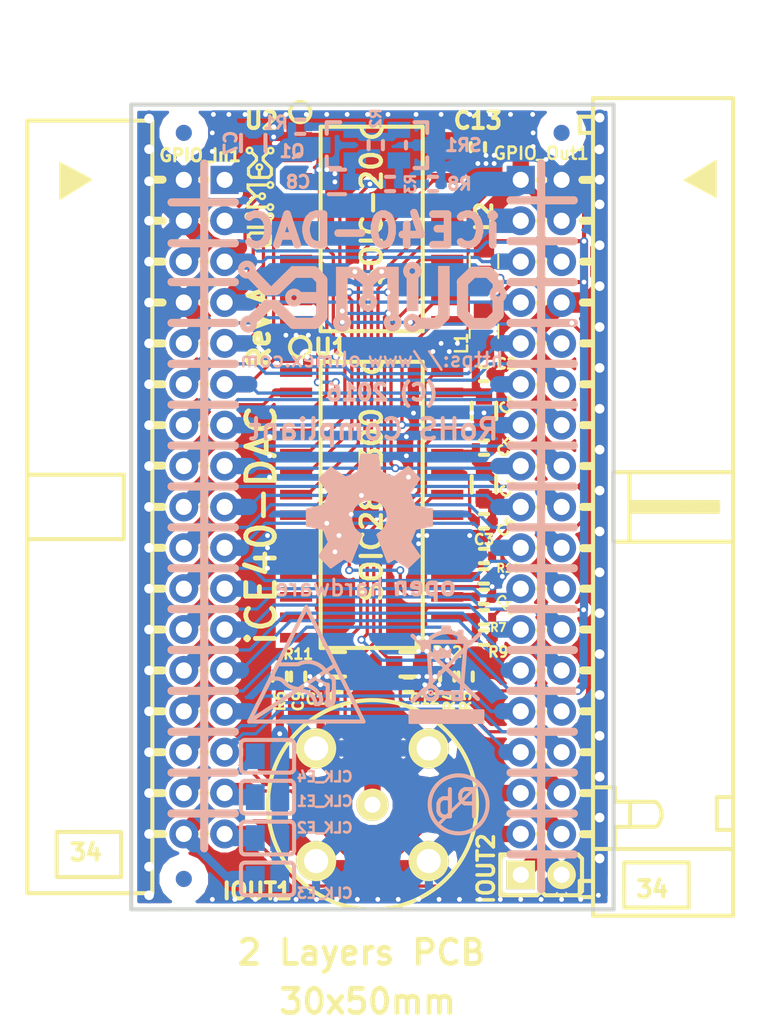
<source format=kicad_pcb>
(kicad_pcb (version 20170123) (host pcbnew no-vcs-found-36e5906~58~ubuntu16.04.1)
  (layers (0 F.Cu signal) (31 B.Cu signal) (34 B.Paste user hide) (35 F.Paste user hide) (36 B.SilkS user hide) (37 F.SilkS user) (38 B.Mask user hide) (39 F.Mask user hide) (44 Edge.Cuts user))
  (net 0 "")
  (net 1 GND)
  (net 2 +5V)
  (net 3 +3V3)
  (net 4 /EXTCLK)
  (net 5 "Net-(C1-Pad2)")
  (net 6 "Net-(Q1-Pad1)")
  (net 7 "Net-(C3-Pad1)")
  (net 8 "Net-(C3-Pad2)")
  (net 9 "Net-(C6-Pad1)")
  (net 10 /EXTIO)
  (net 11 "Net-(C9-Pad1)")
  (net 12 /IOUT1)
  (net 13 /IOUT2)
  (net 14 /DAC_CLK)
  (net 15 /MODE)
  (net 16 "Net-(R3-Pad2)")
  (net 17 "Net-(R7-Pad1)")
  (net 18 "Net-(R10-Pad1)")
  (net 19 "Net-(U1-Pad1)")
  (net 20 "Net-(U1-Pad2)")
  (net 21 "Net-(U1-Pad3)")
  (net 22 "Net-(U1-Pad4)")
  (net 23 "Net-(U1-Pad5)")
  (net 24 "Net-(U1-Pad6)")
  (net 25 "Net-(U1-Pad7)")
  (net 26 "Net-(U1-Pad8)")
  (net 27 "Net-(U1-Pad9)")
  (net 28 "Net-(U1-Pad10)")
  (net 29 "Net-(U1-Pad11)")
  (net 30 "Net-(U1-Pad12)")
  (net 31 "Net-(U1-Pad13)")
  (net 32 "Net-(U1-Pad14)")
  (net 33 /GPIO_Pin<31>)
  (net 34 /GPIO_Pin<33>)
  (net 35 /GPIO_Pin<34>)
  (net 36 /GPIO_Pin<32>)
  (net 37 /DAC_D0)
  (net 38 /DAC_D1)
  (net 39 /DAC_D2)
  (net 40 /GPIO_Pin<10>)
  (net 41 /GPIO_Pin<12>)
  (net 42 /DAC_D3)
  (net 43 /GPIO_Pin<14>)
  (net 44 /DAC_D4)
  (net 45 /GPIO_Pin<16>)
  (net 46 /DAC_D5)
  (net 47 /GPIO_Pin<18>)
  (net 48 /DAC_D6)
  (net 49 /GPIO_Pin<20>)
  (net 50 /DAC_D7)
  (net 51 /GPIO_Pin<26>)
  (net 52 /GPIO_Pin<25>)
  (net 53 /GPIO_Pin<29>)
  (net 54 /GPIO_Pin<28>)
  (net 55 /GPIO_Pin<30>)
  (net 56 /GPIO_Pin<27>)
  (net 57 /GPIO_Pin<22>)
  (net 58 /GPIO_Pin<24>)
  (net 59 /GPIO_Pin<23>)
  (net 60 /GPIO_Pin<21>)
  (module OLIMEX_Connectors-FP:BH34R (layer F.Cu) (at 150.495 94.996 270)
    (fp_text reference GPIO_Out1 (at -21.971 0) (layer F.SilkS) (effects (font (size 0.762 0.762) (thickness 0.15875))))
    (fp_text value BH34R)
    (fp_text user 34 (at 23.749 -6.9088) (layer F.SilkS) (effects (font (size 1.016 1.016) (thickness 0.254))))
    (pad 1 thru_hole rect (at -20.32 1.27 270) (size 1.75 1.75) (drill 1) (layers *.Cu *.Mask) (net 2 +5V))
    (pad 2 thru_hole circle (at -20.32 -1.27 270) (size 1.8 1.8) (drill 1) (layers *.Cu *.Mask) (net 1 GND))
    (pad 3 thru_hole circle (at -17.78 1.27 270) (size 1.8 1.8) (drill 1) (layers *.Cu *.Mask) (net 3 +3V3))
    (pad 4 thru_hole circle (at -17.78 -1.27 270) (size 1.8 1.8) (drill 1) (layers *.Cu *.Mask) (net 1 GND))
    (pad 5 thru_hole circle (at -15.24 1.27 270) (size 1.8 1.8) (drill 1) (layers *.Cu *.Mask) (net 37 /DAC_D0))
    (pad 6 thru_hole circle (at -15.24 -1.27 270) (size 1.8 1.8) (drill 1) (layers *.Cu *.Mask) (net 4 /EXTCLK))
    (pad 7 thru_hole circle (at -12.7 1.27 270) (size 1.8 1.8) (drill 1) (layers *.Cu *.Mask) (net 38 /DAC_D1))
    (pad 8 thru_hole circle (at -12.7 -1.27 270) (size 1.8 1.8) (drill 1) (layers *.Cu *.Mask) (net 1 GND))
    (pad 9 thru_hole circle (at -10.16 1.27 270) (size 1.8 1.8) (drill 1) (layers *.Cu *.Mask) (net 39 /DAC_D2))
    (pad 10 thru_hole circle (at -10.16 -1.27 270) (size 1.8 1.8) (drill 1) (layers *.Cu *.Mask) (net 40 /GPIO_Pin<10>))
    (pad 12 thru_hole circle (at -7.62 -1.27 270) (size 1.8 1.8) (drill 1) (layers *.Cu *.Mask) (net 41 /GPIO_Pin<12>))
    (pad 11 thru_hole circle (at -7.62 1.27 270) (size 1.8 1.8) (drill 1) (layers *.Cu *.Mask) (net 42 /DAC_D3))
    (pad 14 thru_hole circle (at -5.08 -1.27 270) (size 1.8 1.8) (drill 1) (layers *.Cu *.Mask) (net 43 /GPIO_Pin<14>))
    (pad 13 thru_hole circle (at -5.08 1.27 270) (size 1.8 1.8) (drill 1) (layers *.Cu *.Mask) (net 44 /DAC_D4))
    (pad 16 thru_hole circle (at -2.54 -1.27 270) (size 1.8 1.8) (drill 1) (layers *.Cu *.Mask) (net 45 /GPIO_Pin<16>))
    (pad 15 thru_hole circle (at -2.54 1.27 270) (size 1.8 1.8) (drill 1) (layers *.Cu *.Mask) (net 46 /DAC_D5))
    (pad 18 thru_hole circle (at 0 -1.27 270) (size 1.8 1.8) (drill 1) (layers *.Cu *.Mask) (net 47 /GPIO_Pin<18>))
    (pad 17 thru_hole circle (at 0 1.27 270) (size 1.8 1.8) (drill 1) (layers *.Cu *.Mask) (net 48 /DAC_D6))
    (pad 20 thru_hole circle (at 2.54 -1.27 270) (size 1.8 1.8) (drill 1) (layers *.Cu *.Mask) (net 49 /GPIO_Pin<20>))
    (pad 19 thru_hole circle (at 2.54 1.27 270) (size 1.8 1.8) (drill 1) (layers *.Cu *.Mask) (net 50 /DAC_D7))
    (pad 26 thru_hole circle (at 10.16 -1.27 270) (size 1.8 1.8) (drill 1) (layers *.Cu *.Mask) (net 51 /GPIO_Pin<26>))
    (pad 25 thru_hole circle (at 10.16 1.27 270) (size 1.8 1.8) (drill 1) (layers *.Cu *.Mask) (net 52 /GPIO_Pin<25>))
    (pad 34 thru_hole circle (at 20.32 -1.27 270) (size 1.8 1.8) (drill 1) (layers *.Cu *.Mask) (net 35 /GPIO_Pin<34>))
    (pad 31 thru_hole circle (at 17.78 1.27 270) (size 1.8 1.8) (drill 1) (layers *.Cu *.Mask) (net 33 /GPIO_Pin<31>))
    (pad 32 thru_hole circle (at 17.78 -1.27 270) (size 1.8 1.8) (drill 1) (layers *.Cu *.Mask) (net 36 /GPIO_Pin<32>))
    (pad 33 thru_hole circle (at 20.32 1.27 270) (size 1.8 1.8) (drill 1) (layers *.Cu *.Mask) (net 34 /GPIO_Pin<33>))
    (pad 29 thru_hole circle (at 15.24 1.27 270) (size 1.8 1.8) (drill 1) (layers *.Cu *.Mask) (net 53 /GPIO_Pin<29>))
    (pad 28 thru_hole circle (at 12.7 -1.27 270) (size 1.8 1.8) (drill 1) (layers *.Cu *.Mask) (net 54 /GPIO_Pin<28>))
    (pad 30 thru_hole circle (at 15.24 -1.27 270) (size 1.8 1.8) (drill 1) (layers *.Cu *.Mask) (net 55 /GPIO_Pin<30>))
    (pad 27 thru_hole circle (at 12.7 1.27 270) (size 1.8 1.8) (drill 1) (layers *.Cu *.Mask) (net 56 /GPIO_Pin<27>))
    (pad 22 thru_hole circle (at 5.08 -1.27 270) (size 1.8 1.8) (drill 1) (layers *.Cu *.Mask) (net 57 /GPIO_Pin<22>))
    (pad 24 thru_hole circle (at 7.62 -1.27 270) (size 1.8 1.8) (drill 1) (layers *.Cu *.Mask) (net 58 /GPIO_Pin<24>))
    (pad 23 thru_hole circle (at 7.62 1.27 270) (size 1.8 1.8) (drill 1) (layers *.Cu *.Mask) (net 59 /GPIO_Pin<23>))
    (pad 21 thru_hole circle (at 5.08 1.27 270) (size 1.8 1.8) (drill 1) (layers *.Cu *.Mask) (net 60 /GPIO_Pin<21>))
  )
  (module OLIMEX_RLC-FP:C_0603_5MIL_DWS (layer F.Cu) (at 146.939 89.027 90)
    (fp_text reference C1 (at 0.381 1.524 45) (layer F.SilkS) (effects (font (size 0.635 0.635) (thickness 0.15875))))
    (fp_text value 22uF/6.3V/0603)
    (pad 1 smd rect (at -0.889 0 90) (size 1.016 1.016) (layers F.Cu F.Paste F.Mask) (net 1 GND) (clearance 0.0508))
    (pad 2 smd rect (at 0.889 0 90) (size 1.016 1.016) (layers F.Cu F.Paste F.Mask) (net 5 "Net-(C1-Pad2)") (clearance 0.0508))
  )
  (module OLIMEX_RLC-FP:C_0603_5MIL_DWS (layer B.Cu) (at 137.795 74.803)
    (fp_text reference C8 (at -2.413 0) (layer B.SilkS) (effects (font (size 0.762 0.762) (thickness 0.1905)) (justify mirror)))
    (fp_text value "NA(22uF/6.3V/0603)")
    (pad 1 smd rect (at -0.889 0) (size 1.016 1.016) (layers B.Cu B.Paste B.Mask) (net 1 GND) (clearance 0.0508))
    (pad 2 smd rect (at 0.889 0) (size 1.016 1.016) (layers B.Cu B.Paste B.Mask) (net 10 /EXTIO) (clearance 0.0508))
  )
  (module OLIMEX_RLC-FP:C_0402_5MIL_DWS (layer F.Cu) (at 142.24 106.045 180)
    (fp_text reference C12 (at -1.016 -0.889 180) (layer F.SilkS) (effects (font (size 0.635 0.635) (thickness 0.15875))))
    (fp_text value NA)
    (pad 1 smd rect (at -0.508 0) (size 0.5 0.55) (layers F.Cu F.Paste F.Mask) (net 1 GND))
    (pad 2 smd rect (at 0.508 0 180) (size 0.5 0.55) (layers F.Cu F.Paste F.Mask) (net 13 /IOUT2))
  )
  (module OLIMEX_RLC-FP:R_0402_5MIL_DWS (layer B.Cu) (at 135.509 71.374 180)
    (fp_text reference R1 (at 1.524 0.254 180) (layer B.SilkS) (effects (font (size 0.762 0.762) (thickness 0.1905)) (justify mirror)))
    (fp_text value NA)
    (pad 1 smd rect (at -0.508 0) (size 0.5 0.55) (layers B.Cu B.Paste B.Mask) (net 6 "Net-(Q1-Pad1)"))
    (pad 2 smd rect (at 0.508 0 180) (size 0.5 0.55) (layers B.Cu B.Paste B.Mask) (net 2 +5V))
  )
  (module OLIMEX_RLC-FP:R_0402_5MIL_DWS (layer B.Cu) (at 140.208 72.517 270)
    (fp_text reference R2 (at -1.651 0 90) (layer B.SilkS) (effects (font (size 0.635 0.635) (thickness 0.15875)) (justify mirror)))
    (fp_text value NA)
    (pad 1 smd rect (at -0.508 0 90) (size 0.5 0.55) (layers B.Cu B.Paste B.Mask) (net 6 "Net-(Q1-Pad1)"))
    (pad 2 smd rect (at 0.508 0 270) (size 0.5 0.55) (layers B.Cu B.Paste B.Mask) (net 10 /EXTIO))
  )
  (module OLIMEX_RLC-FP:R_0402_5MIL_DWS (layer B.Cu) (at 141.097 74.93)
    (fp_text reference R3 (at 1.27 0 90) (layer B.SilkS) (effects (font (size 0.635 0.635) (thickness 0.15875)) (justify mirror)))
    (fp_text value NA)
    (pad 1 smd rect (at -0.508 0 180) (size 0.5 0.55) (layers B.Cu B.Paste B.Mask) (net 10 /EXTIO))
    (pad 2 smd rect (at 0.508 0) (size 0.5 0.55) (layers B.Cu B.Paste B.Mask) (net 16 "Net-(R3-Pad2)"))
  )
  (module OLIMEX_RLC-FP:R_0402_5MIL_DWS (layer F.Cu) (at 144.653 105.537 90)
    (fp_text reference R4 (at -1.524 0.127 270) (layer F.SilkS) (effects (font (size 0.635 0.635) (thickness 0.15875))))
    (fp_text value 10k)
    (pad 1 smd rect (at -0.508 0 270) (size 0.5 0.55) (layers F.Cu F.Paste F.Mask) (net 1 GND))
    (pad 2 smd rect (at 0.508 0 90) (size 0.5 0.55) (layers F.Cu F.Paste F.Mask) (net 15 /MODE))
  )
  (module OLIMEX_RLC-FP:R_0402_5MIL_DWS (layer F.Cu) (at 145.796 105.537 90)
    (fp_text reference R5 (at -1.524 0 270) (layer F.SilkS) (effects (font (size 0.635 0.635) (thickness 0.15875))))
    (fp_text value NA)
    (pad 1 smd rect (at -0.508 0 270) (size 0.5 0.55) (layers F.Cu F.Paste F.Mask) (net 2 +5V))
    (pad 2 smd rect (at 0.508 0 90) (size 0.5 0.55) (layers F.Cu F.Paste F.Mask) (net 15 /MODE))
  )
  (module OLIMEX_RLC-FP:R_0402_5MIL_DWS (layer F.Cu) (at 134.239 105.537 90)
    (fp_text reference R6 (at -1.524 0 270) (layer F.SilkS) (effects (font (size 0.635 0.635) (thickness 0.15875))))
    (fp_text value 22R)
    (pad 1 smd rect (at -0.508 0 270) (size 0.5 0.55) (layers F.Cu F.Paste F.Mask) (net 14 /DAC_CLK))
    (pad 2 smd rect (at 0.508 0 90) (size 0.5 0.55) (layers F.Cu F.Paste F.Mask) (net 11 "Net-(C9-Pad1)"))
  )
  (module OLIMEX_RLC-FP:R_0402_5MIL_DWS (layer F.Cu) (at 146.939 101.854)
    (fp_text reference R7 (at 0.889 0.635 180) (layer F.SilkS) (effects (font (size 0.508 0.508) (thickness 0.127))))
    (fp_text value NA)
    (pad 1 smd rect (at -0.508 0 180) (size 0.5 0.55) (layers F.Cu F.Paste F.Mask) (net 17 "Net-(R7-Pad1)"))
    (pad 2 smd rect (at 0.508 0) (size 0.5 0.55) (layers F.Cu F.Paste F.Mask) (net 2 +5V))
  )
  (module OLIMEX_RLC-FP:R_0402_5MIL_DWS (layer B.Cu) (at 143.764 74.93)
    (fp_text reference R8 (at 1.651 0) (layer B.SilkS) (effects (font (size 0.762 0.762) (thickness 0.1905)) (justify mirror)))
    (fp_text value NA)
    (pad 1 smd rect (at -0.508 0 180) (size 0.5 0.55) (layers B.Cu B.Paste B.Mask) (net 16 "Net-(R3-Pad2)"))
    (pad 2 smd rect (at 0.508 0) (size 0.5 0.55) (layers B.Cu B.Paste B.Mask) (net 1 GND))
  )
  (module OLIMEX_RLC-FP:R_0402_5MIL_DWS (layer F.Cu) (at 146.939 103.124)
    (fp_text reference R9 (at 0.889 0.889) (layer F.SilkS) (effects (font (size 0.635 0.635) (thickness 0.15875))))
    (fp_text value 10k)
    (pad 1 smd rect (at -0.508 0 180) (size 0.5 0.55) (layers F.Cu F.Paste F.Mask) (net 17 "Net-(R7-Pad1)"))
    (pad 2 smd rect (at 0.508 0) (size 0.5 0.55) (layers F.Cu F.Paste F.Mask) (net 1 GND))
  )
  (module OLIMEX_RLC-FP:C_0402_5MIL_DWS (layer F.Cu) (at 146.939 86.741 180)
    (fp_text reference C2 (at -1.397 0.635 180) (layer F.SilkS) (effects (font (size 0.635 0.635) (thickness 0.15875))))
    (fp_text value 100nF)
    (pad 1 smd rect (at -0.508 0) (size 0.5 0.55) (layers F.Cu F.Paste F.Mask) (net 1 GND))
    (pad 2 smd rect (at 0.508 0 180) (size 0.5 0.55) (layers F.Cu F.Paste F.Mask) (net 5 "Net-(C1-Pad2)"))
  )
  (module OLIMEX_RLC-FP:C_0603_5MIL_DWS (layer F.Cu) (at 146.939 93.599 90)
    (fp_text reference C4 (at -0.254 1.524 45) (layer F.SilkS) (effects (font (size 0.635 0.635) (thickness 0.15875))))
    (fp_text value 22uF/6.3V/0603)
    (pad 1 smd rect (at -0.889 0 90) (size 1.016 1.016) (layers F.Cu F.Paste F.Mask) (net 1 GND) (clearance 0.0508))
    (pad 2 smd rect (at 0.889 0 90) (size 1.016 1.016) (layers F.Cu F.Paste F.Mask) (net 8 "Net-(C3-Pad2)") (clearance 0.0508))
  )
  (module OLIMEX_RLC-FP:C_0402_5MIL_DWS (layer F.Cu) (at 146.939 91.313 180)
    (fp_text reference C5 (at -1.397 0 225) (layer F.SilkS) (effects (font (size 0.635 0.635) (thickness 0.15875))))
    (fp_text value 100nF)
    (pad 1 smd rect (at -0.508 0) (size 0.5 0.55) (layers F.Cu F.Paste F.Mask) (net 1 GND))
    (pad 2 smd rect (at 0.508 0 180) (size 0.5 0.55) (layers F.Cu F.Paste F.Mask) (net 8 "Net-(C3-Pad2)"))
  )
  (module OLIMEX_RLC-FP:C_0402_5MIL_DWS (layer F.Cu) (at 146.939 95.885)
    (fp_text reference C6 (at 1.397 0.381 225) (layer F.SilkS) (effects (font (size 0.635 0.635) (thickness 0.15875))))
    (fp_text value 100nF)
    (pad 1 smd rect (at -0.508 0 180) (size 0.5 0.55) (layers F.Cu F.Paste F.Mask) (net 9 "Net-(C6-Pad1)"))
    (pad 2 smd rect (at 0.508 0) (size 0.5 0.55) (layers F.Cu F.Paste F.Mask) (net 1 GND))
  )
  (module OLIMEX_RLC-FP:C_0402_5MIL_DWS (layer F.Cu) (at 146.939 100.584)
    (fp_text reference C10 (at 1.397 0.508 315) (layer F.SilkS) (effects (font (size 0.508 0.508) (thickness 0.127))))
    (fp_text value 100nF)
    (pad 1 smd rect (at -0.508 0 180) (size 0.5 0.55) (layers F.Cu F.Paste F.Mask) (net 10 /EXTIO))
    (pad 2 smd rect (at 0.508 0) (size 0.5 0.55) (layers F.Cu F.Paste F.Mask) (net 1 GND))
  )
  (module OLIMEX_RLC-FP:L_0805_5MIL_DWS (layer F.Cu) (at 146.939 84.074 90)
    (fp_text reference L1 (at -0.762 -1.397 270) (layer F.SilkS) (effects (font (size 0.762 0.762) (thickness 0.15875))))
    (fp_text value FB0805/600R/2A)
    (pad 2 smd rect (at 1.016 0 90) (size 1.524 1.27) (layers F.Cu F.Paste F.Mask) (net 2 +5V) (clearance 0.0508))
    (pad 1 smd rect (at -1.016 0 90) (size 1.524 1.27) (layers F.Cu F.Paste F.Mask) (net 5 "Net-(C1-Pad2)") (clearance 0.0508))
  )
  (module OLIMEX_IC-FP:SOT-23 (layer B.Cu) (at 142.748 72.517 180)
    (fp_text reference SR1 (at -2.921 0 180) (layer B.SilkS) (effects (font (size 0.762 0.762) (thickness 0.1905)) (justify mirror)))
    (fp_text value "NA(TLV431BSN1T1G(SOT23-3))")
    (pad 1 smd rect (at 1.1 -0.95 90) (size 1 1.4) (layers B.Cu B.Paste B.Mask) (net 16 "Net-(R3-Pad2)"))
    (pad 2 smd rect (at 1.1 0.95 90) (size 1 1.4) (layers B.Cu B.Paste B.Mask) (net 6 "Net-(Q1-Pad1)"))
    (pad 3 smd rect (at -1.1 0 90) (size 1 1.4) (layers B.Cu B.Paste B.Mask) (net 1 GND))
  )
  (module OLIMEX_RLC-FP:C_0402_5MIL_DWS (layer F.Cu) (at 146.939 98.044)
    (fp_text reference C3 (at 0 -1.016) (layer F.SilkS) (effects (font (size 0.635 0.635) (thickness 0.15875))))
    (fp_text value 100nF)
    (pad 1 smd rect (at -0.508 0 180) (size 0.5 0.55) (layers F.Cu F.Paste F.Mask) (net 7 "Net-(C3-Pad1)"))
    (pad 2 smd rect (at 0.508 0) (size 0.5 0.55) (layers F.Cu F.Paste F.Mask) (net 8 "Net-(C3-Pad2)"))
  )
  (module OLIMEX_RLC-FP:C_0402_5MIL_DWS (layer F.Cu) (at 135.382 105.537 270)
    (fp_text reference C9 (at 1.524 0 270) (layer F.SilkS) (effects (font (size 0.635 0.635) (thickness 0.15875))))
    (fp_text value NA)
    (pad 1 smd rect (at -0.508 0 90) (size 0.5 0.55) (layers F.Cu F.Paste F.Mask) (net 11 "Net-(C9-Pad1)"))
    (pad 2 smd rect (at 0.508 0 270) (size 0.5 0.55) (layers F.Cu F.Paste F.Mask) (net 1 GND))
  )
  (module OLIMEX_RLC-FP:C_0402_5MIL_DWS (layer F.Cu) (at 137.795 106.045)
    (fp_text reference C11 (at -1.016 0.889 180) (layer F.SilkS) (effects (font (size 0.635 0.635) (thickness 0.15875))))
    (fp_text value NA)
    (pad 1 smd rect (at -0.508 0 180) (size 0.5 0.55) (layers F.Cu F.Paste F.Mask) (net 1 GND))
    (pad 2 smd rect (at 0.508 0) (size 0.5 0.55) (layers F.Cu F.Paste F.Mask) (net 12 /IOUT1))
  )
  (module OLIMEX_Jumpers-FP:SJ (layer B.Cu) (at 133.477 113.03 180)
    (fp_text reference CLK_E1 (at -3.556 -0.254 180) (layer B.SilkS) (effects (font (size 0.635 0.635) (thickness 0.15875)) (justify mirror)))
    (fp_text value Soldered)
    (pad 1 smd rect (at -0.762 0 180) (size 1.1684 1.6002) (layers B.Cu B.Mask) (net 14 /DAC_CLK) (clearance 0.0508))
    (pad 1 smd rect (at -0.762 0 180) (size 1.1684 1.6002) (layers B.Cu B.Mask) (net 14 /DAC_CLK))
    (pad 2 smd rect (at 0.762 0 180) (size 1.1684 1.6002) (layers B.Cu B.Mask) (net 33 /GPIO_Pin<31>) (clearance 0.0508))
  )
  (module OLIMEX_Jumpers-FP:SJ (layer B.Cu) (at 133.477 115.57 180)
    (fp_text reference CLK_E2 (at -3.556 0.635 180) (layer B.SilkS) (effects (font (size 0.635 0.635) (thickness 0.15875)) (justify mirror)))
    (fp_text value Opened)
    (pad 1 smd rect (at -0.762 0 180) (size 1.1684 1.6002) (layers B.Cu B.Mask) (net 14 /DAC_CLK) (clearance 0.0508))
    (pad 1 smd rect (at -0.762 0 180) (size 1.1684 1.6002) (layers B.Cu B.Mask) (net 14 /DAC_CLK))
    (pad 2 smd rect (at 0.762 0 180) (size 1.1684 1.6002) (layers B.Cu B.Mask) (net 34 /GPIO_Pin<33>) (clearance 0.0508))
  )
  (module OLIMEX_Jumpers-FP:SJ (layer B.Cu) (at 133.477 118.11 180)
    (fp_text reference CLK_E3 (at -3.556 -0.889 180) (layer B.SilkS) (effects (font (size 0.635 0.635) (thickness 0.15875)) (justify mirror)))
    (fp_text value Opened)
    (pad 1 smd rect (at -0.762 0 180) (size 1.1684 1.6002) (layers B.Cu B.Mask) (net 14 /DAC_CLK) (clearance 0.0508))
    (pad 1 smd rect (at -0.762 0 180) (size 1.1684 1.6002) (layers B.Cu B.Mask) (net 14 /DAC_CLK))
    (pad 2 smd rect (at 0.762 0 180) (size 1.1684 1.6002) (layers B.Cu B.Mask) (net 35 /GPIO_Pin<34>) (clearance 0.0508))
  )
  (module OLIMEX_Jumpers-FP:SJ (layer B.Cu) (at 133.477 110.49 180)
    (fp_text reference CLK_E4 (at -3.556 -1.27 180) (layer B.SilkS) (effects (font (size 0.635 0.635) (thickness 0.15875)) (justify mirror)))
    (fp_text value Opened)
    (pad 1 smd rect (at -0.762 0 180) (size 1.1684 1.6002) (layers B.Cu B.Mask) (net 14 /DAC_CLK) (clearance 0.0508))
    (pad 1 smd rect (at -0.762 0 180) (size 1.1684 1.6002) (layers B.Cu B.Mask) (net 14 /DAC_CLK))
    (pad 2 smd rect (at 0.762 0 180) (size 1.1684 1.6002) (layers B.Cu B.Mask) (net 36 /GPIO_Pin<32>) (clearance 0.0508))
  )
  (module OLIMEX_Connectors-FP:BNC-JD11-50-LF_1-IN_2-GND (layer F.Cu) (at 140 113.5)
    (fp_text reference IOUT1 (at -7.158 5.372) (layer F.SilkS) (effects (font (thickness 0.25))))
    (fp_text value BNC-JD11-50-LF)
    (pad 2 thru_hole circle (at -3.5 3.5) (size 2.5 2.5) (drill 1.5) (layers *.Cu *.Mask B.Adhes F.SilkS) (net 1 GND))
    (pad 2 thru_hole circle (at -3.5 -3.5) (size 2.5 2.5) (drill 1.5) (layers *.Cu *.Mask B.Adhes F.SilkS) (net 1 GND))
    (pad 2 thru_hole circle (at 3.5 -3.5) (size 2.5 2.5) (drill 1.5) (layers *.Cu *.Mask B.Adhes F.SilkS) (net 1 GND))
    (pad 1 thru_hole circle (at 0 0) (size 2 2) (drill 1) (layers *.Cu *.Mask B.Adhes F.SilkS) (net 12 /IOUT1))
    (pad 2 thru_hole circle (at 3.5 3.5) (size 2.5 2.5) (drill 1.5) (layers *.Cu *.Mask B.Adhes F.SilkS) (net 1 GND))
  )
  (module OLIMEX_RLC-FP:L_0805_5MIL_DWS (layer F.Cu) (at 146.939 79.756 270)
    (fp_text reference L2 (at -2.794 0 270) (layer F.SilkS) (effects (font (size 1.016 1.016) (thickness 0.254))))
    (fp_text value FB0805/600R/2A)
    (pad 2 smd rect (at 1.016 0 270) (size 1.524 1.27) (layers F.Cu F.Paste F.Mask) (net 8 "Net-(C3-Pad2)") (clearance 0.0508))
    (pad 1 smd rect (at -1.016 0 270) (size 1.524 1.27) (layers F.Cu F.Paste F.Mask) (net 2 +5V) (clearance 0.0508))
  )
  (module OLIMEX_RLC-FP:R_0402_5MIL_DWS (layer F.Cu) (at 146.939 99.314)
    (fp_text reference R10 (at 1.524 -0.508) (layer F.SilkS) (effects (font (size 0.508 0.508) (thickness 0.127))))
    (fp_text value 2k/1%)
    (pad 1 smd rect (at -0.508 0 180) (size 0.5 0.55) (layers F.Cu F.Paste F.Mask) (net 18 "Net-(R10-Pad1)"))
    (pad 2 smd rect (at 0.508 0) (size 0.5 0.55) (layers F.Cu F.Paste F.Mask) (net 1 GND))
  )
  (module OLIMEX_RLC-FP:R_0603_5MIL_DWS (layer F.Cu) (at 137.795 104.775 180)
    (fp_text reference R11 (at 2.413 0.635 180) (layer F.SilkS) (effects (font (size 0.635 0.635) (thickness 0.15875))))
    (fp_text value 49.9R/1%)
    (pad 1 smd rect (at -0.889 0 180) (size 1.016 1.016) (layers F.Cu F.Paste F.Mask) (net 12 /IOUT1))
    (pad 2 smd rect (at 0.889 0 180) (size 1.016 1.016) (layers F.Cu F.Paste F.Mask) (net 1 GND))
  )
  (module OLIMEX_RLC-FP:R_0603_5MIL_DWS (layer F.Cu) (at 142.24 104.775)
    (fp_text reference R12 (at 2.413 -0.762) (layer F.SilkS) (effects (font (size 0.635 0.635) (thickness 0.15875))))
    (fp_text value 49.9R/1%)
    (pad 1 smd rect (at -0.889 0) (size 1.016 1.016) (layers F.Cu F.Paste F.Mask) (net 13 /IOUT2))
    (pad 2 smd rect (at 0.889 0) (size 1.016 1.016) (layers F.Cu F.Paste F.Mask) (net 1 GND))
  )
  (module OLIMEX_RLC-FP:C_0402_5MIL_DWS (layer F.Cu) (at 146.558 72.644 270)
    (fp_text reference C13 (at -1.651 0) (layer F.SilkS) (effects (font (size 1.016 1.016) (thickness 0.254))))
    (fp_text value 100nF)
    (pad 1 smd rect (at -0.508 0 90) (size 0.5 0.55) (layers F.Cu F.Paste F.Mask) (net 2 +5V))
    (pad 2 smd rect (at 0.508 0 270) (size 0.5 0.55) (layers F.Cu F.Paste F.Mask) (net 1 GND))
  )
  (module OLIMEX_IC-FP:SOIC20_300mil (layer F.Cu) (at 139.954 77.724 270)
    (fp_text reference U2 (at -6.731 6.858) (layer F.SilkS) (effects (font (size 1.016 1.016) (thickness 0.254))))
    (fp_text value "SN74ACT244DWR(SOIC-20)")
    (fp_text user SOIC-20 (at -0.635 0 270) (layer F.SilkS) (effects (font (size 1.27 1.27) (thickness 0.254))))
    (pad 1 smd rect (at -5.715 4.7) (size 2 0.6) (layers F.Cu F.Paste F.Mask) (net 1 GND))
    (pad 2 smd rect (at -4.445 4.7) (size 2 0.6) (layers F.Cu F.Paste F.Mask) (net 37 /DAC_D0))
    (pad 3 smd rect (at -3.175 4.7) (size 2 0.6) (layers F.Cu F.Paste F.Mask) (net 19 "Net-(U1-Pad1)"))
    (pad 4 smd rect (at -1.905 4.7) (size 2 0.6) (layers F.Cu F.Paste F.Mask) (net 38 /DAC_D1))
    (pad 5 smd rect (at -0.635 4.7) (size 2 0.6) (layers F.Cu F.Paste F.Mask) (net 20 "Net-(U1-Pad2)"))
    (pad 6 smd rect (at 0.635 4.7) (size 2 0.6) (layers F.Cu F.Paste F.Mask) (net 39 /DAC_D2))
    (pad 7 smd rect (at 1.905 4.7) (size 2 0.6) (layers F.Cu F.Paste F.Mask) (net 21 "Net-(U1-Pad3)"))
    (pad 8 smd rect (at 3.175 4.7) (size 2 0.6) (layers F.Cu F.Paste F.Mask) (net 42 /DAC_D3))
    (pad 9 smd rect (at 4.445 4.7) (size 2 0.6) (layers F.Cu F.Paste F.Mask) (net 22 "Net-(U1-Pad4)"))
    (pad 10 smd rect (at 5.715 4.7) (size 2 0.6) (layers F.Cu F.Paste F.Mask) (net 1 GND))
    (pad 11 smd rect (at 5.715 -4.7) (size 2 0.6) (layers F.Cu F.Paste F.Mask) (net 44 /DAC_D4))
    (pad 12 smd rect (at 4.445 -4.7) (size 2 0.6) (layers F.Cu F.Paste F.Mask) (net 23 "Net-(U1-Pad5)"))
    (pad 13 smd rect (at 3.175 -4.7) (size 2 0.6) (layers F.Cu F.Paste F.Mask) (net 46 /DAC_D5))
    (pad 14 smd rect (at 1.905 -4.7) (size 2 0.6) (layers F.Cu F.Paste F.Mask) (net 24 "Net-(U1-Pad6)"))
    (pad 15 smd rect (at 0.635 -4.7) (size 2 0.6) (layers F.Cu F.Paste F.Mask) (net 48 /DAC_D6))
    (pad 16 smd rect (at -0.635 -4.7) (size 2 0.6) (layers F.Cu F.Paste F.Mask) (net 25 "Net-(U1-Pad7)"))
    (pad 17 smd rect (at -1.905 -4.7) (size 2 0.6) (layers F.Cu F.Paste F.Mask) (net 50 /DAC_D7))
    (pad 18 smd rect (at -3.175 -4.7) (size 2 0.6) (layers F.Cu F.Paste F.Mask) (net 26 "Net-(U1-Pad8)"))
    (pad 19 smd rect (at -4.445 -4.7) (size 2 0.6) (layers F.Cu F.Paste F.Mask) (net 1 GND))
    (pad 20 smd rect (at -5.715 -4.7) (size 2 0.6) (layers F.Cu F.Paste F.Mask) (net 2 +5V))
  )
  (module OLIMEX_Connectors-FP:HN1x2 (layer F.Cu) (at 150.495 117.856)
    (fp_text reference IOUT2 (at -3.429 -0.381 90) (layer F.SilkS) (effects (font (size 1.016 1.016) (thickness 0.22225))))
    (fp_text value "NA(HN1x2)")
    (pad 1 thru_hole rect (at -1.27 0) (size 1.778 1.778) (drill 1) (layers *.Cu *.Mask B.Adhes F.SilkS) (net 13 /IOUT2))
    (pad 2 thru_hole circle (at 1.27 0) (size 1.778 1.778) (drill 1) (layers *.Cu *.Mask B.Adhes F.SilkS) (net 1 GND))
  )
  (module OLIMEX_Other-FP:Fiducial1x3 (layer F.Cu) (at 128.27 118.11)
    (fp_text reference "" (at 0 3) (layer F.SilkS))
    (fp_text value "")
    (pad Fid1 connect circle (at 0 0) (size 1 1) (layers F.Cu F.Mask) (clearance 1.016))
  )
  (module OLIMEX_Other-FP:Fiducial1x3 (layer F.Cu) (at 128.27 71.755)
    (fp_text reference "" (at 0 3) (layer F.SilkS))
    (fp_text value "")
    (pad Fid1 connect circle (at 0 0) (size 1 1) (layers F.Cu F.Mask) (clearance 1.016))
  )
  (module OLIMEX_Other-FP:Fiducial1x3 (layer F.Cu) (at 151.765 71.755)
    (fp_text reference "" (at 0 3) (layer F.SilkS))
    (fp_text value "")
    (pad Fid1 connect circle (at 0 0) (size 1 1) (layers F.Cu F.Mask) (clearance 1.016))
  )
  (module OLIMEX_Other-FP:Fiducial1x3 (layer B.Cu) (at 128.27 71.755)
    (fp_text reference "" (at 0 -3) (layer B.SilkS) (effects (justify mirror)))
    (fp_text value "")
    (pad Fid1 connect circle (at 0 0) (size 1 1) (layers B.Cu B.Mask) (clearance 1.016))
  )
  (module OLIMEX_Other-FP:Fiducial1x3 (layer B.Cu) (at 151.765 71.755)
    (fp_text reference "" (at 0 -3) (layer B.SilkS) (effects (justify mirror)))
    (fp_text value "")
    (pad Fid1 connect circle (at 0 0) (size 1 1) (layers B.Cu B.Mask) (clearance 1.016))
  )
  (module OLIMEX_Other-FP:Fiducial1x3 (layer B.Cu) (at 128.27 118.11)
    (fp_text reference "" (at 0 -3) (layer B.SilkS) (effects (justify mirror)))
    (fp_text value "")
    (pad Fid1 connect circle (at 0 0) (size 1 1) (layers B.Cu B.Mask) (clearance 1.016))
  )
  (module OLIMEX_IC-FP:SOIC28-300 (layer F.Cu) (at 139.954 94.869 270)
    (fp_text reference U1 (at -9.779 2.54) (layer F.SilkS) (effects (font (size 1.016 1.016) (thickness 0.254))))
    (fp_text value "THS5641AIDW(SOIC28)")
    (fp_text user SOIC28-300 (at 0 0 270) (layer F.SilkS) (effects (font (size 1.27 1.27) (thickness 0.254))))
    (pad 1 smd rect (at -8.255 4.699) (size 2 0.6) (layers F.Cu F.Paste F.Mask) (net 19 "Net-(U1-Pad1)"))
    (pad 2 smd rect (at -6.985 4.699) (size 2 0.6) (layers F.Cu F.Paste F.Mask) (net 20 "Net-(U1-Pad2)"))
    (pad 3 smd rect (at -5.715 4.699) (size 2 0.6) (layers F.Cu F.Paste F.Mask) (net 21 "Net-(U1-Pad3)"))
    (pad 4 smd rect (at -4.445 4.699) (size 2 0.6) (layers F.Cu F.Paste F.Mask) (net 22 "Net-(U1-Pad4)"))
    (pad 5 smd rect (at -3.175 4.699) (size 2 0.6) (layers F.Cu F.Paste F.Mask) (net 23 "Net-(U1-Pad5)"))
    (pad 6 smd rect (at -1.905 4.699) (size 2 0.6) (layers F.Cu F.Paste F.Mask) (net 24 "Net-(U1-Pad6)"))
    (pad 7 smd rect (at -0.635 4.699) (size 2 0.6) (layers F.Cu F.Paste F.Mask) (net 25 "Net-(U1-Pad7)"))
    (pad 8 smd rect (at 0.635 4.699) (size 2 0.6) (layers F.Cu F.Paste F.Mask) (net 26 "Net-(U1-Pad8)"))
    (pad 9 smd rect (at 1.905 4.699) (size 2 0.6) (layers F.Cu F.Paste F.Mask) (net 27 "Net-(U1-Pad9)"))
    (pad 10 smd rect (at 3.175 4.699) (size 2 0.6) (layers F.Cu F.Paste F.Mask) (net 28 "Net-(U1-Pad10)"))
    (pad 11 smd rect (at 4.445 4.699) (size 2 0.6) (layers F.Cu F.Paste F.Mask) (net 29 "Net-(U1-Pad11)"))
    (pad 12 smd rect (at 5.715 4.699) (size 2 0.6) (layers F.Cu F.Paste F.Mask) (net 30 "Net-(U1-Pad12)"))
    (pad 13 smd rect (at 6.985 4.699) (size 2 0.6) (layers F.Cu F.Paste F.Mask) (net 31 "Net-(U1-Pad13)"))
    (pad 14 smd rect (at 8.255 4.699) (size 2 0.6) (layers F.Cu F.Paste F.Mask) (net 32 "Net-(U1-Pad14)"))
    (pad 15 smd rect (at 8.255 -4.699) (size 2 0.6) (layers F.Cu F.Paste F.Mask) (net 1 GND))
    (pad 16 smd rect (at 6.985 -4.699) (size 2 0.6) (layers F.Cu F.Paste F.Mask) (net 17 "Net-(R7-Pad1)"))
    (pad 17 smd rect (at 5.715 -4.699) (size 2 0.6) (layers F.Cu F.Paste F.Mask) (net 10 /EXTIO))
    (pad 18 smd rect (at 4.445 -4.699) (size 2 0.6) (layers F.Cu F.Paste F.Mask) (net 18 "Net-(R10-Pad1)"))
    (pad 19 smd rect (at 3.175 -4.699) (size 2 0.6) (layers F.Cu F.Paste F.Mask) (net 7 "Net-(C3-Pad1)"))
    (pad 20 smd rect (at 1.905 -4.699) (size 2 0.6) (layers F.Cu F.Paste F.Mask) (net 1 GND))
    (pad 21 smd rect (at 0.635 -4.699) (size 2 0.6) (layers F.Cu F.Paste F.Mask) (net 13 /IOUT2))
    (pad 22 smd rect (at -0.635 -4.699) (size 2 0.6) (layers F.Cu F.Paste F.Mask) (net 12 /IOUT1))
    (pad 23 smd rect (at -1.905 -4.699) (size 2 0.6) (layers F.Cu F.Paste F.Mask) (net 9 "Net-(C6-Pad1)"))
    (pad 24 smd rect (at -3.175 -4.699) (size 2 0.6) (layers F.Cu F.Paste F.Mask) (net 8 "Net-(C3-Pad2)"))
    (pad 25 smd rect (at -4.445 -4.699) (size 2 0.6) (layers F.Cu F.Paste F.Mask) (net 15 /MODE))
    (pad 26 smd rect (at -5.715 -4.699) (size 2 0.6) (layers F.Cu F.Paste F.Mask) (net 1 GND))
    (pad 27 smd rect (at -6.985 -4.699) (size 2 0.6) (layers F.Cu F.Paste F.Mask) (net 5 "Net-(C1-Pad2)"))
    (pad 28 smd rect (at -8.255 -4.699) (size 2 0.6) (layers F.Cu F.Paste F.Mask) (net 11 "Net-(C9-Pad1)"))
  )
  (module OLIMEX_LOGOs-FP:OLIMEX_LOGO_SMALL_TB (layer F.Cu) (at 132.969 75.819 90)
    (fp_text reference "" (at -1.2827 -14.4145 90) (layer F.SilkS) (effects (font (size 1.1 1.1) (thickness 0.254))))
    (fp_text value "")
  )
  (module OLIMEX_LOGOs-FP:LOGO_OPENHARDWARE_8x8 (layer B.Cu) (at 139.827 95.758 180)
    (fp_text reference "" hide)
    (fp_text value "" hide)
    (fp_text user hardware (at 2.51206 -4.2672 180) (layer B.SilkS) (effects (font (thickness 0.18)) (justify mirror)))
    (fp_text user open (at -3.40106 -4.17576 180) (layer B.SilkS) (effects (font (size 1.1 1.1) (thickness 0.254)) (justify mirror)))
  )
  (module OLIMEX_LOGOs-FP:LOGO_PBFREE (layer B.Cu) (at 145.161 113.792 180)
    (fp_text reference "" (at -0.2794 3.52552 180) (layer B.SilkS) (effects (justify mirror)))
    (fp_text value "")
    (fp_text user Pb (at -0.08636 0.33528 180) (layer B.SilkS) (effects (font (size 1.7 1.5) (thickness 0.254)) (justify mirror)))
  )
  (module OLIMEX_Connectors-FP:IDC34R_PCB (layer F.Cu) (at 129.54 94.996 90)
    (fp_text reference GPIO_In1 (at 21.844 -0.254 180) (layer F.SilkS) (effects (font (size 0.762 0.762) (thickness 0.1905))))
    (fp_text value IDC34R)
    (fp_text user 34 (at -21.463 -7.366 180) (layer F.SilkS) (effects (font (size 1.016 1.016) (thickness 0.254))))
    (pad 1 thru_hole rect (at 20.32 1.27 270) (size 1.75 1.75) (drill 1) (layers *.Cu *.Mask) (net 2 +5V))
    (pad 2 thru_hole circle (at 20.32 -1.27 270) (size 1.8 1.8) (drill 1) (layers *.Cu *.Mask) (net 1 GND))
    (pad 3 thru_hole circle (at 17.78 1.27 270) (size 1.8 1.8) (drill 1) (layers *.Cu *.Mask) (net 3 +3V3))
    (pad 4 thru_hole circle (at 17.78 -1.27 270) (size 1.8 1.8) (drill 1) (layers *.Cu *.Mask) (net 1 GND))
    (pad 5 thru_hole circle (at 15.24 1.27 270) (size 1.8 1.8) (drill 1) (layers *.Cu *.Mask) (net 37 /DAC_D0))
    (pad 6 thru_hole circle (at 15.24 -1.27 270) (size 1.8 1.8) (drill 1) (layers *.Cu *.Mask) (net 4 /EXTCLK))
    (pad 7 thru_hole circle (at 12.7 1.27 270) (size 1.8 1.8) (drill 1) (layers *.Cu *.Mask) (net 38 /DAC_D1))
    (pad 8 thru_hole circle (at 12.7 -1.27 270) (size 1.8 1.8) (drill 1) (layers *.Cu *.Mask) (net 1 GND))
    (pad 9 thru_hole circle (at 10.16 1.27 270) (size 1.8 1.8) (drill 1) (layers *.Cu *.Mask) (net 39 /DAC_D2))
    (pad 10 thru_hole circle (at 10.16 -1.27 270) (size 1.8 1.8) (drill 1) (layers *.Cu *.Mask) (net 40 /GPIO_Pin<10>))
    (pad 12 thru_hole circle (at 7.62 -1.27 270) (size 1.8 1.8) (drill 1) (layers *.Cu *.Mask) (net 41 /GPIO_Pin<12>))
    (pad 11 thru_hole circle (at 7.62 1.27 270) (size 1.8 1.8) (drill 1) (layers *.Cu *.Mask) (net 42 /DAC_D3))
    (pad 14 thru_hole circle (at 5.08 -1.27 270) (size 1.8 1.8) (drill 1) (layers *.Cu *.Mask) (net 43 /GPIO_Pin<14>))
    (pad 13 thru_hole circle (at 5.08 1.27 270) (size 1.8 1.8) (drill 1) (layers *.Cu *.Mask) (net 44 /DAC_D4))
    (pad 16 thru_hole circle (at 2.54 -1.27 270) (size 1.8 1.8) (drill 1) (layers *.Cu *.Mask) (net 45 /GPIO_Pin<16>))
    (pad 15 thru_hole circle (at 2.54 1.27 270) (size 1.8 1.8) (drill 1) (layers *.Cu *.Mask) (net 46 /DAC_D5))
    (pad 18 thru_hole circle (at 0 -1.27 270) (size 1.8 1.8) (drill 1) (layers *.Cu *.Mask) (net 47 /GPIO_Pin<18>))
    (pad 17 thru_hole circle (at 0 1.27 270) (size 1.8 1.8) (drill 1) (layers *.Cu *.Mask) (net 48 /DAC_D6))
    (pad 20 thru_hole circle (at -2.54 -1.27 270) (size 1.8 1.8) (drill 1) (layers *.Cu *.Mask) (net 49 /GPIO_Pin<20>))
    (pad 19 thru_hole circle (at -2.54 1.27 270) (size 1.8 1.8) (drill 1) (layers *.Cu *.Mask) (net 50 /DAC_D7))
    (pad 26 thru_hole circle (at -10.16 -1.27 270) (size 1.8 1.8) (drill 1) (layers *.Cu *.Mask) (net 51 /GPIO_Pin<26>))
    (pad 25 thru_hole circle (at -10.16 1.27 270) (size 1.8 1.8) (drill 1) (layers *.Cu *.Mask) (net 52 /GPIO_Pin<25>))
    (pad 34 thru_hole circle (at -20.32 -1.27 270) (size 1.8 1.8) (drill 1) (layers *.Cu *.Mask) (net 35 /GPIO_Pin<34>))
    (pad 31 thru_hole circle (at -17.78 1.27 270) (size 1.8 1.8) (drill 1) (layers *.Cu *.Mask) (net 33 /GPIO_Pin<31>))
    (pad 32 thru_hole circle (at -17.78 -1.27 270) (size 1.8 1.8) (drill 1) (layers *.Cu *.Mask) (net 36 /GPIO_Pin<32>))
    (pad 33 thru_hole circle (at -20.32 1.27 270) (size 1.8 1.8) (drill 1) (layers *.Cu *.Mask) (net 34 /GPIO_Pin<33>))
    (pad 29 thru_hole circle (at -15.24 1.27 270) (size 1.8 1.8) (drill 1) (layers *.Cu *.Mask) (net 53 /GPIO_Pin<29>))
    (pad 28 thru_hole circle (at -12.7 -1.27 270) (size 1.8 1.8) (drill 1) (layers *.Cu *.Mask) (net 54 /GPIO_Pin<28>))
    (pad 30 thru_hole circle (at -15.24 -1.27 270) (size 1.8 1.8) (drill 1) (layers *.Cu *.Mask) (net 55 /GPIO_Pin<30>))
    (pad 27 thru_hole circle (at -12.7 1.27 270) (size 1.8 1.8) (drill 1) (layers *.Cu *.Mask) (net 56 /GPIO_Pin<27>))
    (pad 22 thru_hole circle (at -5.08 -1.27 270) (size 1.8 1.8) (drill 1) (layers *.Cu *.Mask) (net 57 /GPIO_Pin<22>))
    (pad 24 thru_hole circle (at -7.62 -1.27 270) (size 1.8 1.8) (drill 1) (layers *.Cu *.Mask) (net 58 /GPIO_Pin<24>))
    (pad 23 thru_hole circle (at -7.62 1.27 270) (size 1.8 1.8) (drill 1) (layers *.Cu *.Mask) (net 59 /GPIO_Pin<23>))
    (pad 21 thru_hole circle (at -5.08 1.27 270) (size 1.8 1.8) (drill 1) (layers *.Cu *.Mask) (net 60 /GPIO_Pin<21>))
  )
  (module OLIMEX_Transistors-FP:SOT23 (layer B.Cu) (at 137.795 72.517)
    (fp_text reference Q1 (at -2.794 0.381) (layer B.SilkS) (effects (font (size 0.762 0.762) (thickness 0.1905)) (justify mirror)))
    (fp_text value "NA(BC817-40(SOT-23))")
    (pad 3 smd rect (at -1.10236 -0.00254) (size 1.4 1) (layers B.Cu B.Paste B.Mask) (net 2 +5V) (clearance 0.0508))
    (pad 2 smd rect (at 1.10744 0.9525) (size 1.4 1) (layers B.Cu B.Paste B.Mask) (net 10 /EXTIO) (clearance 0.0508))
    (pad 1 smd rect (at 1.10744 -0.94996) (size 1.4 1) (layers B.Cu B.Paste B.Mask) (net 6 "Net-(Q1-Pad1)") (clearance 0.0508))
  )
  (module OLIMEX_LOGOs-FP:OLIMEX_LOGO_TB (layer B.Cu) (at 139.827 81.915 180)
    (fp_text reference "" hide)
    (fp_text value "" hide)
  )
  (module OLIMEX_LOGOs-FP:LOGO_ANTISTATIC_1 (layer B.Cu) (at 139.446 108.331 180)
    (fp_text reference Ref** hide)
    (fp_text value Val** hide)
  )
  (module OLIMEX_LOGOs-FP:LOGO_RECYCLEBIN_1 (layer B.Cu) (at 146.939 108.458 180)
    (fp_text reference "" hide)
    (fp_text value "" hide)
  )
  (module OLIMEX_RLC-FP:C_0603_5MIL_DWS (layer B.Cu) (at 132.588 72.39 270)
    (fp_text reference C7 (at 0 1.397 90) (layer B.SilkS) (effects (font (size 0.762 0.762) (thickness 0.1905)) (justify mirror)))
    (fp_text value "NA(22uF/6.3V/0603)")
    (pad 1 smd rect (at -0.889 0 270) (size 1.016 1.016) (layers B.Cu B.Paste B.Mask) (net 1 GND) (clearance 0.0508))
    (pad 2 smd rect (at 0.889 0 270) (size 1.016 1.016) (layers B.Cu B.Paste B.Mask) (net 2 +5V) (clearance 0.0508))
  )
  (gr_text "RoHS Compliant" (at 140.081 90.17) (layer B.SilkS) (effects (font (size 1.27 1.27) (thickness 0.254)) (justify mirror)))
  (gr_text iCE40-DAC (at 139.954 77.851) (layer B.SilkS) (effects (font (size 1.905 1.905) (thickness 0.47625)) (justify mirror)))
  (gr_text Rev.A (at 132.969 83.82 90) (layer F.SilkS) (effects (font (size 1.27 1.27) (thickness 0.3))))
  (gr_text iCE40-DAC (at 133.096 96.139 90) (layer F.SilkS) (effects (font (size 1.778 1.778) (thickness 0.3))))
  (gr_line (start 142.875 103.378) (end 142.875 103.759) (layer F.SilkS) (width 0.254))
  (gr_line (start 142.748 103.378) (end 142.748 103.759) (layer F.SilkS) (width 0.254))
  (gr_line (start 143.129 103.378) (end 142.748 103.378) (layer F.SilkS) (width 0.254))
  (gr_line (start 142.875 83.947) (end 142.875 84.074) (layer F.SilkS) (width 0.254))
  (gr_line (start 142.875 83.693) (end 142.875 83.947) (layer F.SilkS) (width 0.254))
  (gr_line (start 142.748 83.693) (end 142.748 84.074) (layer F.SilkS) (width 0.254))
  (gr_line (start 143.129 83.693) (end 142.748 83.693) (layer F.SilkS) (width 0.254))
  (gr_line (start 148.59 75.946) (end 152.527 75.946) (angle 90) (layer B.SilkS) (width 0.508))
  (gr_line (start 148.59 78.486) (end 152.527 78.486) (angle 90) (layer B.SilkS) (width 0.508))
  (gr_line (start 148.59 81.026) (end 152.527 81.026) (angle 90) (layer B.SilkS) (width 0.508))
  (gr_line (start 148.59 83.566) (end 152.527 83.566) (angle 90) (layer B.SilkS) (width 0.508))
  (gr_line (start 148.59 86.106) (end 152.527 86.106) (angle 90) (layer B.SilkS) (width 0.508))
  (gr_line (start 148.59 88.646) (end 152.527 88.646) (angle 90) (layer B.SilkS) (width 0.508))
  (gr_line (start 148.59 91.186) (end 152.527 91.186) (angle 90) (layer B.SilkS) (width 0.508))
  (gr_line (start 148.59 93.726) (end 152.527 93.726) (angle 90) (layer B.SilkS) (width 0.508))
  (gr_line (start 148.59 96.266) (end 152.527 96.266) (angle 90) (layer B.SilkS) (width 0.508))
  (gr_line (start 148.59 98.806) (end 152.527 98.806) (angle 90) (layer B.SilkS) (width 0.508))
  (gr_line (start 148.59 101.346) (end 152.527 101.346) (angle 90) (layer B.SilkS) (width 0.508))
  (gr_line (start 148.59 103.886) (end 152.527 103.886) (angle 90) (layer B.SilkS) (width 0.508))
  (gr_line (start 148.59 106.426) (end 152.527 106.426) (angle 90) (layer B.SilkS) (width 0.508))
  (gr_line (start 148.59 108.966) (end 152.527 108.966) (angle 90) (layer B.SilkS) (width 0.508))
  (gr_line (start 148.59 111.506) (end 152.527 111.506) (angle 90) (layer B.SilkS) (width 0.508))
  (gr_line (start 148.59 116.586) (end 152.527 116.586) (angle 90) (layer B.SilkS) (width 0.508))
  (gr_line (start 148.59 114.046) (end 152.527 114.046) (angle 90) (layer B.SilkS) (width 0.508))
  (gr_line (start 127.508 76.073) (end 131.445 76.073) (angle 90) (layer B.SilkS) (width 0.508))
  (gr_line (start 127.508 78.613) (end 131.445 78.613) (angle 90) (layer B.SilkS) (width 0.508))
  (gr_line (start 127.508 81.026) (end 131.445 81.026) (angle 90) (layer B.SilkS) (width 0.508))
  (gr_line (start 127.508 83.566) (end 131.445 83.566) (angle 90) (layer B.SilkS) (width 0.508))
  (gr_line (start 127.508 86.106) (end 131.445 86.106) (angle 90) (layer B.SilkS) (width 0.508))
  (gr_line (start 127.508 88.646) (end 131.445 88.646) (angle 90) (layer B.SilkS) (width 0.508))
  (gr_line (start 127.508 91.186) (end 131.445 91.186) (angle 90) (layer B.SilkS) (width 0.508))
  (gr_line (start 127.508 93.726) (end 131.445 93.726) (angle 90) (layer B.SilkS) (width 0.508))
  (gr_line (start 127.508 96.266) (end 131.445 96.266) (angle 90) (layer B.SilkS) (width 0.508))
  (gr_line (start 127.508 98.806) (end 131.445 98.806) (angle 90) (layer B.SilkS) (width 0.508))
  (gr_line (start 127.508 101.346) (end 131.445 101.346) (angle 90) (layer B.SilkS) (width 0.508))
  (gr_line (start 127.508 103.886) (end 131.445 103.886) (angle 90) (layer B.SilkS) (width 0.508))
  (gr_line (start 127.508 106.426) (end 131.445 106.426) (angle 90) (layer B.SilkS) (width 0.508))
  (gr_line (start 127.508 108.966) (end 131.445 108.966) (angle 90) (layer B.SilkS) (width 0.508))
  (gr_line (start 127.508 111.506) (end 131.445 111.506) (angle 90) (layer B.SilkS) (width 0.508))
  (gr_line (start 150.495 118.745) (end 150.495 73.66) (angle 90) (layer B.SilkS) (width 0.508))
  (gr_line (start 129.54 73.66) (end 129.54 116.205) (angle 90) (layer B.SilkS) (width 0.508))
  (gr_line (start 127.508 114.046) (end 131.445 114.046) (angle 90) (layer B.SilkS) (width 0.508))
  (gr_text "2 Layers PCB" (at 139.319 122.682) (layer F.SilkS) (effects (font (size 1.5 1.5) (thickness 0.3))))
  (gr_text https://www.olimex.com (at 139.954 85.852) (layer B.SilkS) (effects (font (size 0.889 0.889) (thickness 0.15875)) (justify mirror)))
  (gr_text 30x50mm (at 139.7 125.73) (layer F.SilkS) (effects (font (size 1.5 1.5) (thickness 0.3))))
  (gr_text "(C) 2016" (at 140.589 87.884) (layer B.SilkS) (effects (font (size 1 1) (thickness 0.25)) (justify mirror)))
  (gr_line (start 125 120) (end 125 70) (angle 90) (layer Edge.Cuts) (width 0.254))
  (gr_line (start 155 120) (end 125 120) (angle 90) (layer Edge.Cuts) (width 0.254))
  (gr_line (start 155 70) (end 155 120) (angle 90) (layer Edge.Cuts) (width 0.254))
  (gr_line (start 125 70) (end 155 70) (angle 90) (layer Edge.Cuts) (width 0.254))
  (segment (start 154.130926 82.289512) (end 154.130926 83.82) (width 1.016) (layer F.Cu) (net 1))
  (segment (start 153.114926 82.296) (end 154.124438 82.296) (width 1.016) (layer F.Cu) (net 1))
  (segment (start 154.124438 82.296) (end 154.130926 82.289512) (width 0.508) (layer F.Cu) (net 1))
  (segment (start 154.130926 82.289512) (end 154.130926 81.28) (width 1.016) (layer F.Cu) (net 1))
  (segment (start 146.939 89.916) (end 146.923909 89.931091) (width 0.508) (layer F.Cu) (net 1))
  (segment (start 146.923909 89.931091) (end 146.923909 90.333986) (width 0.508) (layer F.Cu) (net 1))
  (segment (start 146.923909 90.333986) (end 147.447 90.857077) (width 0.508) (layer F.Cu) (net 1))
  (segment (start 147.447 90.857077) (end 147.447 91.313) (width 0.508) (layer F.Cu) (net 1))
  (segment (start 147.447 89.154) (end 146.939 89.154) (width 0.508) (layer F.Cu) (net 1))
  (segment (start 147.942526 89.154) (end 147.447 89.154) (width 0.508) (layer F.Cu) (net 1))
  (segment (start 147.447 89.154) (end 147.447 91.313) (width 0.508) (layer F.Cu) (net 1))
  (segment (start 147.828 90.932) (end 147.447 91.313) (width 0.508) (layer F.Cu) (net 1))
  (segment (start 147.828 89.304342) (end 147.828 90.932) (width 0.508) (layer F.Cu) (net 1))
  (segment (start 147.942526 89.154) (end 147.942526 89.189816) (width 0.508) (layer F.Cu) (net 1))
  (segment (start 147.942526 89.189816) (end 147.828 89.304342) (width 0.508) (layer F.Cu) (net 1))
  (segment (start 147.994799 88.733201) (end 147.994799 89.101727) (width 0.508) (layer F.Cu) (net 1))
  (segment (start 147.994799 89.101727) (end 147.942526 89.154) (width 0.508) (layer F.Cu) (net 1))
  (segment (start 147.447 87.122) (end 147.994799 87.669799) (width 0.254) (layer F.Cu) (net 1))
  (segment (start 147.994799 87.669799) (end 147.994799 88.733201) (width 0.254) (layer F.Cu) (net 1))
  (segment (start 147.447 86.741) (end 147.447 87.122) (width 0.254) (layer F.Cu) (net 1))
  (segment (start 147.447 86.741) (end 147.447 86.487) (width 0.254) (layer F.Cu) (net 1))
  (segment (start 147.447 86.487) (end 148.02217 85.91183) (width 0.254) (layer F.Cu) (net 1))
  (segment (start 148.02217 85.91183) (end 148.39583 85.91183) (width 0.254) (layer F.Cu) (net 1))
  (segment (start 148.39583 85.91183) (end 148.59 86.106) (width 0.254) (layer F.Cu) (net 1))
  (segment (start 142.875 97.282) (end 146.207451 97.282) (width 0.508) (layer F.Cu) (net 1))
  (segment (start 146.207451 97.282) (end 146.426612 97.062839) (width 0.508) (layer F.Cu) (net 1))
  (segment (start 146.426612 97.062839) (end 146.426612 96.778388) (width 0.508) (layer F.Cu) (net 1))
  (segment (start 146.426612 96.778388) (end 146.431 96.774) (width 0.508) (layer F.Cu) (net 1))
  (segment (start 147.066 96.774) (end 146.431 96.774) (width 0.508) (layer F.Cu) (net 1))
  (segment (start 146.431 96.774) (end 146.05 96.774) (width 0.508) (layer F.Cu) (net 1))
  (segment (start 147.447 99.314) (end 147.447 99.167851) (width 0.2032) (layer F.Cu) (net 1))
  (segment (start 147.447 99.167851) (end 148.062851 98.552) (width 0.2032) (layer F.Cu) (net 1))
  (segment (start 148.276781 98.552) (end 148.57058 98.845799) (width 0.2032) (layer F.Cu) (net 1))
  (segment (start 148.062851 98.552) (end 148.276781 98.552) (width 0.2032) (layer F.Cu) (net 1))
  (segment (start 147.447 99.314) (end 148.102379 99.314) (width 0.254) (layer F.Cu) (net 1))
  (segment (start 153.42382 99.06) (end 154.130926 99.06) (width 0.254) (layer F.Cu) (net 1))
  (segment (start 148.102379 99.314) (end 148.57058 98.845799) (width 0.254) (layer F.Cu) (net 1))
  (segment (start 148.57058 98.845799) (end 153.209619 98.845799) (width 0.254) (layer F.Cu) (net 1))
  (segment (start 153.209619 98.845799) (end 153.42382 99.06) (width 0.254) (layer F.Cu) (net 1))
  (segment (start 142.875 99.65253) (end 142.875 98.679) (width 0.2032) (layer F.Cu) (net 1))
  (segment (start 142.875 98.679) (end 142.875 97.635553) (width 0.2032) (layer F.Cu) (net 1))
  (segment (start 147.447 99.314) (end 147.447 99.256358) (width 0.2032) (layer F.Cu) (net 1))
  (segment (start 147.447 99.256358) (end 146.869642 98.679) (width 0.2032) (layer F.Cu) (net 1))
  (segment (start 146.869642 98.679) (end 142.875 98.679) (width 0.2032) (layer F.Cu) (net 1))
  (segment (start 147.447 99.949) (end 143.17147 99.949) (width 0.2032) (layer F.Cu) (net 1))
  (segment (start 143.17147 99.949) (end 142.875 99.65253) (width 0.2032) (layer F.Cu) (net 1))
  (segment (start 142.875 97.635553) (end 142.875 97.282) (width 0.2032) (layer F.Cu) (net 1))
  (segment (start 147.447 100.584) (end 147.447 100.609) (width 0.2032) (layer F.Cu) (net 1))
  (segment (start 143.100432 101.249199) (end 142.875815 101.473815) (width 0.2032) (layer F.Cu) (net 1))
  (segment (start 147.447 100.609) (end 146.806801 101.249199) (width 0.2032) (layer F.Cu) (net 1))
  (segment (start 146.806801 101.249199) (end 143.100432 101.249199) (width 0.2032) (layer F.Cu) (net 1))
  (segment (start 142.875815 101.473815) (end 142.875 101.473) (width 0.2032) (layer F.Cu) (net 1))
  (segment (start 142.875 101.473) (end 142.875 103.124) (width 0.2032) (layer F.Cu) (net 1))
  (segment (start 142.24 93.146237) (end 142.24 93.218) (width 0.254) (layer B.Cu) (net 1))
  (segment (start 138.12519 93.29419) (end 137.980152 93.149152) (width 0.254) (layer B.Cu) (net 1))
  (segment (start 142.24 93.218) (end 142.16381 93.29419) (width 0.254) (layer B.Cu) (net 1))
  (segment (start 142.16381 93.29419) (end 138.12519 93.29419) (width 0.254) (layer B.Cu) (net 1))
  (segment (start 137.980152 93.149152) (end 133.606915 93.149152) (width 0.254) (layer B.Cu) (net 1))
  (segment (start 133.606915 93.149152) (end 133.604 93.146237) (width 0.254) (layer B.Cu) (net 1))
  (segment (start 133.604 93.146237) (end 133.604 93.091) (width 0.254) (layer B.Cu) (net 1))
  (via (at 133.604 93.146237) (size 0.5) (drill 0.3) (layers F.Cu B.Cu) (net 1))
  (segment (start 142.24 92.357579) (end 142.24 93.146237) (width 0.508) (layer F.Cu) (net 1))
  (segment (start 142.24 93.146237) (end 142.24 93.091) (width 0.508) (layer F.Cu) (net 1))
  (via (at 142.24 93.146237) (size 0.5) (drill 0.3) (layers F.Cu B.Cu) (net 1))
  (segment (start 142.113 91.821) (end 142.113 92.230579) (width 0.508) (layer F.Cu) (net 1))
  (segment (start 142.113 92.230579) (end 142.24 92.357579) (width 0.508) (layer F.Cu) (net 1))
  (segment (start 142.554864 88.812214) (end 142.554864 89.165767) (width 0.508) (layer F.Cu) (net 1))
  (segment (start 142.554864 86.553136) (end 142.554864 88.812214) (width 0.508) (layer F.Cu) (net 1))
  (segment (start 146.177 89.154) (end 142.566631 89.154) (width 0.508) (layer B.Cu) (net 1))
  (segment (start 142.554864 89.51932) (end 142.554864 89.165767) (width 0.508) (layer F.Cu) (net 1))
  (segment (start 142.113 90.63119) (end 142.554864 90.189326) (width 0.508) (layer F.Cu) (net 1))
  (segment (start 143.764 85.344) (end 142.554864 86.553136) (width 0.508) (layer F.Cu) (net 1))
  (segment (start 142.566631 89.154) (end 142.554864 89.165767) (width 0.508) (layer B.Cu) (net 1))
  (segment (start 142.554864 90.189326) (end 142.554864 89.51932) (width 0.508) (layer F.Cu) (net 1))
  (via (at 142.554864 89.165767) (size 0.5) (drill 0.3) (layers F.Cu B.Cu) (net 1))
  (segment (start 133.617038 90.63119) (end 133.605891 90.620043) (width 0.254) (layer B.Cu) (net 1))
  (segment (start 133.604 91.821) (end 133.604 90.621934) (width 0.508) (layer F.Cu) (net 1))
  (segment (start 133.604 90.621934) (end 133.605891 90.620043) (width 0.508) (layer F.Cu) (net 1))
  (via (at 133.605891 90.620043) (size 0.5) (drill 0.3) (layers F.Cu B.Cu) (net 1))
  (segment (start 142.113 90.63119) (end 133.617038 90.63119) (width 0.254) (layer B.Cu) (net 1))
  (segment (start 142.113 90.63119) (end 142.113 90.678) (width 0.508) (layer F.Cu) (net 1))
  (via (at 142.113 90.63119) (size 0.5) (drill 0.3) (layers F.Cu B.Cu) (net 1))
  (segment (start 133.604 91.821) (end 133.604 96.118721) (width 0.508) (layer F.Cu) (net 1))
  (segment (start 133.48664 96.236081) (end 133.48664 96.76436) (width 0.508) (layer F.Cu) (net 1))
  (segment (start 133.604 96.118721) (end 133.48664 96.236081) (width 0.508) (layer F.Cu) (net 1))
  (segment (start 133.48664 96.76436) (end 133.477 96.774) (width 0.508) (layer F.Cu) (net 1))
  (segment (start 133.477 96.774) (end 133.477 96.349835) (width 0.508) (layer F.Cu) (net 1))
  (segment (start 133.477 96.349835) (end 133.393165 96.266) (width 0.508) (layer F.Cu) (net 1))
  (segment (start 133.393165 96.266) (end 132.08 96.266) (width 0.508) (layer F.Cu) (net 1))
  (via (at 133.604 91.821) (size 0.5) (drill 0.3) (layers F.Cu B.Cu) (net 1))
  (segment (start 140.462 91.821) (end 133.604 91.821) (width 0.508) (layer B.Cu) (net 1))
  (segment (start 142.113 91.821) (end 140.462 91.821) (width 0.508) (layer B.Cu) (net 1))
  (via (at 142.113 91.821) (size 0.5) (drill 0.3) (layers F.Cu B.Cu) (net 1))
  (segment (start 142.113 90.678) (end 142.113 91.821) (width 0.508) (layer F.Cu) (net 1))
  (segment (start 143.256 106.045) (end 142.902447 106.045) (width 0.508) (layer B.Cu) (net 1))
  (segment (start 142.902447 106.045) (end 136.779 106.045) (width 0.508) (layer B.Cu) (net 1))
  (segment (start 136.779 106.045) (end 136.779 109.721) (width 0.508) (layer F.Cu) (net 1))
  (segment (start 136.779 109.721) (end 136.5 110) (width 0.508) (layer F.Cu) (net 1))
  (segment (start 144.272 84.836) (end 145.288 84.836) (width 0.508) (layer B.Cu) (net 1))
  (segment (start 137.16 84.328) (end 137.668 84.836) (width 0.508) (layer B.Cu) (net 1))
  (segment (start 137.668 84.836) (end 144.272 84.836) (width 0.508) (layer B.Cu) (net 1))
  (segment (start 136.017 84.328) (end 137.16 84.328) (width 0.508) (layer B.Cu) (net 1))
  (segment (start 128.27 82.296) (end 126.111 82.296) (width 1.016) (layer B.Cu) (net 1))
  (segment (start 133.858 71.374) (end 133.858 71.117839) (width 0.508) (layer F.Cu) (net 1))
  (segment (start 133.858 71.117839) (end 133.35 70.609839) (width 0.508) (layer F.Cu) (net 1))
  (segment (start 137.16 74.041) (end 137.16 72.407) (width 0.508) (layer F.Cu) (net 1))
  (segment (start 137.16 72.407) (end 136.762 72.009) (width 0.508) (layer F.Cu) (net 1))
  (segment (start 136.762 72.009) (end 135.254 72.009) (width 0.508) (layer F.Cu) (net 1))
  (segment (start 144.272 72.524093) (end 144.272 73.152) (width 0.508) (layer B.Cu) (net 1))
  (segment (start 144.272 73.152) (end 144.272 74.93) (width 0.508) (layer B.Cu) (net 1))
  (segment (start 147.066 73.152) (end 144.272 73.152) (width 0.508) (layer B.Cu) (net 1))
  (segment (start 143.848 72.517) (end 144.267555 72.517) (width 0.508) (layer B.Cu) (net 1))
  (segment (start 144.267555 72.517) (end 144.267555 71.886445) (width 0.508) (layer B.Cu) (net 1))
  (segment (start 144.267555 71.886445) (end 144.272 71.882) (width 0.508) (layer B.Cu) (net 1))
  (segment (start 144.272 71.882) (end 144.272 70.609839) (width 0.508) (layer B.Cu) (net 1))
  (segment (start 143.848 72.517) (end 144.272 72.093) (width 0.508) (layer B.Cu) (net 1))
  (segment (start 144.272 72.093) (end 144.272 71.882) (width 0.508) (layer B.Cu) (net 1))
  (segment (start 135.254 83.439) (end 135.98271 83.439) (width 0.508) (layer F.Cu) (net 1))
  (segment (start 135.98271 83.439) (end 136.017 83.47329) (width 0.508) (layer F.Cu) (net 1))
  (segment (start 136.017 83.47329) (end 136.017 84.328) (width 0.508) (layer F.Cu) (net 1))
  (segment (start 135.254 84.327) (end 136.016 84.327) (width 0.508) (layer F.Cu) (net 1))
  (segment (start 136.016 84.327) (end 136.017 84.328) (width 0.508) (layer F.Cu) (net 1))
  (segment (start 134.62 84.328) (end 135.253 84.328) (width 0.508) (layer F.Cu) (net 1))
  (segment (start 135.253 84.328) (end 135.254 84.327) (width 0.508) (layer F.Cu) (net 1))
  (via (at 136.017 84.328) (size 0.5) (drill 0.3) (layers F.Cu B.Cu) (net 1))
  (via (at 135.254 84.327) (size 0.5) (drill 0.3) (layers F.Cu B.Cu) (net 1))
  (segment (start 135.254 83.439) (end 135.254 84.327) (width 0.508) (layer F.Cu) (net 1))
  (segment (start 135.254 83.439) (end 134.62 83.439) (width 0.508) (layer F.Cu) (net 1))
  (segment (start 134.62 83.439) (end 134.62 84.328) (width 0.508) (layer F.Cu) (net 1))
  (via (at 134.62 84.328) (size 0.5) (drill 0.3) (layers F.Cu B.Cu) (net 1))
  (via (at 143.764 85.344) (size 0.5) (drill 0.3) (layers F.Cu B.Cu) (net 1))
  (segment (start 144.272 84.836) (end 143.764 85.344) (width 0.2032) (layer F.Cu) (net 1))
  (via (at 144.272 84.836) (size 0.5) (drill 0.3) (layers F.Cu B.Cu) (net 1))
  (segment (start 144.78 85.344) (end 144.272 84.836) (width 0.2032) (layer F.Cu) (net 1))
  (via (at 144.78 85.344) (size 0.5) (drill 0.3) (layers F.Cu B.Cu) (net 1))
  (segment (start 145.288 84.836) (end 144.78 85.344) (width 0.2032) (layer F.Cu) (net 1))
  (via (at 145.288 84.836) (size 0.5) (drill 0.3) (layers F.Cu B.Cu) (net 1))
  (segment (start 145.958801 84.165199) (end 145.288 84.836) (width 0.2032) (layer F.Cu) (net 1))
  (segment (start 146.558 73.66) (end 145.958801 74.259199) (width 0.2032) (layer F.Cu) (net 1))
  (segment (start 145.958801 74.259199) (end 145.958801 84.165199) (width 0.2032) (layer F.Cu) (net 1))
  (segment (start 151.765 82.296) (end 153.114926 82.296) (width 1.27) (layer F.Cu) (net 1))
  (segment (start 137.922 96.774) (end 137.910991 96.785009) (width 0.508) (layer F.Cu) (net 1))
  (segment (start 137.910991 97.547009) (end 137.672001 97.785999) (width 0.508) (layer F.Cu) (net 1))
  (segment (start 137.910991 96.785009) (end 137.910991 97.547009) (width 0.508) (layer F.Cu) (net 1))
  (via (at 137.672001 97.785999) (size 0.5) (drill 0.3) (layers F.Cu B.Cu) (net 1))
  (via (at 133.477 98.806) (size 0.5) (drill 0.3) (layers F.Cu B.Cu) (net 1))
  (segment (start 133.477 98.171) (end 133.477 98.806) (width 0.508) (layer F.Cu) (net 1))
  (via (at 133.477 98.171) (size 0.5) (drill 0.3) (layers F.Cu B.Cu) (net 1))
  (segment (start 133.477 97.536) (end 133.477 98.171) (width 0.508) (layer F.Cu) (net 1))
  (via (at 133.477 97.536) (size 0.5) (drill 0.3) (layers F.Cu B.Cu) (net 1))
  (segment (start 133.477 96.774) (end 133.477 97.536) (width 0.508) (layer F.Cu) (net 1))
  (segment (start 132.08 96.266) (end 127.381 96.266) (width 0.2032) (layer F.Cu) (net 1))
  (segment (start 127.381 96.266) (end 126.111 94.996) (width 0.2032) (layer F.Cu) (net 1))
  (via (at 133.477 96.774) (size 0.5) (drill 0.3) (layers F.Cu B.Cu) (net 1))
  (segment (start 137.922 96.774) (end 133.477 96.774) (width 0.508) (layer B.Cu) (net 1))
  (segment (start 147.447 103.886) (end 152.659837 103.886) (width 0.2032) (layer F.Cu) (net 1))
  (segment (start 152.659837 103.886) (end 152.913837 104.14) (width 0.2032) (layer F.Cu) (net 1))
  (segment (start 152.913837 104.14) (end 154.130926 104.14) (width 0.2032) (layer F.Cu) (net 1))
  (segment (start 132.08 70.609839) (end 132.588 70.609839) (width 0.508) (layer B.Cu) (net 1))
  (segment (start 132.588 70.609839) (end 133.35 70.609839) (width 0.508) (layer B.Cu) (net 1))
  (segment (start 132.588 71.501) (end 132.588 70.609839) (width 0.508) (layer B.Cu) (net 1))
  (segment (start 143.146 73.279) (end 142.748 73.279) (width 0.508) (layer F.Cu) (net 1))
  (segment (start 144.654 73.279) (end 143.146 73.279) (width 0.508) (layer F.Cu) (net 1))
  (segment (start 137.922 96.266) (end 138.684 95.45719) (width 0.508) (layer F.Cu) (net 1))
  (via (at 138.684 95.45719) (size 0.5) (drill 0.3) (layers F.Cu B.Cu) (net 1))
  (segment (start 137.922 96.774) (end 137.922 96.266) (width 0.508) (layer F.Cu) (net 1))
  (via (at 137.922 96.774) (size 0.5) (drill 0.3) (layers F.Cu B.Cu) (net 1))
  (segment (start 142.875 96.774) (end 137.922 96.774) (width 0.508) (layer B.Cu) (net 1))
  (segment (start 146.939 89.154) (end 146.939 89.916) (width 0.508) (layer F.Cu) (net 1))
  (via (at 146.939 89.154) (size 0.5) (drill 0.3) (layers F.Cu B.Cu) (net 1))
  (segment (start 146.530553 89.154) (end 146.939 89.154) (width 0.508) (layer F.Cu) (net 1))
  (segment (start 146.177 89.154) (end 146.530553 89.154) (width 0.508) (layer F.Cu) (net 1))
  (via (at 146.177 89.154) (size 0.5) (drill 0.3) (layers F.Cu B.Cu) (net 1))
  (segment (start 142.875 97.282) (end 143.383 96.774) (width 0.508) (layer F.Cu) (net 1))
  (via (at 142.875 97.282) (size 0.5) (drill 0.3) (layers F.Cu B.Cu) (net 1))
  (segment (start 142.875 96.774) (end 142.875 97.282) (width 0.508) (layer F.Cu) (net 1))
  (segment (start 146.05 96.774) (end 144.653 96.774) (width 0.508) (layer F.Cu) (net 1))
  (via (at 146.05 96.774) (size 0.5) (drill 0.3) (layers F.Cu B.Cu) (net 1))
  (via (at 142.875 96.774) (size 0.5) (drill 0.3) (layers F.Cu B.Cu) (net 1))
  (segment (start 143.383 96.774) (end 142.875 96.774) (width 0.508) (layer F.Cu) (net 1))
  (via (at 143.383 96.774) (size 0.5) (drill 0.3) (layers F.Cu B.Cu) (net 1))
  (segment (start 144.653 96.774) (end 143.383 96.774) (width 0.508) (layer F.Cu) (net 1))
  (segment (start 147.447 99.949) (end 147.447 100.584) (width 0.508) (layer F.Cu) (net 1))
  (segment (start 147.447 99.314) (end 147.447 99.949) (width 0.508) (layer F.Cu) (net 1))
  (via (at 147.447 99.949) (size 0.5) (drill 0.3) (layers F.Cu B.Cu) (net 1))
  (segment (start 145.034 103.124) (end 145.669 103.759) (width 0.508) (layer F.Cu) (net 1))
  (segment (start 145.669 103.759) (end 146.05 104.14) (width 0.508) (layer F.Cu) (net 1))
  (segment (start 144.653 103.759) (end 145.669 103.759) (width 0.508) (layer F.Cu) (net 1))
  (segment (start 144.018 103.759) (end 144.018 103.124) (width 0.508) (layer F.Cu) (net 1))
  (segment (start 144.018 103.124) (end 144.653 103.124) (width 0.508) (layer F.Cu) (net 1))
  (segment (start 144.018 103.759) (end 143.383 103.759) (width 0.508) (layer F.Cu) (net 1))
  (segment (start 144.653 103.759) (end 144.018 103.759) (width 0.508) (layer F.Cu) (net 1))
  (via (at 144.018 103.759) (size 0.5) (drill 0.3) (layers F.Cu B.Cu) (net 1))
  (segment (start 143.383 103.96619) (end 143.383 103.759) (width 0.508) (layer F.Cu) (net 1))
  (segment (start 143.383 103.759) (end 143.383 103.124) (width 0.508) (layer F.Cu) (net 1))
  (via (at 144.653 103.759) (size 0.5) (drill 0.3) (layers F.Cu B.Cu) (net 1))
  (segment (start 144.653 103.124) (end 144.653 103.759) (width 0.508) (layer F.Cu) (net 1))
  (segment (start 142.875 103.96619) (end 142.875 103.124) (width 0.508) (layer F.Cu) (net 1))
  (segment (start 143.383 103.96619) (end 142.875 103.96619) (width 0.508) (layer F.Cu) (net 1))
  (segment (start 143.383 104.521) (end 143.383 103.96619) (width 0.508) (layer F.Cu) (net 1))
  (segment (start 143.383 104.013) (end 143.383 103.96619) (width 0.508) (layer F.Cu) (net 1))
  (via (at 143.383 103.96619) (size 0.5) (drill 0.3) (layers F.Cu B.Cu) (net 1))
  (segment (start 143.129 104.775) (end 143.383 104.521) (width 0.508) (layer F.Cu) (net 1))
  (segment (start 142.875 104.521) (end 142.875 103.96619) (width 0.508) (layer F.Cu) (net 1))
  (segment (start 142.875 104.013) (end 142.875 103.96619) (width 0.508) (layer F.Cu) (net 1))
  (via (at 142.875 103.96619) (size 0.5) (drill 0.3) (layers F.Cu B.Cu) (net 1))
  (via (at 142.875 103.124) (size 0.5) (drill 0.3) (layers F.Cu B.Cu) (net 1))
  (segment (start 143.383 103.124) (end 142.875 103.124) (width 0.508) (layer F.Cu) (net 1))
  (via (at 143.383 103.124) (size 0.5) (drill 0.3) (layers F.Cu B.Cu) (net 1))
  (segment (start 144.653 103.124) (end 143.383 103.124) (width 0.508) (layer F.Cu) (net 1))
  (segment (start 136.114201 105.537) (end 135.606201 106.045) (width 0.508) (layer F.Cu) (net 1))
  (segment (start 135.606201 106.045) (end 135.382 106.045) (width 0.508) (layer F.Cu) (net 1))
  (segment (start 136.114201 105.537) (end 136.144 105.537) (width 0.508) (layer F.Cu) (net 1))
  (segment (start 136.144 105.537) (end 136.906 104.775) (width 0.508) (layer F.Cu) (net 1))
  (segment (start 142.875 105.537) (end 142.875 105.918) (width 0.508) (layer F.Cu) (net 1))
  (segment (start 142.875 105.918) (end 142.748 106.045) (width 0.508) (layer F.Cu) (net 1))
  (segment (start 143.891 105.537) (end 144.399 106.045) (width 0.508) (layer F.Cu) (net 1))
  (segment (start 144.399 106.045) (end 144.653 106.045) (width 0.508) (layer F.Cu) (net 1))
  (segment (start 144.145 106.045) (end 143.891 106.045) (width 0.508) (layer F.Cu) (net 1))
  (segment (start 143.891 106.045) (end 143.256 106.045) (width 0.508) (layer F.Cu) (net 1))
  (segment (start 143.891 105.537) (end 143.891 106.045) (width 0.508) (layer F.Cu) (net 1))
  (via (at 143.891 105.537) (size 0.5) (drill 0.3) (layers F.Cu B.Cu) (net 1))
  (segment (start 143.383 105.537) (end 143.891 105.537) (width 0.508) (layer F.Cu) (net 1))
  (segment (start 143.383 105.537) (end 143.383 105.918) (width 0.508) (layer F.Cu) (net 1))
  (segment (start 143.383 105.918) (end 143.256 106.045) (width 0.508) (layer F.Cu) (net 1))
  (segment (start 143.383 105.537) (end 142.875 105.537) (width 0.508) (layer F.Cu) (net 1))
  (via (at 143.383 105.537) (size 0.5) (drill 0.3) (layers F.Cu B.Cu) (net 1))
  (segment (start 143.383 105.029) (end 143.383 105.537) (width 0.508) (layer F.Cu) (net 1))
  (segment (start 143.129 104.775) (end 143.383 105.029) (width 0.508) (layer F.Cu) (net 1))
  (via (at 142.875 105.537) (size 0.5) (drill 0.3) (layers F.Cu B.Cu) (net 1))
  (segment (start 142.875 105.029) (end 142.875 105.537) (width 0.508) (layer F.Cu) (net 1))
  (segment (start 143.129 104.775) (end 142.875 105.029) (width 0.508) (layer F.Cu) (net 1))
  (via (at 144.145 106.045) (size 0.5) (drill 0.3) (layers F.Cu B.Cu) (net 1))
  (segment (start 144.653 106.045) (end 144.145 106.045) (width 0.508) (layer F.Cu) (net 1))
  (via (at 143.256 106.045) (size 0.5) (drill 0.3) (layers F.Cu B.Cu) (net 1))
  (segment (start 142.748 106.045) (end 143.256 106.045) (width 0.508) (layer F.Cu) (net 1))
  (segment (start 136.114201 105.537) (end 136.114201 105.820799) (width 0.508) (layer F.Cu) (net 1))
  (segment (start 136.114201 105.820799) (end 135.89 106.045) (width 0.508) (layer F.Cu) (net 1))
  (via (at 136.114201 105.537) (size 0.5) (drill 0.3) (layers F.Cu B.Cu) (net 1))
  (segment (start 136.652 105.537) (end 136.114201 105.537) (width 0.508) (layer F.Cu) (net 1))
  (segment (start 137.16 105.537) (end 137.16 105.918) (width 0.508) (layer F.Cu) (net 1))
  (segment (start 137.16 105.918) (end 137.287 106.045) (width 0.508) (layer F.Cu) (net 1))
  (segment (start 136.652 105.537) (end 136.652 105.918) (width 0.508) (layer F.Cu) (net 1))
  (segment (start 136.652 105.918) (end 136.779 106.045) (width 0.508) (layer F.Cu) (net 1))
  (segment (start 137.16 105.537) (end 136.652 105.537) (width 0.508) (layer F.Cu) (net 1))
  (via (at 137.16 105.537) (size 0.5) (drill 0.3) (layers F.Cu B.Cu) (net 1))
  (segment (start 137.16 105.029) (end 137.16 105.537) (width 0.508) (layer F.Cu) (net 1))
  (segment (start 136.906 104.775) (end 137.16 105.029) (width 0.508) (layer F.Cu) (net 1))
  (via (at 136.652 105.537) (size 0.5) (drill 0.3) (layers F.Cu B.Cu) (net 1))
  (segment (start 136.652 105.029) (end 136.652 105.537) (width 0.508) (layer F.Cu) (net 1))
  (segment (start 136.906 104.775) (end 136.652 105.029) (width 0.508) (layer F.Cu) (net 1))
  (segment (start 135.89 106.045) (end 136.398 106.045) (width 0.508) (layer F.Cu) (net 1))
  (segment (start 136.779 106.045) (end 136.398 106.045) (width 0.508) (layer F.Cu) (net 1))
  (via (at 136.779 106.045) (size 0.5) (drill 0.3) (layers F.Cu B.Cu) (net 1))
  (segment (start 137.287 106.045) (end 136.779 106.045) (width 0.508) (layer F.Cu) (net 1))
  (via (at 135.89 106.045) (size 0.5) (drill 0.3) (layers F.Cu B.Cu) (net 1))
  (segment (start 135.382 106.045) (end 135.89 106.045) (width 0.508) (layer F.Cu) (net 1))
  (segment (start 136.5 117) (end 137.072776 117.572776) (width 1.27) (layer F.Cu) (net 1))
  (segment (start 137.072776 117.572776) (end 142.927224 117.572776) (width 1.27) (layer F.Cu) (net 1))
  (segment (start 142.927224 117.572776) (end 143.5 117) (width 1.27) (layer F.Cu) (net 1))
  (segment (start 154.130926 116.84) (end 154.130926 114.3) (width 1.016) (layer B.Cu) (net 1))
  (segment (start 154.130926 117.769578) (end 154.130926 116.84) (width 1.016) (layer B.Cu) (net 1))
  (via (at 154.130926 116.84) (size 1) (drill 0.6) (layers F.Cu B.Cu) (net 1))
  (segment (start 154.130926 114.3) (end 154.130926 111.76) (width 1.016) (layer B.Cu) (net 1))
  (via (at 154.130926 114.3) (size 1) (drill 0.6) (layers F.Cu B.Cu) (net 1))
  (segment (start 154.130926 111.76) (end 154.130926 109.22) (width 1.016) (layer B.Cu) (net 1))
  (via (at 154.130926 111.76) (size 1) (drill 0.6) (layers F.Cu B.Cu) (net 1))
  (segment (start 154.130926 109.22) (end 154.130926 106.68) (width 1.016) (layer B.Cu) (net 1))
  (via (at 154.130926 109.22) (size 1) (drill 0.6) (layers F.Cu B.Cu) (net 1))
  (segment (start 154.130926 106.68) (end 154.130926 104.14) (width 1.016) (layer B.Cu) (net 1))
  (via (at 154.130926 106.68) (size 1) (drill 0.6) (layers F.Cu B.Cu) (net 1))
  (segment (start 154.130926 104.14) (end 154.130926 101.6) (width 1.016) (layer B.Cu) (net 1))
  (via (at 154.130926 104.14) (size 1) (drill 0.6) (layers F.Cu B.Cu) (net 1))
  (segment (start 154.130926 101.6) (end 154.130926 99.06) (width 1.016) (layer B.Cu) (net 1))
  (via (at 154.130926 101.6) (size 1) (drill 0.6) (layers F.Cu B.Cu) (net 1))
  (segment (start 154.130926 99.06) (end 154.130926 96.52) (width 1.016) (layer B.Cu) (net 1))
  (via (at 154.130926 99.06) (size 1) (drill 0.6) (layers F.Cu B.Cu) (net 1))
  (segment (start 154.130926 96.52) (end 154.130926 93.98) (width 1.016) (layer B.Cu) (net 1))
  (via (at 154.130926 96.52) (size 1) (drill 0.6) (layers F.Cu B.Cu) (net 1))
  (segment (start 154.130926 93.98) (end 154.130926 91.44) (width 1.016) (layer B.Cu) (net 1))
  (via (at 154.130926 93.98) (size 1) (drill 0.6) (layers F.Cu B.Cu) (net 1))
  (segment (start 154.130926 91.44) (end 154.130926 88.9) (width 1.016) (layer B.Cu) (net 1))
  (via (at 154.130926 91.44) (size 1) (drill 0.6) (layers F.Cu B.Cu) (net 1))
  (segment (start 154.130926 88.9) (end 154.130926 86.36) (width 1.016) (layer B.Cu) (net 1))
  (via (at 154.130926 88.9) (size 1) (drill 0.6) (layers F.Cu B.Cu) (net 1))
  (segment (start 154.130926 86.36) (end 154.130926 83.82) (width 1.016) (layer B.Cu) (net 1))
  (via (at 154.130926 86.36) (size 1) (drill 0.6) (layers F.Cu B.Cu) (net 1))
  (segment (start 154.130926 83.82) (end 154.130926 81.28) (width 1.016) (layer B.Cu) (net 1))
  (via (at 154.130926 83.82) (size 1) (drill 0.6) (layers F.Cu B.Cu) (net 1))
  (segment (start 154.130926 81.28) (end 154.130926 78.74) (width 1.016) (layer B.Cu) (net 1))
  (via (at 154.130926 81.28) (size 1) (drill 0.6) (layers F.Cu B.Cu) (net 1))
  (segment (start 154.130926 78.74) (end 154.130926 76.2) (width 1.016) (layer B.Cu) (net 1))
  (via (at 154.130926 78.74) (size 1) (drill 0.6) (layers F.Cu B.Cu) (net 1))
  (segment (start 154.130926 76.2) (end 154.130926 75.370189) (width 1.016) (layer B.Cu) (net 1))
  (via (at 154.130926 76.2) (size 1) (drill 0.6) (layers F.Cu B.Cu) (net 1))
  (segment (start 154.051 117.856) (end 154.125126 117.930126) (width 1.016) (layer B.Cu) (net 1))
  (segment (start 154.125126 117.930126) (end 154.125126 119.051874) (width 1.016) (layer B.Cu) (net 1))
  (segment (start 154.125126 119.051874) (end 154.051 119.126) (width 1.016) (layer B.Cu) (net 1))
  (segment (start 154.051 117.856) (end 154.051 117.849504) (width 1.016) (layer B.Cu) (net 1))
  (segment (start 154.051 117.849504) (end 154.130926 117.769578) (width 1.016) (layer B.Cu) (net 1))
  (segment (start 154.130926 75.370189) (end 154.130926 74.663083) (width 1.016) (layer B.Cu) (net 1))
  (segment (start 154.130926 72.806355) (end 154.108848 72.784277) (width 1.016) (layer B.Cu) (net 1))
  (segment (start 154.130926 70.815954) (end 154.130926 72.762199) (width 1.016) (layer B.Cu) (net 1))
  (segment (start 154.130926 74.663083) (end 154.130926 72.806355) (width 1.016) (layer B.Cu) (net 1))
  (segment (start 154.130926 72.762199) (end 154.108848 72.784277) (width 1.016) (layer B.Cu) (net 1))
  (via (at 154.108848 72.784277) (size 1) (drill 0.6) (layers F.Cu B.Cu) (net 1))
  (via (at 154.130926 70.815954) (size 1) (drill 0.6) (layers F.Cu B.Cu) (net 1))
  (segment (start 154.130926 70.815954) (end 154.130923 70.815951) (width 1.016) (layer B.Cu) (net 1))
  (segment (start 154.118009 74.676) (end 154.130926 74.663083) (width 1.016) (layer B.Cu) (net 1))
  (segment (start 151.765 74.676) (end 154.118009 74.676) (width 1.016) (layer B.Cu) (net 1))
  (via (at 154.130926 74.663083) (size 1) (drill 0.6) (layers F.Cu B.Cu) (net 1))
  (via (at 154.051 119.126) (size 0.5) (drill 0.3) (layers F.Cu B.Cu) (net 1))
  (via (at 130.04546 119.38254) (size 0.5) (drill 0.3) (layers F.Cu B.Cu) (net 1))
  (segment (start 131.445 119.38254) (end 132.715 119.38254) (width 0.508) (layer B.Cu) (net 1))
  (segment (start 130.04546 119.38254) (end 131.445 119.38254) (width 0.508) (layer B.Cu) (net 1))
  (via (at 131.445 119.38254) (size 0.5) (drill 0.3) (layers F.Cu B.Cu) (net 1))
  (segment (start 132.715 119.38254) (end 133.985 119.38254) (width 0.508) (layer B.Cu) (net 1))
  (via (at 132.715 119.38254) (size 0.5) (drill 0.3) (layers F.Cu B.Cu) (net 1))
  (segment (start 133.985 119.38254) (end 135.255 119.38254) (width 0.508) (layer B.Cu) (net 1))
  (via (at 133.985 119.38254) (size 0.5) (drill 0.3) (layers F.Cu B.Cu) (net 1))
  (segment (start 135.255 119.38254) (end 136.525 119.38254) (width 0.508) (layer B.Cu) (net 1))
  (via (at 135.255 119.38254) (size 0.5) (drill 0.3) (layers F.Cu B.Cu) (net 1))
  (via (at 136.525 119.38254) (size 0.5) (drill 0.3) (layers F.Cu B.Cu) (net 1))
  (segment (start 137.795 119.38254) (end 139.065 119.38254) (width 0.508) (layer B.Cu) (net 1))
  (segment (start 136.525 119.38254) (end 137.795 119.38254) (width 0.508) (layer B.Cu) (net 1))
  (via (at 137.795 119.38254) (size 0.5) (drill 0.3) (layers F.Cu B.Cu) (net 1))
  (segment (start 139.065 119.38254) (end 140.335 119.38254) (width 0.508) (layer B.Cu) (net 1))
  (via (at 139.065 119.38254) (size 0.5) (drill 0.3) (layers F.Cu B.Cu) (net 1))
  (segment (start 140.335 119.38254) (end 141.605 119.38254) (width 0.508) (layer B.Cu) (net 1))
  (via (at 140.335 119.38254) (size 0.5) (drill 0.3) (layers F.Cu B.Cu) (net 1))
  (segment (start 141.605 119.38254) (end 142.875 119.38254) (width 0.508) (layer B.Cu) (net 1))
  (via (at 141.605 119.38254) (size 0.5) (drill 0.3) (layers F.Cu B.Cu) (net 1))
  (segment (start 142.875 119.38254) (end 143.51 119.38254) (width 0.508) (layer B.Cu) (net 1))
  (via (at 142.875 119.38254) (size 0.5) (drill 0.3) (layers F.Cu B.Cu) (net 1))
  (segment (start 144.145 119.38254) (end 145.415 119.38254) (width 0.508) (layer B.Cu) (net 1))
  (segment (start 143.51 119.38254) (end 144.145 119.38254) (width 0.508) (layer B.Cu) (net 1))
  (via (at 144.145 119.38254) (size 0.5) (drill 0.3) (layers F.Cu B.Cu) (net 1))
  (segment (start 145.415 119.38254) (end 146.685 119.38254) (width 0.508) (layer B.Cu) (net 1))
  (via (at 145.415 119.38254) (size 0.5) (drill 0.3) (layers F.Cu B.Cu) (net 1))
  (segment (start 146.685 119.38254) (end 147.955 119.38254) (width 0.508) (layer B.Cu) (net 1))
  (via (at 146.685 119.38254) (size 0.5) (drill 0.3) (layers F.Cu B.Cu) (net 1))
  (segment (start 147.955 119.38254) (end 149.225 119.38254) (width 0.508) (layer B.Cu) (net 1))
  (via (at 147.955 119.38254) (size 0.5) (drill 0.3) (layers F.Cu B.Cu) (net 1))
  (segment (start 149.225 119.38254) (end 150.495 119.38254) (width 0.508) (layer B.Cu) (net 1))
  (via (at 149.225 119.38254) (size 0.5) (drill 0.3) (layers F.Cu B.Cu) (net 1))
  (segment (start 150.495 119.38254) (end 151.765 119.38254) (width 0.508) (layer B.Cu) (net 1))
  (via (at 150.495 119.38254) (size 0.5) (drill 0.3) (layers F.Cu B.Cu) (net 1))
  (via (at 152.958094 119.38254) (size 0.5) (drill 0.3) (layers F.Cu B.Cu) (net 1))
  (via (at 151.765 119.38254) (size 0.5) (drill 0.3) (layers F.Cu B.Cu) (net 1))
  (segment (start 154.051 119.126) (end 153.79446 119.38254) (width 0.508) (layer B.Cu) (net 1))
  (segment (start 153.79446 119.38254) (end 152.958094 119.38254) (width 0.508) (layer B.Cu) (net 1))
  (segment (start 151.765 119.38254) (end 152.958094 119.38254) (width 0.508) (layer B.Cu) (net 1))
  (segment (start 151.765 119.38254) (end 151.765 117.856) (width 0.508) (layer B.Cu) (net 1))
  (segment (start 154.051 117.856) (end 151.765 117.856) (width 1.016) (layer B.Cu) (net 1))
  (segment (start 143.5 117) (end 143.498781 117) (width 0.508) (layer B.Cu) (net 1))
  (segment (start 143.498781 117) (end 143.51 117.011219) (width 0.508) (layer B.Cu) (net 1))
  (segment (start 143.51 117.011219) (end 143.51 119.38254) (width 0.508) (layer B.Cu) (net 1))
  (segment (start 136.5 119.35754) (end 136.525 119.38254) (width 0.508) (layer B.Cu) (net 1))
  (segment (start 136.5 117) (end 136.5 119.35754) (width 0.508) (layer B.Cu) (net 1))
  (segment (start 126.111 117.348) (end 126.111 119.126) (width 1.016) (layer B.Cu) (net 1))
  (segment (start 126.111 116.80698) (end 126.111 117.348) (width 1.016) (layer B.Cu) (net 1))
  (via (at 126.111 117.348) (size 1) (drill 0.6) (layers F.Cu B.Cu) (net 1))
  (via (at 126.111 119.126) (size 1) (drill 0.6) (layers F.Cu B.Cu) (net 1))
  (segment (start 126.111 115.316) (end 126.111 116.80698) (width 1.016) (layer B.Cu) (net 1))
  (segment (start 126.111 77.216) (end 126.111 79.756) (width 1.016) (layer B.Cu) (net 1))
  (segment (start 126.111 74.759254) (end 126.111 77.216) (width 1.016) (layer B.Cu) (net 1))
  (via (at 126.111 77.216) (size 1) (drill 0.6) (layers F.Cu B.Cu) (net 1))
  (segment (start 126.111 72.771) (end 126.111 70.866) (width 1.016) (layer B.Cu) (net 1))
  (segment (start 126.111 74.759254) (end 126.111 72.771) (width 1.016) (layer B.Cu) (net 1))
  (via (at 126.111 72.771) (size 1) (drill 0.6) (layers F.Cu B.Cu) (net 1))
  (via (at 126.111 74.759254) (size 1) (drill 0.6) (layers F.Cu B.Cu) (net 1))
  (via (at 126.111 70.866) (size 1) (drill 0.6) (layers F.Cu B.Cu) (net 1))
  (segment (start 128.27 74.676) (end 126.194254 74.676) (width 1.016) (layer B.Cu) (net 1))
  (segment (start 126.194254 74.676) (end 126.111 74.759254) (width 1.016) (layer B.Cu) (net 1))
  (segment (start 150.796398 73.406) (end 151.770986 74.380588) (width 0.508) (layer B.Cu) (net 1))
  (segment (start 149.994999 72.604601) (end 150.796398 73.406) (width 0.508) (layer B.Cu) (net 1))
  (via (at 150.796398 73.406) (size 0.5) (drill 0.3) (layers F.Cu B.Cu) (net 1))
  (segment (start 149.994999 71.755) (end 149.994999 72.604601) (width 0.508) (layer B.Cu) (net 1))
  (segment (start 149.994999 70.63886) (end 149.994999 71.755) (width 0.508) (layer B.Cu) (net 1))
  (via (at 149.994999 71.755) (size 0.5) (drill 0.3) (layers F.Cu B.Cu) (net 1))
  (via (at 149.994999 72.604601) (size 0.5) (drill 0.3) (layers F.Cu B.Cu) (net 1))
  (via (at 130.040001 72.907761) (size 0.5) (drill 0.3) (layers F.Cu B.Cu) (net 1))
  (segment (start 130.040001 71.755) (end 130.040001 70.682538) (width 0.508) (layer B.Cu) (net 1))
  (segment (start 130.040001 72.907761) (end 130.040001 71.755) (width 0.508) (layer B.Cu) (net 1))
  (via (at 130.040001 71.755) (size 0.5) (drill 0.3) (layers F.Cu B.Cu) (net 1))
  (segment (start 130.1127 70.609839) (end 131.071497 70.609839) (width 0.508) (layer B.Cu) (net 1))
  (segment (start 131.071497 70.609839) (end 131.073288 70.61163) (width 0.508) (layer B.Cu) (net 1))
  (segment (start 131.075079 70.609839) (end 131.073288 70.61163) (width 0.508) (layer B.Cu) (net 1))
  (segment (start 132.08 70.609839) (end 131.075079 70.609839) (width 0.508) (layer B.Cu) (net 1))
  (via (at 131.073288 70.61163) (size 0.5) (drill 0.3) (layers F.Cu B.Cu) (net 1))
  (via (at 132.08 70.609839) (size 0.5) (drill 0.3) (layers F.Cu B.Cu) (net 1))
  (via (at 130.1127 70.609839) (size 0.5) (drill 0.3) (layers F.Cu B.Cu) (net 1))
  (segment (start 133.35 70.609839) (end 134.62 70.609839) (width 0.508) (layer B.Cu) (net 1))
  (via (at 133.35 70.609839) (size 0.5) (drill 0.3) (layers F.Cu B.Cu) (net 1))
  (segment (start 134.62 70.609839) (end 135.89 70.609839) (width 0.508) (layer B.Cu) (net 1))
  (via (at 134.62 70.609839) (size 0.5) (drill 0.3) (layers F.Cu B.Cu) (net 1))
  (segment (start 135.89 70.609839) (end 137.16 70.609839) (width 0.508) (layer B.Cu) (net 1))
  (via (at 135.89 70.609839) (size 0.5) (drill 0.3) (layers F.Cu B.Cu) (net 1))
  (segment (start 137.16 70.609839) (end 138.43 70.609839) (width 0.508) (layer B.Cu) (net 1))
  (via (at 137.16 70.609839) (size 0.5) (drill 0.3) (layers F.Cu B.Cu) (net 1))
  (segment (start 138.43 70.609839) (end 139.7 70.609839) (width 0.508) (layer B.Cu) (net 1))
  (via (at 138.43 70.609839) (size 0.5) (drill 0.3) (layers F.Cu B.Cu) (net 1))
  (segment (start 139.7 70.609839) (end 140.582199 70.609839) (width 0.508) (layer B.Cu) (net 1))
  (via (at 139.7 70.609839) (size 0.5) (drill 0.3) (layers F.Cu B.Cu) (net 1))
  (segment (start 140.97 70.609799) (end 142.713761 70.609799) (width 0.508) (layer B.Cu) (net 1))
  (segment (start 140.582239 70.609799) (end 140.97 70.609799) (width 0.508) (layer B.Cu) (net 1))
  (via (at 140.97 70.609799) (size 0.5) (drill 0.3) (layers F.Cu B.Cu) (net 1))
  (via (at 142.713801 70.609839) (size 0.5) (drill 0.3) (layers F.Cu B.Cu) (net 1))
  (via (at 144.272 70.609839) (size 0.5) (drill 0.3) (layers F.Cu B.Cu) (net 1))
  (segment (start 146.05 70.609839) (end 147.32 70.609839) (width 0.508) (layer B.Cu) (net 1))
  (segment (start 144.272 70.609839) (end 146.05 70.609839) (width 0.508) (layer B.Cu) (net 1))
  (via (at 146.05 70.609839) (size 0.5) (drill 0.3) (layers F.Cu B.Cu) (net 1))
  (segment (start 147.32 70.609839) (end 148.59 70.609839) (width 0.508) (layer B.Cu) (net 1))
  (via (at 147.32 70.609839) (size 0.5) (drill 0.3) (layers F.Cu B.Cu) (net 1))
  (segment (start 148.59 70.609839) (end 149.965978 70.609839) (width 0.508) (layer B.Cu) (net 1))
  (via (at 148.59 70.609839) (size 0.5) (drill 0.3) (layers F.Cu B.Cu) (net 1))
  (segment (start 147.574 73.66) (end 147.574 73.152) (width 0.508) (layer F.Cu) (net 1))
  (via (at 147.574 73.66) (size 0.5) (drill 0.3) (layers F.Cu B.Cu) (net 1))
  (segment (start 147.066 73.66) (end 147.574 73.66) (width 0.508) (layer F.Cu) (net 1))
  (segment (start 147.066 73.66) (end 146.558 73.66) (width 0.508) (layer F.Cu) (net 1))
  (via (at 147.066 73.66) (size 0.5) (drill 0.3) (layers F.Cu B.Cu) (net 1))
  (segment (start 147.066 73.152) (end 147.066 73.66) (width 0.508) (layer F.Cu) (net 1))
  (via (at 146.558 73.66) (size 0.5) (drill 0.3) (layers F.Cu B.Cu) (net 1))
  (segment (start 146.558 73.152) (end 146.558 73.66) (width 0.508) (layer F.Cu) (net 1))
  (via (at 147.574 73.152) (size 0.5) (drill 0.3) (layers F.Cu B.Cu) (net 1))
  (segment (start 147.066 73.152) (end 147.574 73.152) (width 0.508) (layer F.Cu) (net 1))
  (via (at 147.066 73.152) (size 0.5) (drill 0.3) (layers F.Cu B.Cu) (net 1))
  (segment (start 146.558 73.152) (end 147.066 73.152) (width 0.508) (layer F.Cu) (net 1))
  (segment (start 142.713801 70.609839) (end 144.272 70.609839) (width 0.508) (layer B.Cu) (net 1))
  (segment (start 143.848 72.517) (end 143.850195 72.514805) (width 0.508) (layer B.Cu) (net 1))
  (segment (start 143.850195 72.514805) (end 144.262712 72.514805) (width 0.508) (layer B.Cu) (net 1))
  (segment (start 144.262712 72.514805) (end 144.272 72.524093) (width 0.508) (layer B.Cu) (net 1))
  (via (at 149.965978 70.609839) (size 0.5) (drill 0.3) (layers F.Cu B.Cu) (net 1))
  (segment (start 129.032 73.914) (end 129.033762 73.914) (width 0.508) (layer B.Cu) (net 1))
  (segment (start 129.033762 73.914) (end 130.040001 72.907761) (width 0.508) (layer B.Cu) (net 1))
  (segment (start 142.713761 70.609799) (end 142.713801 70.609839) (width 0.508) (layer B.Cu) (net 1))
  (segment (start 151.770986 74.670014) (end 151.765 74.676) (width 0.508) (layer B.Cu) (net 1))
  (segment (start 130.040001 70.682538) (end 130.1127 70.609839) (width 0.508) (layer B.Cu) (net 1))
  (segment (start 140.582199 70.609839) (end 140.582239 70.609799) (width 0.508) (layer B.Cu) (net 1))
  (segment (start 149.965978 70.609839) (end 149.994999 70.63886) (width 0.508) (layer B.Cu) (net 1))
  (segment (start 151.770986 74.380588) (end 151.770986 74.670014) (width 0.508) (layer B.Cu) (net 1))
  (segment (start 137.668 75.057) (end 137.16 75.057) (width 0.508) (layer B.Cu) (net 1))
  (segment (start 137.16 75.057) (end 136.906 74.803) (width 0.508) (layer B.Cu) (net 1))
  (segment (start 137.668 74.803) (end 137.668 75.057) (width 0.508) (layer B.Cu) (net 1))
  (segment (start 137.16 74.041) (end 137.414 74.041) (width 0.508) (layer B.Cu) (net 1))
  (segment (start 137.414 74.041) (end 137.668 74.295) (width 0.508) (layer B.Cu) (net 1))
  (segment (start 137.16 74.041) (end 136.657569 74.041) (width 0.508) (layer B.Cu) (net 1))
  (segment (start 136.657569 74.041) (end 136.655658 74.039089) (width 0.508) (layer B.Cu) (net 1))
  (segment (start 136.652 74.549) (end 136.652 74.042747) (width 0.508) (layer B.Cu) (net 1))
  (segment (start 136.652 74.042747) (end 136.655658 74.039089) (width 0.508) (layer B.Cu) (net 1))
  (via (at 136.655658 74.039089) (size 0.5) (drill 0.3) (layers F.Cu B.Cu) (net 1))
  (segment (start 136.906 74.803) (end 136.652 74.549) (width 0.508) (layer B.Cu) (net 1))
  (via (at 137.16 74.041) (size 0.5) (drill 0.3) (layers F.Cu B.Cu) (net 1))
  (segment (start 137.16 74.549) (end 137.16 74.041) (width 0.508) (layer B.Cu) (net 1))
  (segment (start 136.906 74.803) (end 137.16 74.549) (width 0.508) (layer B.Cu) (net 1))
  (segment (start 137.668 74.295) (end 137.668 74.803) (width 0.508) (layer B.Cu) (net 1))
  (via (at 137.668 74.295) (size 0.5) (drill 0.3) (layers F.Cu B.Cu) (net 1))
  (segment (start 137.414 74.295) (end 137.668 74.295) (width 0.508) (layer B.Cu) (net 1))
  (segment (start 136.906 74.803) (end 137.414 74.295) (width 0.508) (layer B.Cu) (net 1))
  (via (at 137.668 74.803) (size 0.5) (drill 0.3) (layers F.Cu B.Cu) (net 1))
  (segment (start 136.906 74.803) (end 137.668 74.803) (width 0.508) (layer B.Cu) (net 1))
  (segment (start 135.254 72.009) (end 134.493 72.009) (width 0.508) (layer F.Cu) (net 1))
  (segment (start 134.493 72.009) (end 133.858 71.374) (width 0.508) (layer F.Cu) (net 1))
  (via (at 133.858 71.374) (size 0.5) (drill 0.3) (layers F.Cu B.Cu) (net 1))
  (segment (start 133.858 71.655447) (end 133.858 71.374) (width 0.508) (layer F.Cu) (net 1))
  (segment (start 133.858 72.009) (end 133.858 71.655447) (width 0.508) (layer F.Cu) (net 1))
  (via (at 133.858 72.009) (size 0.5) (drill 0.3) (layers F.Cu B.Cu) (net 1))
  (via (at 126.111 115.316) (size 1) (drill 0.6) (layers F.Cu B.Cu) (net 1))
  (via (at 126.111 79.756) (size 1) (drill 0.6) (layers F.Cu B.Cu) (net 1))
  (segment (start 126.111 112.776) (end 126.111 115.316) (width 1.016) (layer B.Cu) (net 1))
  (segment (start 126.111 110.236) (end 126.111 112.776) (width 1.016) (layer B.Cu) (net 1))
  (segment (start 126.111 107.696) (end 126.111 110.236) (width 1.016) (layer B.Cu) (net 1))
  (segment (start 126.111 105.156) (end 126.111 107.696) (width 1.016) (layer B.Cu) (net 1))
  (segment (start 126.111 102.616) (end 126.111 105.156) (width 1.016) (layer B.Cu) (net 1))
  (segment (start 126.111 100.076) (end 126.111 102.616) (width 1.016) (layer B.Cu) (net 1))
  (segment (start 126.111 97.536) (end 126.111 100.076) (width 1.016) (layer B.Cu) (net 1))
  (segment (start 126.111 94.996) (end 126.111 97.536) (width 1.016) (layer B.Cu) (net 1))
  (segment (start 126.111 92.456) (end 126.111 94.996) (width 1.016) (layer B.Cu) (net 1))
  (segment (start 126.111 89.916) (end 126.111 92.456) (width 1.016) (layer B.Cu) (net 1))
  (segment (start 126.111 87.376) (end 126.111 89.916) (width 1.016) (layer B.Cu) (net 1))
  (segment (start 126.111 84.836) (end 126.111 87.376) (width 1.016) (layer B.Cu) (net 1))
  (segment (start 126.111 82.296) (end 126.111 84.836) (width 1.016) (layer B.Cu) (net 1))
  (segment (start 126.111 79.756) (end 126.111 82.296) (width 1.016) (layer B.Cu) (net 1))
  (via (at 126.111 82.296) (size 1) (drill 0.6) (layers F.Cu B.Cu) (net 1))
  (via (at 126.111 84.836) (size 1) (drill 0.6) (layers F.Cu B.Cu) (net 1))
  (via (at 126.111 87.376) (size 1) (drill 0.6) (layers F.Cu B.Cu) (net 1))
  (via (at 126.111 89.916) (size 1) (drill 0.6) (layers F.Cu B.Cu) (net 1))
  (via (at 126.111 92.456) (size 1) (drill 0.6) (layers F.Cu B.Cu) (net 1))
  (via (at 126.111 94.996) (size 1) (drill 0.6) (layers F.Cu B.Cu) (net 1))
  (via (at 126.111 97.536) (size 1) (drill 0.6) (layers F.Cu B.Cu) (net 1))
  (via (at 126.111 100.076) (size 1) (drill 0.6) (layers F.Cu B.Cu) (net 1))
  (via (at 126.111 102.616) (size 1) (drill 0.6) (layers F.Cu B.Cu) (net 1))
  (via (at 126.111 105.156) (size 1) (drill 0.6) (layers F.Cu B.Cu) (net 1))
  (via (at 126.111 107.696) (size 1) (drill 0.6) (layers F.Cu B.Cu) (net 1))
  (via (at 126.111 110.236) (size 1) (drill 0.6) (layers F.Cu B.Cu) (net 1))
  (via (at 126.111 112.776) (size 1) (drill 0.6) (layers F.Cu B.Cu) (net 1))
  (segment (start 135.254 72.009) (end 133.858 72.009) (width 0.508) (layer F.Cu) (net 1))
  (segment (start 129.032 73.914) (end 128.27 74.676) (width 1.016) (layer B.Cu) (net 1))
  (via (at 148.082 99.314) (size 0.5) (drill 0.3) (layers F.Cu B.Cu) (net 1))
  (segment (start 148.082 99.314) (end 147.447 99.314) (width 0.508) (layer F.Cu) (net 1))
  (segment (start 128.27 75.946) (end 128.27 77.216) (width 1.016) (layer B.Cu) (net 1))
  (segment (start 128.27 74.676) (end 128.27 75.946) (width 1.016) (layer B.Cu) (net 1))
  (segment (start 144.653 89.154) (end 143.953 89.154) (width 0.508) (layer F.Cu) (net 1))
  (segment (start 143.129 104.775) (end 142.875 104.521) (width 0.508) (layer F.Cu) (net 1))
  (segment (start 144.653 103.124) (end 145.034 103.124) (width 0.508) (layer F.Cu) (net 1))
  (segment (start 147.447 103.886) (end 147.447 103.124) (width 0.508) (layer F.Cu) (net 1))
  (segment (start 147.193 104.14) (end 147.447 103.886) (width 0.508) (layer F.Cu) (net 1))
  (segment (start 146.05 104.14) (end 147.193 104.14) (width 0.508) (layer F.Cu) (net 1))
  (segment (start 147.447 95.885) (end 147.447 96.266) (width 0.508) (layer F.Cu) (net 1))
  (segment (start 147.447 96.393) (end 147.066 96.774) (width 0.508) (layer F.Cu) (net 1))
  (segment (start 143.5 110) (end 136.5 110) (width 1.016) (layer B.Cu) (net 1))
  (segment (start 146.939 94.488) (end 147.447 94.996) (width 0.508) (layer F.Cu) (net 1))
  (segment (start 147.447 94.996) (end 147.447 95.885) (width 0.508) (layer F.Cu) (net 1))
  (segment (start 146.939 89.916) (end 146.177 89.154) (width 0.508) (layer F.Cu) (net 1))
  (segment (start 146.177 89.154) (end 144.653 89.154) (width 0.508) (layer F.Cu) (net 1))
  (segment (start 150.622 83.439) (end 150.495 83.566) (width 1.016) (layer F.Cu) (net 1))
  (segment (start 150.495 83.566) (end 150.495 85.725) (width 0.254) (layer F.Cu) (net 1))
  (segment (start 151.765 82.296) (end 150.622 83.439) (width 1.016) (layer F.Cu) (net 1))
  (segment (start 147.955 86.741) (end 148.59 86.106) (width 0.254) (layer F.Cu) (net 1))
  (segment (start 148.59 86.106) (end 150.114 86.106) (width 0.254) (layer F.Cu) (net 1))
  (segment (start 150.114 86.106) (end 150.495 85.725) (width 0.254) (layer F.Cu) (net 1))
  (segment (start 147.447 86.741) (end 147.955 86.741) (width 0.508) (layer F.Cu) (net 1))
  (segment (start 144.654 73.279) (end 146.431 73.279) (width 0.508) (layer F.Cu) (net 1))
  (segment (start 146.431 73.279) (end 146.558 73.152) (width 0.508) (layer F.Cu) (net 1))
  (segment (start 151.765 74.295) (end 151.765 74.676) (width 0.508) (layer B.Cu) (net 1))
  (segment (start 128.27 74.422) (end 128.27 74.676) (width 0.508) (layer F.Cu) (net 1))
  (segment (start 136.906 74.803) (end 135.001 74.803) (width 1.016) (layer B.Cu) (net 1))
  (segment (start 151.765 74.676) (end 151.765 75.946) (width 1.016) (layer B.Cu) (net 1))
  (segment (start 151.765 75.946) (end 151.765 77.216) (width 1.016) (layer B.Cu) (net 1))
  (segment (start 128.27 74.676) (end 128.27 77.216) (width 1.016) (layer F.Cu) (net 1))
  (segment (start 147.828 106.426) (end 147.447 106.045) (width 0.2032) (layer F.Cu) (net 2))
  (segment (start 147.447 106.045) (end 146.2742 106.045) (width 0.2032) (layer F.Cu) (net 2))
  (segment (start 152.781 106.426) (end 147.828 106.426) (width 0.2032) (layer F.Cu) (net 2))
  (via (at 152.781 106.426) (size 0.5) (drill 0.3) (layers F.Cu B.Cu) (net 2))
  (segment (start 153.135372 106.071628) (end 152.781 106.426) (width 0.508) (layer B.Cu) (net 2))
  (segment (start 153.135372 103.875193) (end 153.135372 106.071628) (width 0.508) (layer B.Cu) (net 2))
  (segment (start 133.477 73.914) (end 133.477 75.565) (width 1.016) (layer B.Cu) (net 2))
  (segment (start 133.477 73.025) (end 133.477 73.914) (width 1.016) (layer B.Cu) (net 2))
  (segment (start 133.477 73.914) (end 133.477 73.787) (width 1.016) (layer B.Cu) (net 2))
  (segment (start 133.477 73.787) (end 134.239 73.025) (width 1.016) (layer B.Cu) (net 2))
  (segment (start 134.188201 76.276201) (end 133.477 75.565) (width 1.524) (layer B.Cu) (net 2))
  (segment (start 133.477 75.565) (end 132.588 74.676) (width 1.524) (layer B.Cu) (net 2))
  (segment (start 132.588 73.279) (end 132.588 74.676) (width 1.27) (layer B.Cu) (net 2))
  (segment (start 149.225 74.676) (end 148.971 74.93) (width 1.524) (layer B.Cu) (net 2))
  (segment (start 148.971 74.93) (end 146.66847 74.93) (width 1.524) (layer B.Cu) (net 2))
  (segment (start 146.66847 74.93) (end 145.322269 76.276201) (width 1.524) (layer B.Cu) (net 2))
  (segment (start 145.322269 76.276201) (end 134.188201 76.276201) (width 1.524) (layer B.Cu) (net 2))
  (segment (start 132.588 74.676) (end 130.81 74.676) (width 1.524) (layer B.Cu) (net 2))
  (segment (start 130.81 74.676) (end 131.064 74.676) (width 1.016) (layer B.Cu) (net 2))
  (segment (start 131.064 74.676) (end 132.715 73.025) (width 1.016) (layer B.Cu) (net 2))
  (segment (start 132.715 73.025) (end 133.477 73.025) (width 1.016) (layer B.Cu) (net 2))
  (segment (start 132.588 73.279) (end 133.223 73.279) (width 1.016) (layer B.Cu) (net 2))
  (segment (start 133.223 73.279) (end 133.477 73.025) (width 1.016) (layer B.Cu) (net 2))
  (segment (start 153.135372 101.388105) (end 153.135372 103.875193) (width 0.508) (layer B.Cu) (net 2))
  (segment (start 147.447 101.854) (end 147.447 101.853136) (width 0.2032) (layer F.Cu) (net 2))
  (segment (start 147.447 101.853136) (end 147.912031 101.388105) (width 0.2032) (layer F.Cu) (net 2))
  (segment (start 147.912031 101.388105) (end 152.781819 101.388105) (width 0.2032) (layer F.Cu) (net 2))
  (segment (start 152.781819 101.388105) (end 153.135372 101.388105) (width 0.2032) (layer F.Cu) (net 2))
  (segment (start 153.162 101.361477) (end 153.135372 101.388105) (width 0.508) (layer B.Cu) (net 2))
  (segment (start 153.162 78.486) (end 153.162 101.361477) (width 0.508) (layer B.Cu) (net 2))
  (via (at 153.135372 101.388105) (size 0.5) (drill 0.3) (layers F.Cu B.Cu) (net 2))
  (segment (start 153.162 78.486) (end 153.162 81.026) (width 0.254) (layer F.Cu) (net 2))
  (segment (start 150.495 78.105) (end 150.876 78.486) (width 0.254) (layer F.Cu) (net 2))
  (segment (start 150.495 77.978) (end 150.495 78.486) (width 0.254) (layer F.Cu) (net 2))
  (segment (start 150.495 76.835) (end 150.495 77.978) (width 0.254) (layer F.Cu) (net 2))
  (segment (start 150.495 77.978) (end 150.495 78.105) (width 0.254) (layer F.Cu) (net 2))
  (segment (start 150.495 78.105) (end 150.114 78.486) (width 0.254) (layer F.Cu) (net 2))
  (segment (start 152.90366 75.94166) (end 153.162 76.2) (width 0.254) (layer F.Cu) (net 2))
  (segment (start 153.162 76.2) (end 153.162 78.486) (width 0.254) (layer F.Cu) (net 2))
  (segment (start 150.495 75.94166) (end 152.90366 75.94166) (width 0.254) (layer F.Cu) (net 2))
  (segment (start 149.225 74.676) (end 149.22934 74.676) (width 0.254) (layer F.Cu) (net 2))
  (segment (start 149.22934 74.676) (end 150.495 75.94166) (width 0.508) (layer F.Cu) (net 2))
  (segment (start 150.495 75.94166) (end 150.495 76.835) (width 0.254) (layer F.Cu) (net 2))
  (segment (start 149.225 74.676) (end 149.219015 74.676) (width 1.016) (layer F.Cu) (net 2))
  (segment (start 149.219015 74.676) (end 146.936843 76.958172) (width 1.016) (layer F.Cu) (net 2))
  (segment (start 146.936843 76.958172) (end 146.936843 78.737843) (width 1.016) (layer F.Cu) (net 2))
  (segment (start 146.936843 78.737843) (end 146.939 78.74) (width 1.016) (layer F.Cu) (net 2))
  (segment (start 151.003 78.486) (end 150.495 78.486) (width 0.254) (layer F.Cu) (net 2))
  (segment (start 153.162 78.486) (end 151.003 78.486) (width 0.254) (layer F.Cu) (net 2))
  (segment (start 151.003 78.486) (end 150.876 78.486) (width 0.254) (layer F.Cu) (net 2))
  (segment (start 150.876 78.486) (end 150.495 78.867) (width 0.254) (layer F.Cu) (net 2))
  (segment (start 150.495 80.645) (end 150.495 78.867) (width 0.254) (layer F.Cu) (net 2))
  (segment (start 150.495 78.867) (end 150.495 78.486) (width 0.254) (layer F.Cu) (net 2))
  (segment (start 149.987 78.486) (end 150.114 78.486) (width 0.254) (layer F.Cu) (net 2))
  (segment (start 150.114 78.486) (end 150.495 78.867) (width 0.254) (layer F.Cu) (net 2))
  (segment (start 150.495 81.026) (end 150.876 81.026) (width 0.254) (layer F.Cu) (net 2))
  (segment (start 150.876 81.026) (end 153.162 81.026) (width 0.254) (layer F.Cu) (net 2))
  (segment (start 150.495 80.645) (end 150.876 81.026) (width 0.254) (layer F.Cu) (net 2))
  (segment (start 150.495 81.026) (end 150.495 80.645) (width 0.254) (layer F.Cu) (net 2))
  (segment (start 148.717 81.026) (end 150.114 81.026) (width 0.254) (layer F.Cu) (net 2))
  (segment (start 150.114 81.026) (end 150.241 81.026) (width 0.254) (layer F.Cu) (net 2))
  (segment (start 150.495 80.645) (end 150.114 81.026) (width 0.254) (layer F.Cu) (net 2))
  (segment (start 150.241 81.026) (end 150.495 81.026) (width 0.254) (layer F.Cu) (net 2))
  (segment (start 150.495 78.486) (end 149.987 78.486) (width 0.254) (layer F.Cu) (net 2))
  (via (at 153.162 81.026) (size 0.5) (drill 0.3) (layers F.Cu B.Cu) (net 2))
  (segment (start 147.955 81.788) (end 148.717 81.026) (width 0.254) (layer F.Cu) (net 2))
  (segment (start 147.955 82.042) (end 147.955 81.788) (width 0.254) (layer F.Cu) (net 2))
  (segment (start 147.701 82.296) (end 147.955 82.042) (width 0.254) (layer F.Cu) (net 2))
  (via (at 153.162 78.486) (size 0.5) (drill 0.3) (layers F.Cu B.Cu) (net 2))
  (segment (start 145.796 106.045) (end 146.2742 106.045) (width 0.508) (layer F.Cu) (net 2))
  (segment (start 147.447 101.879) (end 147.447 101.854) (width 0.2032) (layer F.Cu) (net 2))
  (segment (start 135.001 73.025) (end 134.584438 73.025) (width 1.016) (layer B.Cu) (net 2))
  (segment (start 134.239 73.025) (end 134.264578 73.025) (width 1.016) (layer B.Cu) (net 2))
  (segment (start 134.264578 73.025) (end 134.686487 72.603091) (width 1.016) (layer B.Cu) (net 2))
  (segment (start 134.686487 72.603091) (end 135.020206 72.603091) (width 1.016) (layer B.Cu) (net 2))
  (segment (start 135.001 73.025) (end 136.1821 73.025) (width 1.016) (layer B.Cu) (net 2))
  (segment (start 136.1821 73.025) (end 136.69264 72.51446) (width 1.016) (layer B.Cu) (net 2))
  (segment (start 135.001 71.374) (end 135.001 72.583885) (width 0.508) (layer B.Cu) (net 2))
  (segment (start 135.001 72.583885) (end 135.020206 72.603091) (width 0.508) (layer B.Cu) (net 2))
  (segment (start 136.69264 72.51446) (end 135.108837 72.51446) (width 1.016) (layer B.Cu) (net 2))
  (segment (start 135.108837 72.51446) (end 135.020206 72.603091) (width 1.016) (layer B.Cu) (net 2))
  (segment (start 135.020206 72.603091) (end 135.020206 73.005794) (width 1.016) (layer B.Cu) (net 2))
  (segment (start 135.020206 73.005794) (end 135.001 73.025) (width 1.016) (layer B.Cu) (net 2))
  (segment (start 134.239 73.025) (end 133.477 73.025) (width 1.016) (layer B.Cu) (net 2))
  (segment (start 135.001 73.025) (end 134.239 73.025) (width 1.016) (layer B.Cu) (net 2))
  (segment (start 133.477 73.025) (end 133.314438 73.025) (width 1.016) (layer B.Cu) (net 2))
  (segment (start 149.987 78.486) (end 148.082 78.486) (width 0.254) (layer F.Cu) (net 2))
  (segment (start 146.939 78.74) (end 147.193 78.486) (width 0.508) (layer F.Cu) (net 2))
  (segment (start 147.193 78.486) (end 148.082 78.486) (width 0.254) (layer F.Cu) (net 2))
  (segment (start 146.939 83.058) (end 147.701 82.296) (width 0.508) (layer F.Cu) (net 2))
  (segment (start 149.225 73.3552) (end 148.0058 72.136) (width 0.508) (layer F.Cu) (net 2))
  (segment (start 148.0058 72.136) (end 146.558 72.136) (width 0.508) (layer F.Cu) (net 2))
  (segment (start 149.225 74.676) (end 149.225 73.3552) (width 1.016) (layer F.Cu) (net 2))
  (segment (start 144.654 72.009) (end 146.431 72.009) (width 0.508) (layer F.Cu) (net 2))
  (segment (start 146.431 72.009) (end 146.558 72.136) (width 0.508) (layer F.Cu) (net 2))
  (segment (start 132.467947 77.216) (end 132.082792 77.216) (width 1.524) (layer B.Cu) (net 3))
  (segment (start 133.255359 78.003411) (end 132.467947 77.216) (width 1.524) (layer B.Cu) (net 3))
  (segment (start 146.122919 78.003411) (end 133.255359 78.003411) (width 1.524) (layer B.Cu) (net 3))
  (segment (start 149.225 77.216) (end 146.91033 77.216) (width 1.524) (layer B.Cu) (net 3))
  (segment (start 146.91033 77.216) (end 146.122919 78.003411) (width 1.524) (layer B.Cu) (net 3))
  (segment (start 132.082792 77.216) (end 130.81 77.216) (width 1.524) (layer B.Cu) (net 3))
  (segment (start 132.83123 79.08798) (end 146.547048 79.08798) (width 0.2032) (layer B.Cu) (net 4))
  (segment (start 146.547048 79.08798) (end 147.083829 78.551199) (width 0.2032) (layer B.Cu) (net 4))
  (segment (start 147.083829 78.551199) (end 150.560199 78.551199) (width 0.2032) (layer B.Cu) (net 4))
  (segment (start 132.22925 78.486) (end 132.83123 79.08798) (width 0.2032) (layer B.Cu) (net 4))
  (segment (start 129.54 78.486) (end 132.22925 78.486) (width 0.2032) (layer B.Cu) (net 4))
  (segment (start 150.560199 78.551199) (end 150.950159 78.941159) (width 0.2032) (layer B.Cu) (net 4))
  (segment (start 150.950159 78.941159) (end 151.03602 79.02702) (width 0.2032) (layer B.Cu) (net 4))
  (segment (start 128.778 79.248) (end 129.54 78.486) (width 1.016) (layer B.Cu) (net 4))
  (segment (start 151.765 79.756) (end 151.03602 79.02702) (width 1.016) (layer B.Cu) (net 4))
  (segment (start 128.27 79.756) (end 128.778 79.248) (width 1.016) (layer B.Cu) (net 4))
  (segment (start 144.653 87.884) (end 146.685 87.884) (width 0.508) (layer F.Cu) (net 5))
  (segment (start 146.685 87.884) (end 146.939 88.138) (width 0.508) (layer F.Cu) (net 5))
  (segment (start 146.939 88.138) (end 146.431 87.63) (width 0.508) (layer F.Cu) (net 5))
  (segment (start 146.431 87.63) (end 146.431 86.741) (width 0.508) (layer F.Cu) (net 5))
  (segment (start 146.939 85.09) (end 146.431 85.598) (width 0.508) (layer F.Cu) (net 5))
  (segment (start 146.431 85.598) (end 146.431 86.741) (width 0.508) (layer F.Cu) (net 5))
  (segment (start 136.017 71.374) (end 138.707161 71.374) (width 0.508) (layer B.Cu) (net 6))
  (segment (start 138.707161 71.374) (end 138.793416 71.460255) (width 0.508) (layer B.Cu) (net 6))
  (segment (start 138.793416 71.460255) (end 138.795655 71.460255) (width 0.508) (layer B.Cu) (net 6))
  (segment (start 138.795655 71.460255) (end 138.90244 71.56704) (width 0.508) (layer B.Cu) (net 6))
  (segment (start 140.208 72.009) (end 139.3444 72.009) (width 0.508) (layer B.Cu) (net 6))
  (segment (start 139.3444 72.009) (end 138.90244 71.56704) (width 0.508) (layer B.Cu) (net 6))
  (segment (start 141.648 71.567) (end 141.206 72.009) (width 0.508) (layer B.Cu) (net 6))
  (segment (start 141.206 72.009) (end 140.208 72.009) (width 0.508) (layer B.Cu) (net 6))
  (segment (start 144.653 98.044) (end 146.431 98.044) (width 0.508) (layer F.Cu) (net 7))
  (segment (start 147.447 98.044) (end 147.447 97.36032) (width 0.2032) (layer F.Cu) (net 8))
  (segment (start 147.447 97.36032) (end 148.54132 96.266) (width 0.2032) (layer F.Cu) (net 8))
  (segment (start 148.54132 96.266) (end 152.654 96.266) (width 0.2032) (layer F.Cu) (net 8))
  (segment (start 152.654 96.266) (end 153.035 95.885) (width 0.2032) (layer F.Cu) (net 8))
  (segment (start 153.035 95.885) (end 153.035 93.98) (width 0.2032) (layer F.Cu) (net 8))
  (segment (start 152.4 83.566) (end 152.40169 83.566) (width 0.2032) (layer F.Cu) (net 8))
  (segment (start 152.40169 83.566) (end 153.035 84.19931) (width 0.2032) (layer F.Cu) (net 8))
  (segment (start 153.035 84.19931) (end 153.035 93.472) (width 0.2032) (layer F.Cu) (net 8))
  (segment (start 151.214302 83.566) (end 152.4 83.566) (width 0.254) (layer B.Cu) (net 8))
  (via (at 152.4 83.566) (size 0.5) (drill 0.3) (layers F.Cu B.Cu) (net 8))
  (segment (start 150.495 82.804) (end 150.495 82.846698) (width 0.254) (layer B.Cu) (net 8))
  (segment (start 150.495 82.846698) (end 151.214302 83.566) (width 0.254) (layer B.Cu) (net 8))
  (segment (start 150.495 81.915) (end 150.495 82.804) (width 0.254) (layer B.Cu) (net 8))
  (segment (start 150.495 81.534) (end 150.495 81.915) (width 0.254) (layer B.Cu) (net 8))
  (segment (start 149.987 81.026) (end 150.495 81.534) (width 0.254) (layer B.Cu) (net 8))
  (segment (start 149.225 81.026) (end 149.987 81.026) (width 0.254) (layer B.Cu) (net 8))
  (segment (start 148.209 81.026) (end 149.225 81.026) (width 0.254) (layer B.Cu) (net 8))
  (segment (start 147.955 80.772) (end 148.209 81.026) (width 0.254) (layer B.Cu) (net 8))
  (segment (start 147.955 80.772) (end 147.960229 80.772) (width 0.2032) (layer B.Cu) (net 8))
  (segment (start 152.781 93.726) (end 153.035 93.98) (width 0.2032) (layer F.Cu) (net 8))
  (segment (start 152.781 93.726) (end 153.035 93.472) (width 0.2032) (layer F.Cu) (net 8))
  (segment (start 153.035 93.726) (end 152.781 93.726) (width 0.2032) (layer F.Cu) (net 8))
  (segment (start 147.574 93.345) (end 146.939 92.71) (width 0.508) (layer F.Cu) (net 8))
  (segment (start 147.574 93.345) (end 147.955 93.726) (width 0.2032) (layer F.Cu) (net 8))
  (segment (start 147.955 93.726) (end 152.781 93.726) (width 0.2032) (layer F.Cu) (net 8))
  (segment (start 147.955 80.772) (end 146.939 80.772) (width 0.508) (layer F.Cu) (net 8))
  (via (at 147.955 80.772) (size 0.5) (drill 0.3) (layers F.Cu B.Cu) (net 8))
  (segment (start 153.035 93.98) (end 153.035 93.726) (width 0.2032) (layer F.Cu) (net 8))
  (segment (start 153.035 93.726) (end 153.035 93.472) (width 0.2032) (layer F.Cu) (net 8))
  (segment (start 146.939 92.71) (end 146.431 92.202) (width 0.508) (layer F.Cu) (net 8))
  (segment (start 146.431 92.202) (end 146.431 91.821) (width 0.508) (layer F.Cu) (net 8))
  (segment (start 146.431 91.313) (end 146.431 91.821) (width 0.508) (layer F.Cu) (net 8))
  (segment (start 146.304 91.694) (end 144.653 91.694) (width 0.508) (layer F.Cu) (net 8))
  (segment (start 146.431 91.821) (end 146.304 91.694) (width 0.508) (layer F.Cu) (net 8))
  (segment (start 146.177 95.631) (end 146.05 95.504) (width 0.2032) (layer F.Cu) (net 9))
  (segment (start 144.653 92.964) (end 145.669 92.964) (width 0.508) (layer F.Cu) (net 9))
  (segment (start 146.177 95.631) (end 146.431 95.885) (width 0.508) (layer F.Cu) (net 9))
  (segment (start 146.05 93.345) (end 145.669 92.964) (width 0.2032) (layer F.Cu) (net 9))
  (segment (start 146.05 95.504) (end 146.05 93.345) (width 0.2032) (layer F.Cu) (net 9))
  (segment (start 140.751689 95.599589) (end 140.751689 83.214612) (width 0.2032) (layer F.Cu) (net 10))
  (segment (start 140.751689 83.214612) (end 140.993441 82.97286) (width 0.2032) (layer F.Cu) (net 10))
  (segment (start 138.557 97.794278) (end 140.751689 95.599589) (width 0.2032) (layer F.Cu) (net 10))
  (segment (start 138.557 98.933) (end 138.557 97.794278) (width 0.2032) (layer F.Cu) (net 10))
  (segment (start 139.846838 74.935783) (end 137.976342 76.806279) (width 0.2032) (layer F.Cu) (net 10))
  (segment (start 137.976342 76.806279) (end 137.976342 81.962187) (width 0.2032) (layer F.Cu) (net 10))
  (segment (start 137.976342 81.962187) (end 138.12475 82.110595) (width 0.2032) (layer F.Cu) (net 10))
  (segment (start 138.12475 82.110595) (end 138.12475 82.824857) (width 0.2032) (layer F.Cu) (net 10))
  (via (at 138.12475 82.824857) (size 0.5) (drill 0.3) (layers F.Cu B.Cu) (net 10))
  (segment (start 138.272753 82.97286) (end 138.12475 82.824857) (width 0.2032) (layer B.Cu) (net 10))
  (segment (start 140.993441 82.97286) (end 138.272753 82.97286) (width 0.2032) (layer B.Cu) (net 10))
  (segment (start 138.684 74.803) (end 138.806415 74.925415) (width 0.508) (layer B.Cu) (net 10))
  (segment (start 138.806415 74.925415) (end 139.83647 74.925415) (width 0.508) (layer B.Cu) (net 10))
  (segment (start 139.83647 74.925415) (end 139.846838 74.935783) (width 0.508) (layer B.Cu) (net 10))
  (via (at 139.846838 74.935783) (size 0.5) (drill 0.3) (layers F.Cu B.Cu) (net 10))
  (via (at 140.993441 82.97286) (size 0.5) (drill 0.3) (layers F.Cu B.Cu) (net 10))
  (segment (start 144.653 100.584) (end 142.24 100.584) (width 0.2032) (layer F.Cu) (net 10))
  (segment (start 142.24 100.584) (end 141.732 100.076) (width 0.2032) (layer F.Cu) (net 10))
  (segment (start 141.732 100.076) (end 141.732 98.933) (width 0.2032) (layer F.Cu) (net 10))
  (via (at 141.732 98.933) (size 0.5) (drill 0.3) (layers F.Cu B.Cu) (net 10))
  (segment (start 141.732 98.933) (end 141.378447 98.933) (width 0.2032) (layer B.Cu) (net 10))
  (segment (start 141.378447 98.933) (end 138.557 98.933) (width 0.2032) (layer B.Cu) (net 10))
  (via (at 138.557 98.933) (size 0.5) (drill 0.3) (layers F.Cu B.Cu) (net 10))
  (segment (start 144.653 100.584) (end 146.431 100.584) (width 0.508) (layer F.Cu) (net 10))
  (segment (start 138.684 74.803) (end 138.684 73.68794) (width 0.508) (layer B.Cu) (net 10))
  (segment (start 138.684 73.68794) (end 138.90244 73.4695) (width 0.508) (layer B.Cu) (net 10))
  (segment (start 140.589 74.93) (end 138.811 74.93) (width 0.508) (layer B.Cu) (net 10))
  (segment (start 138.811 74.93) (end 138.684 74.803) (width 0.508) (layer B.Cu) (net 10))
  (segment (start 140.208 73.025) (end 139.34694 73.025) (width 0.508) (layer B.Cu) (net 10))
  (segment (start 139.34694 73.025) (end 138.90244 73.4695) (width 0.508) (layer B.Cu) (net 10))
  (segment (start 143.256 87.311) (end 143.256 90.590818) (width 0.2032) (layer F.Cu) (net 11))
  (segment (start 144.653 86.614) (end 143.953 86.614) (width 0.2032) (layer F.Cu) (net 11))
  (segment (start 143.953 86.614) (end 143.256 87.311) (width 0.2032) (layer F.Cu) (net 11))
  (segment (start 143.256 90.590818) (end 142.892797 90.954021) (width 0.2032) (layer F.Cu) (net 11))
  (segment (start 139.273014 97.668593) (end 139.273014 102.407986) (width 0.2032) (layer F.Cu) (net 11))
  (segment (start 142.892797 90.954021) (end 142.892797 94.04881) (width 0.2032) (layer F.Cu) (net 11))
  (segment (start 142.892797 94.04881) (end 139.273014 97.668593) (width 0.2032) (layer F.Cu) (net 11))
  (segment (start 139.273014 102.407986) (end 137.795 103.886) (width 0.2032) (layer F.Cu) (net 11))
  (segment (start 137.795 103.886) (end 135.76012 103.886) (width 0.2032) (layer F.Cu) (net 11))
  (segment (start 135.76012 103.886) (end 135.382 104.26412) (width 0.2032) (layer F.Cu) (net 11))
  (segment (start 135.382 104.26412) (end 135.382 105.029) (width 0.2032) (layer F.Cu) (net 11))
  (segment (start 134.239 105.029) (end 135.382 105.029) (width 0.508) (layer F.Cu) (net 11))
  (segment (start 144.653 94.234) (end 143.857109 94.234) (width 0.2032) (layer F.Cu) (net 12))
  (segment (start 143.857109 94.234) (end 140.085836 98.005273) (width 0.2032) (layer F.Cu) (net 12))
  (segment (start 140.085836 98.005273) (end 140.085836 103.456358) (width 0.2032) (layer F.Cu) (net 12))
  (segment (start 140.085836 103.456358) (end 138.767194 104.775) (width 0.2032) (layer F.Cu) (net 12))
  (segment (start 138.767194 104.775) (end 138.684 104.775) (width 0.2032) (layer F.Cu) (net 12))
  (segment (start 138.303 106.045) (end 138.31062 106.03738) (width 0.508) (layer F.Cu) (net 12))
  (segment (start 138.31062 106.03738) (end 138.31062 105.14838) (width 0.508) (layer F.Cu) (net 12))
  (segment (start 138.31062 105.14838) (end 138.684 104.775) (width 0.508) (layer F.Cu) (net 12))
  (segment (start 140.0048 112.1664) (end 140.0048 109.9058) (width 0.2032) (layer F.Cu) (net 12))
  (segment (start 140.0048 113.4952) (end 140.0048 112.1664) (width 1.016) (layer F.Cu) (net 12))
  (segment (start 138.303 106.6038) (end 138.303 106.045) (width 0.2032) (layer F.Cu) (net 12))
  (segment (start 138.303 108.204) (end 138.303 106.6038) (width 0.2032) (layer F.Cu) (net 12))
  (segment (start 140.0048 109.9058) (end 138.303 108.204) (width 0.2032) (layer F.Cu) (net 12))
  (segment (start 140 113.5) (end 140.0048 113.4952) (width 1.016) (layer F.Cu) (net 12))
  (segment (start 144.653 95.504) (end 143.16186 95.504) (width 0.2032) (layer F.Cu) (net 13))
  (segment (start 140.492247 98.173613) (end 140.492247 103.928742) (width 0.2032) (layer F.Cu) (net 13))
  (segment (start 143.16186 95.504) (end 140.492247 98.173613) (width 0.2032) (layer F.Cu) (net 13))
  (segment (start 140.492247 103.928742) (end 141.338505 104.775) (width 0.2032) (layer F.Cu) (net 13))
  (segment (start 141.338505 104.775) (end 141.351 104.775) (width 0.2032) (layer F.Cu) (net 13))
  (segment (start 150.495 116.586) (end 152.4 116.586) (width 0.2032) (layer F.Cu) (net 13))
  (segment (start 153.162 115.824) (end 153.162 109.728) (width 0.2032) (layer F.Cu) (net 13))
  (segment (start 153.162 109.728) (end 152.4 108.966) (width 0.2032) (layer F.Cu) (net 13))
  (segment (start 152.4 116.586) (end 153.162 115.824) (width 0.2032) (layer F.Cu) (net 13))
  (segment (start 152.4 108.966) (end 147.193 108.966) (width 0.2032) (layer F.Cu) (net 13))
  (segment (start 147.193 108.966) (end 145.814404 107.587404) (width 0.2032) (layer F.Cu) (net 13))
  (segment (start 145.814404 107.587404) (end 142.384134 107.587404) (width 0.2032) (layer F.Cu) (net 13))
  (segment (start 142.384134 107.587404) (end 141.732 106.93527) (width 0.2032) (layer F.Cu) (net 13))
  (segment (start 141.732 106.93527) (end 141.732 106.045) (width 0.2032) (layer F.Cu) (net 13))
  (segment (start 141.732 106.045) (end 141.72438 106.03738) (width 0.508) (layer F.Cu) (net 13))
  (segment (start 141.72438 105.14838) (end 141.351 104.775) (width 0.508) (layer F.Cu) (net 13))
  (segment (start 141.72438 106.03738) (end 141.72438 105.14838) (width 0.508) (layer F.Cu) (net 13))
  (segment (start 149.225 117.856) (end 150.495 116.586) (width 1.016) (layer F.Cu) (net 13))
  (segment (start 134.239 106.045) (end 134.239 109.093) (width 0.508) (layer F.Cu) (net 14))
  (segment (start 134.239 109.093) (end 134.239 110.49) (width 1.016) (layer B.Cu) (net 14))
  (via (at 134.239 109.093) (size 0.5) (drill 0.3) (layers F.Cu B.Cu) (net 14))
  (segment (start 134.239 113.03) (end 134.239 110.49) (width 1.016) (layer B.Cu) (net 14))
  (segment (start 134.239 115.57) (end 134.239 113.03) (width 1.016) (layer B.Cu) (net 14))
  (segment (start 134.239 118.11) (end 134.239 115.57) (width 1.016) (layer B.Cu) (net 14))
  (segment (start 139.568999 103.001001) (end 139.319 103.251) (width 0.2032) (layer F.Cu) (net 15))
  (segment (start 143.299208 94.21715) (end 139.679425 97.836933) (width 0.2032) (layer F.Cu) (net 15))
  (segment (start 143.299208 91.12236) (end 143.299208 94.21715) (width 0.2032) (layer F.Cu) (net 15))
  (segment (start 143.997568 90.424) (end 143.299208 91.12236) (width 0.2032) (layer F.Cu) (net 15))
  (segment (start 139.679425 102.890575) (end 139.568999 103.001001) (width 0.2032) (layer F.Cu) (net 15))
  (segment (start 144.653 90.424) (end 143.997568 90.424) (width 0.2032) (layer F.Cu) (net 15))
  (segment (start 139.679425 97.836933) (end 139.679425 102.890575) (width 0.2032) (layer F.Cu) (net 15))
  (segment (start 139.319 103.251) (end 140.589 104.521) (width 0.2032) (layer B.Cu) (net 15))
  (segment (start 140.589 104.521) (end 144.653 104.521) (width 0.2032) (layer B.Cu) (net 15))
  (via (at 144.653 104.521) (size 0.5) (drill 0.3) (layers F.Cu B.Cu) (net 15))
  (segment (start 144.653 105.029) (end 144.653 104.521) (width 0.508) (layer F.Cu) (net 15))
  (via (at 139.319 103.251) (size 0.5) (drill 0.3) (layers F.Cu B.Cu) (net 15))
  (segment (start 144.653 105.029) (end 145.796 105.029) (width 0.508) (layer F.Cu) (net 15))
  (segment (start 141.648 73.467) (end 141.648 74.887) (width 0.508) (layer B.Cu) (net 16))
  (segment (start 141.648 74.887) (end 141.605 74.93) (width 0.508) (layer B.Cu) (net 16))
  (segment (start 143.256 74.93) (end 141.605 74.93) (width 0.508) (layer B.Cu) (net 16))
  (segment (start 146.431 101.854) (end 144.653 101.854) (width 0.508) (layer F.Cu) (net 17))
  (segment (start 146.431 103.124) (end 146.431 101.854) (width 0.508) (layer F.Cu) (net 17))
  (segment (start 144.653 99.314) (end 146.431 99.314) (width 0.508) (layer F.Cu) (net 18))
  (segment (start 135.254 74.549) (end 135.990527 74.549) (width 0.2032) (layer F.Cu) (net 19))
  (segment (start 137.56993 79.33243) (end 137.56993 84.430251) (width 0.2032) (layer F.Cu) (net 19))
  (segment (start 135.990527 74.549) (end 136.707769 75.266242) (width 0.2032) (layer F.Cu) (net 19))
  (segment (start 136.707769 75.266242) (end 136.707769 78.470269) (width 0.2032) (layer F.Cu) (net 19))
  (segment (start 136.707769 78.470269) (end 137.56993 79.33243) (width 0.2032) (layer F.Cu) (net 19))
  (segment (start 137.56993 84.430251) (end 137.718339 84.57866) (width 0.2032) (layer F.Cu) (net 19))
  (segment (start 137.718339 84.57866) (end 137.718339 85.676611) (width 0.2032) (layer F.Cu) (net 19))
  (via (at 137.718339 85.676611) (size 0.5) (drill 0.3) (layers F.Cu B.Cu) (net 19))
  (segment (start 135.947335 85.676611) (end 137.718339 85.676611) (width 0.2032) (layer B.Cu) (net 19))
  (segment (start 135.255 86.614) (end 135.94187 86.614) (width 0.508) (layer F.Cu) (net 19))
  (segment (start 135.94187 86.614) (end 135.94187 85.676611) (width 0.508) (layer F.Cu) (net 19))
  (segment (start 135.94187 85.676611) (end 135.947335 85.676611) (width 0.508) (layer F.Cu) (net 19))
  (via (at 135.947335 85.676611) (size 0.5) (drill 0.3) (layers F.Cu B.Cu) (net 19))
  (segment (start 129.54 88.265) (end 129.54 83.947) (width 0.2032) (layer F.Cu) (net 20))
  (segment (start 133.223 88.646) (end 129.921 88.646) (width 0.2032) (layer F.Cu) (net 20))
  (segment (start 129.921 88.646) (end 129.54 88.265) (width 0.2032) (layer F.Cu) (net 20))
  (segment (start 129.54 83.947) (end 129.921 83.566) (width 0.2032) (layer F.Cu) (net 20))
  (segment (start 133.985 77.089) (end 133.477 77.089) (width 0.2032) (layer F.Cu) (net 20))
  (segment (start 135.254 77.089) (end 133.985 77.089) (width 0.508) (layer F.Cu) (net 20))
  (segment (start 132.08 83.566) (end 129.921 83.566) (width 0.2032) (layer F.Cu) (net 20))
  (segment (start 132.842 82.804) (end 132.08 83.566) (width 0.2032) (layer F.Cu) (net 20))
  (segment (start 132.842 80.391) (end 132.842 82.804) (width 0.2032) (layer F.Cu) (net 20))
  (segment (start 133.223 80.01) (end 132.842 80.391) (width 0.2032) (layer F.Cu) (net 20))
  (segment (start 133.223 77.343) (end 133.223 80.01) (width 0.2032) (layer F.Cu) (net 20))
  (segment (start 133.477 77.089) (end 133.223 77.343) (width 0.2032) (layer F.Cu) (net 20))
  (segment (start 133.985 87.884) (end 135.255 87.884) (width 0.508) (layer F.Cu) (net 20))
  (segment (start 133.985 87.884) (end 133.223 88.646) (width 0.2032) (layer F.Cu) (net 20))
  (segment (start 136.652 79.629) (end 137.163519 80.140519) (width 0.2032) (layer F.Cu) (net 21))
  (segment (start 137.163519 80.140519) (end 137.163519 88.015101) (width 0.2032) (layer F.Cu) (net 21))
  (segment (start 137.163519 88.015101) (end 136.02462 89.154) (width 0.2032) (layer F.Cu) (net 21))
  (segment (start 136.02462 89.154) (end 135.255 89.154) (width 0.2032) (layer F.Cu) (net 21))
  (segment (start 135.254 79.629) (end 136.652 79.629) (width 0.508) (layer F.Cu) (net 21))
  (segment (start 135.255 90.424) (end 135.97382 90.424) (width 0.2032) (layer F.Cu) (net 22))
  (segment (start 137.718321 87.602553) (end 137.718321 87.249) (width 0.2032) (layer F.Cu) (net 22))
  (segment (start 135.97382 90.424) (end 137.718321 88.679499) (width 0.2032) (layer F.Cu) (net 22))
  (segment (start 137.718321 88.679499) (end 137.718321 87.602553) (width 0.2032) (layer F.Cu) (net 22))
  (segment (start 136.271 82.169) (end 136.608699 82.506699) (width 0.2032) (layer F.Cu) (net 22))
  (segment (start 136.608699 86.895447) (end 136.608699 87.249) (width 0.2032) (layer F.Cu) (net 22))
  (via (at 136.608699 87.249) (size 0.5) (drill 0.3) (layers F.Cu B.Cu) (net 22))
  (segment (start 136.608699 82.506699) (end 136.608699 86.895447) (width 0.2032) (layer F.Cu) (net 22))
  (via (at 137.718321 87.249) (size 0.5) (drill 0.3) (layers F.Cu B.Cu) (net 22))
  (segment (start 137.718321 87.249) (end 136.608699 87.249) (width 0.2032) (layer B.Cu) (net 22))
  (segment (start 136.271 82.169) (end 136.271 82.169) (width 0.2032) (layer F.Cu) (net 22))
  (segment (start 136.271 82.169) (end 135.254 82.169) (width 0.508) (layer F.Cu) (net 22))
  (segment (start 135.255 91.694) (end 135.955 91.694) (width 0.2032) (layer F.Cu) (net 23))
  (segment (start 135.955 91.694) (end 138.289085 89.359915) (width 0.2032) (layer F.Cu) (net 23))
  (segment (start 138.289085 89.359915) (end 138.289085 84.435158) (width 0.2032) (layer F.Cu) (net 23))
  (segment (start 138.289085 84.435158) (end 138.12475 84.270823) (width 0.2032) (layer F.Cu) (net 23))
  (segment (start 138.12475 84.270823) (end 138.12475 83.52807) (width 0.2032) (layer F.Cu) (net 23))
  (segment (start 142.367 83.52807) (end 142.013447 83.52807) (width 0.2032) (layer B.Cu) (net 23))
  (segment (start 143.954 82.169) (end 142.59493 83.52807) (width 0.2032) (layer F.Cu) (net 23))
  (segment (start 144.654 82.169) (end 143.954 82.169) (width 0.2032) (layer F.Cu) (net 23))
  (via (at 138.12475 83.52807) (size 0.5) (drill 0.3) (layers F.Cu B.Cu) (net 23))
  (segment (start 142.013447 83.52807) (end 138.12475 83.52807) (width 0.2032) (layer B.Cu) (net 23))
  (segment (start 142.59493 83.52807) (end 142.367 83.52807) (width 0.2032) (layer F.Cu) (net 23))
  (via (at 142.367 83.52807) (size 0.5) (drill 0.3) (layers F.Cu B.Cu) (net 23))
  (segment (start 135.955 92.964) (end 135.255 92.964) (width 0.2032) (layer F.Cu) (net 24))
  (segment (start 138.719634 90.199366) (end 135.955 92.964) (width 0.2032) (layer F.Cu) (net 24))
  (segment (start 138.557 81.661) (end 138.557 82.014553) (width 0.2032) (layer F.Cu) (net 24))
  (segment (start 138.719634 82.177187) (end 138.719634 90.199366) (width 0.2032) (layer F.Cu) (net 24))
  (segment (start 138.557 82.014553) (end 138.719634 82.177187) (width 0.2032) (layer F.Cu) (net 24))
  (segment (start 144.654 79.629) (end 143.00239 79.629) (width 0.2032) (layer F.Cu) (net 24))
  (segment (start 140.97039 81.661) (end 140.97 81.661) (width 0.2032) (layer F.Cu) (net 24))
  (segment (start 143.00239 79.629) (end 140.97039 81.661) (width 0.2032) (layer F.Cu) (net 24))
  (via (at 138.557 81.661) (size 0.5) (drill 0.3) (layers F.Cu B.Cu) (net 24))
  (segment (start 140.97 81.661) (end 138.557 81.661) (width 0.2032) (layer B.Cu) (net 24))
  (via (at 140.97 81.661) (size 0.5) (drill 0.3) (layers F.Cu B.Cu) (net 24))
  (segment (start 135.955 94.234) (end 139.126045 91.062955) (width 0.2032) (layer F.Cu) (net 25))
  (segment (start 139.126045 80.948636) (end 138.909305 80.731896) (width 0.2032) (layer F.Cu) (net 25))
  (segment (start 139.126045 91.062955) (end 139.126045 80.948636) (width 0.2032) (layer F.Cu) (net 25))
  (segment (start 138.909305 80.731896) (end 138.909305 80.378343) (width 0.2032) (layer F.Cu) (net 25))
  (segment (start 135.255 94.234) (end 135.955 94.234) (width 0.2032) (layer F.Cu) (net 25))
  (segment (start 140.671034 80.371966) (end 140.573566 80.371966) (width 0.2032) (layer F.Cu) (net 25))
  (segment (start 144.654 77.089) (end 143.954 77.089) (width 0.2032) (layer F.Cu) (net 25))
  (segment (start 143.954 77.089) (end 140.671034 80.371966) (width 0.2032) (layer F.Cu) (net 25))
  (segment (start 138.909305 80.378343) (end 140.567189 80.378343) (width 0.2032) (layer B.Cu) (net 25))
  (via (at 140.573566 80.371966) (size 0.5) (drill 0.3) (layers F.Cu B.Cu) (net 25))
  (segment (start 140.567189 80.378343) (end 140.573566 80.371966) (width 0.2032) (layer B.Cu) (net 25))
  (via (at 138.909305 80.378343) (size 0.5) (drill 0.3) (layers F.Cu B.Cu) (net 25))
  (segment (start 139.532456 91.926544) (end 139.532456 78.970544) (width 0.2032) (layer F.Cu) (net 26))
  (segment (start 143.954 74.549) (end 144.654 74.549) (width 0.2032) (layer F.Cu) (net 26))
  (segment (start 139.532456 78.970544) (end 143.954 74.549) (width 0.2032) (layer F.Cu) (net 26))
  (segment (start 135.255 95.504) (end 135.955 95.504) (width 0.2032) (layer F.Cu) (net 26))
  (segment (start 135.955 95.504) (end 139.532456 91.926544) (width 0.2032) (layer F.Cu) (net 26))
  (segment (start 134.956851 112.649) (end 138.534406 116.226556) (width 0.2032) (layer F.Cu) (net 33))
  (segment (start 138.534406 116.226556) (end 141.427931 116.226556) (width 0.2032) (layer F.Cu) (net 33))
  (segment (start 132.334 112.649) (end 134.956851 112.649) (width 0.2032) (layer F.Cu) (net 33))
  (segment (start 144.878487 112.776) (end 148.209 112.776) (width 0.2032) (layer F.Cu) (net 33))
  (segment (start 141.427931 116.226556) (end 144.878487 112.776) (width 0.2032) (layer F.Cu) (net 33))
  (segment (start 130.937 112.649) (end 132.334 112.649) (width 1.016) (layer F.Cu) (net 33))
  (segment (start 149.225 112.776) (end 148.209 112.776) (width 1.016) (layer F.Cu) (net 33))
  (segment (start 148.209 112.776) (end 148.336 112.776) (width 1.016) (layer F.Cu) (net 33))
  (segment (start 130.81 112.776) (end 130.937 112.649) (width 1.016) (layer F.Cu) (net 33))
  (segment (start 130.81 112.776) (end 131.064 113.03) (width 1.016) (layer B.Cu) (net 33))
  (segment (start 131.064 113.03) (end 132.715 113.03) (width 1.016) (layer B.Cu) (net 33))
  (segment (start 132.334 115.316) (end 135.572801 118.554801) (width 0.2032) (layer F.Cu) (net 34))
  (segment (start 135.572801 118.554801) (end 144.970199 118.554801) (width 0.2032) (layer F.Cu) (net 34))
  (segment (start 144.970199 118.554801) (end 148.209 115.316) (width 0.2032) (layer F.Cu) (net 34))
  (segment (start 130.81 115.316) (end 132.334 115.316) (width 1.016) (layer F.Cu) (net 34))
  (segment (start 148.209 115.316) (end 149.225 115.316) (width 1.016) (layer F.Cu) (net 34))
  (segment (start 130.81 115.316) (end 131.064 115.57) (width 1.016) (layer B.Cu) (net 34))
  (segment (start 131.064 115.57) (end 132.715 115.57) (width 1.016) (layer B.Cu) (net 34))
  (segment (start 138.366066 116.632967) (end 141.596271 116.632967) (width 0.2032) (layer F.Cu) (net 35))
  (segment (start 135.7791 114.046) (end 138.366066 116.632967) (width 0.2032) (layer F.Cu) (net 35))
  (segment (start 129.54 114.046) (end 135.7791 114.046) (width 0.2032) (layer F.Cu) (net 35))
  (segment (start 141.596271 116.632967) (end 144.183238 114.046) (width 0.2032) (layer F.Cu) (net 35))
  (segment (start 144.183238 114.046) (end 150.495 114.046) (width 0.2032) (layer F.Cu) (net 35))
  (segment (start 128.920875 115.966875) (end 131.05638 118.10238) (width 0.508) (layer B.Cu) (net 35))
  (segment (start 131.05638 118.10238) (end 131.08686 118.10238) (width 0.508) (layer B.Cu) (net 35))
  (segment (start 131.08686 118.10238) (end 131.09448 118.11) (width 0.508) (layer B.Cu) (net 35))
  (segment (start 131.09448 118.11) (end 131.305935 118.11) (width 0.508) (layer B.Cu) (net 35))
  (segment (start 132.207 118.11) (end 131.305935 118.11) (width 1.016) (layer B.Cu) (net 35))
  (segment (start 128.27 115.316) (end 128.920875 115.966875) (width 1.016) (layer B.Cu) (net 35))
  (segment (start 151.765 115.316) (end 150.495 114.046) (width 1.016) (layer F.Cu) (net 35))
  (segment (start 129.54 114.046) (end 128.27 115.316) (width 1.016) (layer F.Cu) (net 35))
  (segment (start 129.54 111.506) (end 132.541712 111.506) (width 0.2032) (layer F.Cu) (net 36))
  (segment (start 132.541712 111.506) (end 133.277075 112.241363) (width 0.2032) (layer F.Cu) (net 36))
  (segment (start 133.277075 112.241363) (end 135.123964 112.241363) (width 0.2032) (layer F.Cu) (net 36))
  (segment (start 145.573736 111.506) (end 150.495 111.506) (width 0.2032) (layer F.Cu) (net 36))
  (segment (start 135.123964 112.241363) (end 138.702746 115.820145) (width 0.2032) (layer F.Cu) (net 36))
  (segment (start 138.702746 115.820145) (end 141.259591 115.820145) (width 0.2032) (layer F.Cu) (net 36))
  (segment (start 141.259591 115.820145) (end 145.573736 111.506) (width 0.2032) (layer F.Cu) (net 36))
  (segment (start 151.765 112.776) (end 150.495 111.506) (width 1.016) (layer F.Cu) (net 36))
  (segment (start 129.54 111.506) (end 128.27 112.776) (width 1.016) (layer F.Cu) (net 36))
  (segment (start 131.826 111.379) (end 131.699 111.506) (width 0.2032) (layer B.Cu) (net 36))
  (segment (start 128.27 112.776) (end 129.54 111.506) (width 1.016) (layer B.Cu) (net 36))
  (segment (start 131.826 111.379) (end 132.715 110.49) (width 0.508) (layer B.Cu) (net 36))
  (segment (start 131.699 111.506) (end 129.54 111.506) (width 0.2032) (layer B.Cu) (net 36))
  (segment (start 132.334 79.756) (end 133.186447 79.756) (width 0.2032) (layer B.Cu) (net 37))
  (segment (start 146.569257 79.49439) (end 146.830867 79.756) (width 0.2032) (layer B.Cu) (net 37))
  (segment (start 133.186447 79.756) (end 133.448057 79.49439) (width 0.2032) (layer B.Cu) (net 37))
  (segment (start 146.830867 79.756) (end 147.828 79.756) (width 0.2032) (layer B.Cu) (net 37))
  (segment (start 133.448057 79.49439) (end 146.569257 79.49439) (width 0.2032) (layer B.Cu) (net 37))
  (segment (start 133.731 73.279) (end 133.477 73.533) (width 0.2032) (layer F.Cu) (net 37))
  (segment (start 147.623808 79.745585) (end 147.623808 79.756) (width 0.2032) (layer B.Cu) (net 37))
  (segment (start 147.828 79.756) (end 147.623808 79.756) (width 0.254) (layer B.Cu) (net 37))
  (segment (start 133.477 75.184) (end 132.08 76.581) (width 0.2032) (layer F.Cu) (net 37))
  (segment (start 133.477 73.533) (end 133.477 75.184) (width 0.2032) (layer F.Cu) (net 37))
  (segment (start 135.254 73.279) (end 134.112 73.279) (width 0.508) (layer F.Cu) (net 37))
  (segment (start 134.112 73.279) (end 133.731 73.279) (width 0.2032) (layer F.Cu) (net 37))
  (segment (start 132.08 78.486) (end 131.699 78.867) (width 0.2032) (layer F.Cu) (net 37))
  (segment (start 132.08 76.581) (end 132.08 78.486) (width 0.2032) (layer F.Cu) (net 37))
  (segment (start 130.683 79.883) (end 131.699 78.867) (width 1.016) (layer F.Cu) (net 37))
  (segment (start 131.699 78.867) (end 131.572 78.994) (width 0.2032) (layer F.Cu) (net 37))
  (segment (start 131.572 78.994) (end 131.445 79.121) (width 1.016) (layer F.Cu) (net 37))
  (segment (start 149.225 79.756) (end 147.828 79.756) (width 1.016) (layer B.Cu) (net 37))
  (segment (start 130.81 79.756) (end 132.334 79.756) (width 1.016) (layer B.Cu) (net 37))
  (segment (start 147.802055 82.270055) (end 132.359945 82.270055) (width 0.2032) (layer B.Cu) (net 38))
  (segment (start 147.828 82.296) (end 147.802055 82.270055) (width 0.2032) (layer B.Cu) (net 38))
  (segment (start 132.359945 82.270055) (end 132.334 82.296) (width 0.2032) (layer B.Cu) (net 38))
  (segment (start 133.985 75.819) (end 133.477 75.819) (width 0.2032) (layer F.Cu) (net 38))
  (segment (start 135.254 75.819) (end 133.985 75.819) (width 0.508) (layer F.Cu) (net 38))
  (segment (start 132.334 80.772) (end 131.953 81.153) (width 0.2032) (layer F.Cu) (net 38))
  (segment (start 132.334 79.629) (end 132.334 80.772) (width 0.2032) (layer F.Cu) (net 38))
  (segment (start 132.588 79.375) (end 132.334 79.629) (width 0.2032) (layer F.Cu) (net 38))
  (segment (start 132.588 76.708) (end 132.588 79.375) (width 0.2032) (layer F.Cu) (net 38))
  (segment (start 133.477 75.819) (end 132.588 76.708) (width 0.2032) (layer F.Cu) (net 38))
  (segment (start 132.08 81.026) (end 131.953 81.153) (width 0.2032) (layer F.Cu) (net 38))
  (segment (start 131.953 81.153) (end 131.826 81.28) (width 0.2032) (layer F.Cu) (net 38))
  (segment (start 132.08 81.026) (end 131.826 81.28) (width 0.2032) (layer F.Cu) (net 38))
  (segment (start 130.81 82.296) (end 131.826 81.28) (width 1.016) (layer F.Cu) (net 38))
  (segment (start 149.225 82.296) (end 147.828 82.296) (width 1.016) (layer B.Cu) (net 38))
  (segment (start 130.81 82.296) (end 132.334 82.296) (width 1.016) (layer B.Cu) (net 38))
  (segment (start 132.334 82.296) (end 132.08 82.296) (width 1.016) (layer B.Cu) (net 38))
  (segment (start 132.334 84.836) (end 132.365148 84.836) (width 0.2032) (layer B.Cu) (net 39))
  (segment (start 132.365148 84.836) (end 133.816937 86.287789) (width 0.2032) (layer B.Cu) (net 39))
  (segment (start 133.816937 86.287789) (end 138.29754 86.28779) (width 0.2032) (layer B.Cu) (net 39))
  (segment (start 138.29754 86.28779) (end 138.72534 86.71559) (width 0.2032) (layer B.Cu) (net 39))
  (segment (start 138.72534 86.71559) (end 145.94841 86.71559) (width 0.2032) (layer B.Cu) (net 39))
  (segment (start 145.94841 86.71559) (end 147.828 84.836) (width 0.2032) (layer B.Cu) (net 39))
  (segment (start 134.112 78.359) (end 133.858 78.613) (width 0.2032) (layer F.Cu) (net 39))
  (segment (start 133.35 83.566) (end 132.08 84.836) (width 0.2032) (layer F.Cu) (net 39))
  (segment (start 135.254 78.359) (end 134.112 78.359) (width 0.508) (layer F.Cu) (net 39))
  (segment (start 132.08 84.836) (end 130.81 84.836) (width 1.016) (layer F.Cu) (net 39))
  (segment (start 133.35 80.772) (end 133.35 83.566) (width 0.2032) (layer F.Cu) (net 39))
  (segment (start 133.858 80.264) (end 133.35 80.772) (width 0.2032) (layer F.Cu) (net 39))
  (segment (start 133.858 78.613) (end 133.858 80.264) (width 0.2032) (layer F.Cu) (net 39))
  (segment (start 149.225 84.836) (end 147.828 84.836) (width 1.016) (layer B.Cu) (net 39))
  (segment (start 130.81 84.836) (end 132.334 84.836) (width 1.016) (layer B.Cu) (net 39))
  (segment (start 150.495 84.201) (end 150.429801 84.266199) (width 0.2032) (layer B.Cu) (net 40))
  (segment (start 150.429801 84.266199) (end 150.429801 84.257695) (width 0.2032) (layer B.Cu) (net 40))
  (segment (start 150.429801 84.257695) (end 149.803305 83.631199) (width 0.2032) (layer B.Cu) (net 40))
  (segment (start 143.237995 84.08289) (end 137.777889 84.08289) (width 0.2032) (layer B.Cu) (net 40))
  (segment (start 137.777889 84.08289) (end 136.937778 83.242779) (width 0.2032) (layer B.Cu) (net 40))
  (segment (start 149.803305 83.631199) (end 143.689686 83.631199) (width 0.2032) (layer B.Cu) (net 40))
  (segment (start 143.689686 83.631199) (end 143.237995 84.08289) (width 0.2032) (layer B.Cu) (net 40))
  (segment (start 136.937778 83.242779) (end 132.911221 83.242779) (width 0.2032) (layer B.Cu) (net 40))
  (segment (start 132.911221 83.242779) (end 132.588 83.566) (width 0.2032) (layer B.Cu) (net 40))
  (segment (start 132.588 83.566) (end 129.54 83.566) (width 0.2032) (layer B.Cu) (net 40))
  (segment (start 151.765 84.836) (end 151.13 84.836) (width 0.508) (layer B.Cu) (net 40))
  (segment (start 151.13 84.836) (end 150.495 84.201) (width 0.508) (layer B.Cu) (net 40))
  (segment (start 128.27 84.836) (end 129.54 83.566) (width 1.016) (layer B.Cu) (net 40))
  (segment (start 129.54 86.106) (end 132.772095 86.106) (width 0.2032) (layer B.Cu) (net 41))
  (segment (start 146.304 87.122) (end 147.32 86.106) (width 0.2032) (layer B.Cu) (net 41))
  (segment (start 132.772095 86.106) (end 133.360294 86.694199) (width 0.2032) (layer B.Cu) (net 41))
  (segment (start 147.32 86.106) (end 150.368 86.106) (width 0.2032) (layer B.Cu) (net 41))
  (segment (start 133.360294 86.694199) (end 138.129199 86.694199) (width 0.2032) (layer B.Cu) (net 41))
  (segment (start 138.129199 86.694199) (end 138.557 87.122) (width 0.2032) (layer B.Cu) (net 41))
  (segment (start 138.557 87.122) (end 146.304 87.122) (width 0.2032) (layer B.Cu) (net 41))
  (segment (start 150.622 86.36) (end 150.368 86.106) (width 0.254) (layer B.Cu) (net 41))
  (segment (start 151.765 87.376) (end 151.638 87.376) (width 0.508) (layer B.Cu) (net 41))
  (segment (start 151.638 87.376) (end 150.622 86.36) (width 1.016) (layer B.Cu) (net 41))
  (segment (start 128.27 87.376) (end 129.54 86.106) (width 1.016) (layer B.Cu) (net 41))
  (segment (start 132.881118 87.923118) (end 147.280882 87.923118) (width 0.2032) (layer B.Cu) (net 42))
  (segment (start 147.280882 87.923118) (end 147.828 87.376) (width 0.2032) (layer B.Cu) (net 42))
  (segment (start 132.334 87.376) (end 132.881118 87.923118) (width 0.2032) (layer B.Cu) (net 42))
  (segment (start 134.112 80.899) (end 133.858 81.153) (width 0.2032) (layer F.Cu) (net 42))
  (segment (start 130.81 87.376) (end 132.334 87.376) (width 1.016) (layer F.Cu) (net 42))
  (segment (start 134.112 80.899) (end 135.254 80.899) (width 0.508) (layer F.Cu) (net 42))
  (segment (start 133.858 85.852) (end 132.334 87.376) (width 0.2032) (layer F.Cu) (net 42))
  (segment (start 133.858 81.153) (end 133.858 85.852) (width 0.2032) (layer F.Cu) (net 42))
  (segment (start 149.225 87.376) (end 147.828 87.376) (width 1.016) (layer B.Cu) (net 42))
  (segment (start 130.81 87.376) (end 132.334 87.376) (width 1.016) (layer B.Cu) (net 42))
  (segment (start 150.622 88.9) (end 150.302801 88.580801) (width 0.2032) (layer B.Cu) (net 43))
  (segment (start 150.302801 88.580801) (end 148.650771 88.580801) (width 0.2032) (layer B.Cu) (net 43))
  (segment (start 148.650771 88.580801) (end 148.648733 88.582839) (width 0.2032) (layer B.Cu) (net 43))
  (segment (start 129.605199 88.580801) (end 129.54 88.646) (width 0.2032) (layer B.Cu) (net 43))
  (segment (start 131.388305 88.580801) (end 129.605199 88.580801) (width 0.2032) (layer B.Cu) (net 43))
  (segment (start 131.639578 88.329528) (end 131.388305 88.580801) (width 0.2032) (layer B.Cu) (net 43))
  (segment (start 148.395422 88.329528) (end 131.639578 88.329528) (width 0.2032) (layer B.Cu) (net 43))
  (segment (start 148.648733 88.582839) (end 148.395422 88.329528) (width 0.2032) (layer B.Cu) (net 43))
  (segment (start 128.27 89.916) (end 129.54 88.646) (width 1.016) (layer B.Cu) (net 43))
  (segment (start 150.622 88.9) (end 151.638 89.916) (width 1.016) (layer B.Cu) (net 43))
  (segment (start 151.765 89.916) (end 151.638 89.916) (width 1.016) (layer B.Cu) (net 43))
  (segment (start 142.191588 89.905996) (end 141.838035 89.905996) (width 0.2032) (layer B.Cu) (net 44))
  (segment (start 147.817996 89.905996) (end 142.191588 89.905996) (width 0.2032) (layer B.Cu) (net 44))
  (segment (start 147.828 89.916) (end 147.817996 89.905996) (width 0.2032) (layer B.Cu) (net 44))
  (segment (start 141.484482 89.905996) (end 141.838035 89.905996) (width 0.2032) (layer B.Cu) (net 44))
  (segment (start 132.344004 89.905996) (end 141.484482 89.905996) (width 0.2032) (layer B.Cu) (net 44))
  (segment (start 132.334 89.916) (end 132.344004 89.905996) (width 0.2032) (layer B.Cu) (net 44))
  (segment (start 141.838035 89.552443) (end 141.838035 89.905996) (width 0.2032) (layer F.Cu) (net 44))
  (segment (start 143.954 83.439) (end 141.838035 85.554965) (width 0.2032) (layer F.Cu) (net 44))
  (segment (start 144.654 83.439) (end 143.954 83.439) (width 0.2032) (layer F.Cu) (net 44))
  (segment (start 141.838035 85.554965) (end 141.838035 89.552443) (width 0.2032) (layer F.Cu) (net 44))
  (via (at 141.838035 89.905996) (size 0.5) (drill 0.3) (layers F.Cu B.Cu) (net 44))
  (segment (start 130.81 89.916) (end 132.334 89.916) (width 1.016) (layer B.Cu) (net 44))
  (segment (start 147.828 89.916) (end 149.225 89.916) (width 1.016) (layer B.Cu) (net 44))
  (segment (start 129.568579 91.214579) (end 150.396579 91.214579) (width 0.2032) (layer B.Cu) (net 45))
  (segment (start 150.396579 91.214579) (end 150.622 91.44) (width 0.2032) (layer B.Cu) (net 45))
  (segment (start 129.54 91.186) (end 129.568579 91.214579) (width 0.2032) (layer B.Cu) (net 45))
  (segment (start 128.27 92.456) (end 129.54 91.186) (width 1.016) (layer B.Cu) (net 45))
  (segment (start 150.622 91.44) (end 151.638 92.456) (width 1.016) (layer B.Cu) (net 45))
  (segment (start 151.765 92.456) (end 151.638 92.456) (width 1.016) (layer B.Cu) (net 45))
  (segment (start 141.177191 92.341428) (end 141.42719 92.591427) (width 0.2032) (layer F.Cu) (net 46))
  (segment (start 141.1581 92.322337) (end 141.177191 92.341428) (width 0.2032) (layer F.Cu) (net 46))
  (segment (start 141.1581 83.6949) (end 141.1581 92.322337) (width 0.2032) (layer F.Cu) (net 46))
  (segment (start 143.954 80.899) (end 141.1581 83.6949) (width 0.2032) (layer F.Cu) (net 46))
  (segment (start 144.654 80.899) (end 143.954 80.899) (width 0.2032) (layer F.Cu) (net 46))
  (segment (start 141.780743 92.591427) (end 141.42719 92.591427) (width 0.2032) (layer B.Cu) (net 46))
  (segment (start 147.692573 92.591427) (end 141.780743 92.591427) (width 0.2032) (layer B.Cu) (net 46))
  (segment (start 147.828 92.456) (end 147.692573 92.591427) (width 0.2032) (layer B.Cu) (net 46))
  (segment (start 132.469427 92.591427) (end 141.073637 92.591427) (width 0.2032) (layer B.Cu) (net 46))
  (segment (start 132.334 92.456) (end 132.469427 92.591427) (width 0.2032) (layer B.Cu) (net 46))
  (segment (start 141.073637 92.591427) (end 141.42719 92.591427) (width 0.2032) (layer B.Cu) (net 46))
  (via (at 141.42719 92.591427) (size 0.5) (drill 0.3) (layers F.Cu B.Cu) (net 46))
  (segment (start 130.81 92.456) (end 132.334 92.456) (width 1.016) (layer B.Cu) (net 46))
  (segment (start 147.828 92.456) (end 149.225 92.456) (width 1.016) (layer B.Cu) (net 46))
  (segment (start 129.54 93.726) (end 150.368 93.726) (width 0.2032) (layer B.Cu) (net 47))
  (segment (start 150.368 93.726) (end 150.622 93.98) (width 0.2032) (layer B.Cu) (net 47))
  (segment (start 128.27 94.996) (end 129.54 93.726) (width 1.016) (layer B.Cu) (net 47))
  (segment (start 150.622 93.98) (end 151.638 94.996) (width 1.016) (layer B.Cu) (net 47))
  (segment (start 151.765 94.996) (end 151.638 94.996) (width 1.016) (layer B.Cu) (net 47))
  (segment (start 140.345278 93.254542) (end 139.568999 94.030821) (width 0.2032) (layer F.Cu) (net 48))
  (segment (start 140.345278 81.464522) (end 140.345278 93.254542) (width 0.2032) (layer F.Cu) (net 48))
  (segment (start 139.568999 94.030821) (end 139.319 94.28082) (width 0.2032) (layer F.Cu) (net 48))
  (segment (start 144.654 78.359) (end 143.4508 78.359) (width 0.2032) (layer F.Cu) (net 48))
  (segment (start 143.4508 78.359) (end 140.345278 81.464522) (width 0.2032) (layer F.Cu) (net 48))
  (segment (start 139.672553 94.28082) (end 139.319 94.28082) (width 0.2032) (layer B.Cu) (net 48))
  (segment (start 138.965447 94.28082) (end 139.319 94.28082) (width 0.2032) (layer B.Cu) (net 48))
  (segment (start 133.04918 94.28082) (end 138.965447 94.28082) (width 0.2032) (layer B.Cu) (net 48))
  (segment (start 147.828 94.996) (end 147.11282 94.28082) (width 0.2032) (layer B.Cu) (net 48))
  (via (at 139.319 94.28082) (size 0.5) (drill 0.3) (layers F.Cu B.Cu) (net 48))
  (segment (start 147.11282 94.28082) (end 139.672553 94.28082) (width 0.2032) (layer B.Cu) (net 48))
  (segment (start 132.334 94.996) (end 133.04918 94.28082) (width 0.2032) (layer B.Cu) (net 48))
  (segment (start 130.81 94.996) (end 132.334 94.996) (width 1.016) (layer B.Cu) (net 48))
  (segment (start 147.828 94.996) (end 149.225 94.996) (width 1.016) (layer B.Cu) (net 48))
  (segment (start 129.54 96.266) (end 132.280659 96.266) (width 0.2032) (layer B.Cu) (net 49))
  (segment (start 146.037936 94.864556) (end 147.43938 96.266) (width 0.2032) (layer B.Cu) (net 49))
  (segment (start 132.280659 96.266) (end 133.682103 94.864556) (width 0.2032) (layer B.Cu) (net 49))
  (segment (start 133.682103 94.864556) (end 146.037936 94.864556) (width 0.2032) (layer B.Cu) (net 49))
  (segment (start 147.43938 96.266) (end 150.368 96.266) (width 0.2032) (layer B.Cu) (net 49))
  (segment (start 150.368 96.266) (end 150.622 96.52) (width 0.2032) (layer B.Cu) (net 49))
  (segment (start 128.27 97.536) (end 129.54 96.266) (width 1.016) (layer B.Cu) (net 49))
  (segment (start 150.622 96.52) (end 151.638 97.536) (width 1.016) (layer B.Cu) (net 49))
  (segment (start 151.765 97.536) (end 151.638 97.536) (width 1.016) (layer B.Cu) (net 49))
  (segment (start 139.938867 92.257773) (end 139.938867 79.834133) (width 0.2032) (layer F.Cu) (net 50))
  (segment (start 143.954 75.819) (end 144.654 75.819) (width 0.2032) (layer F.Cu) (net 50))
  (segment (start 137.16 96.012) (end 137.16 95.03664) (width 0.2032) (layer F.Cu) (net 50))
  (segment (start 139.938867 79.834133) (end 143.954 75.819) (width 0.2032) (layer F.Cu) (net 50))
  (segment (start 137.16 95.03664) (end 139.938867 92.257773) (width 0.2032) (layer F.Cu) (net 50))
  (via (at 137.16 96.012) (size 0.5) (drill 0.3) (layers F.Cu B.Cu) (net 50))
  (segment (start 133.35 96.012) (end 137.16 96.012) (width 0.2032) (layer B.Cu) (net 50))
  (segment (start 137.16 96.012) (end 146.304 96.012) (width 0.2032) (layer B.Cu) (net 50))
  (segment (start 146.304 96.012) (end 147.828 97.536) (width 0.2032) (layer B.Cu) (net 50))
  (segment (start 131.826 97.536) (end 133.35 96.012) (width 0.2032) (layer B.Cu) (net 50))
  (segment (start 130.81 97.536) (end 131.826 97.536) (width 1.016) (layer B.Cu) (net 50))
  (segment (start 147.828 97.536) (end 149.225 97.536) (width 1.016) (layer B.Cu) (net 50))
  (segment (start 145.61058 101.6) (end 147.89658 103.886) (width 0.2032) (layer B.Cu) (net 51))
  (segment (start 134.64794 101.6) (end 145.61058 101.6) (width 0.2032) (layer B.Cu) (net 51))
  (segment (start 132.36194 103.886) (end 134.64794 101.6) (width 0.2032) (layer B.Cu) (net 51))
  (segment (start 129.54 103.886) (end 132.36194 103.886) (width 0.2032) (layer B.Cu) (net 51))
  (segment (start 147.89658 103.886) (end 150.495 103.886) (width 0.2032) (layer B.Cu) (net 51))
  (segment (start 128.27 105.156) (end 129.54 103.886) (width 1.016) (layer B.Cu) (net 51))
  (segment (start 150.495 103.886) (end 151.765 105.156) (width 1.016) (layer B.Cu) (net 51))
  (segment (start 134.919054 102.062946) (end 145.369946 102.062946) (width 0.2032) (layer B.Cu) (net 52))
  (segment (start 145.369946 102.062946) (end 148.463 105.156) (width 0.2032) (layer B.Cu) (net 52))
  (segment (start 131.826 105.156) (end 134.919054 102.062946) (width 0.2032) (layer B.Cu) (net 52))
  (segment (start 130.81 105.156) (end 131.826 105.156) (width 1.016) (layer B.Cu) (net 52))
  (segment (start 148.463 105.156) (end 149.225 105.156) (width 1.016) (layer B.Cu) (net 52))
  (segment (start 145.739972 107.563774) (end 145.872198 107.696) (width 0.2032) (layer B.Cu) (net 53))
  (segment (start 130.81 110.236) (end 131.953 109.093) (width 0.2032) (layer B.Cu) (net 53))
  (segment (start 134.276347 107.563774) (end 145.739972 107.563774) (width 0.2032) (layer B.Cu) (net 53))
  (segment (start 131.953 109.093) (end 132.747121 109.093) (width 0.2032) (layer B.Cu) (net 53))
  (segment (start 132.747121 109.093) (end 134.276347 107.563774) (width 0.2032) (layer B.Cu) (net 53))
  (segment (start 148.336 110.159802) (end 145.8722 107.696) (width 0.2032) (layer B.Cu) (net 53))
  (segment (start 148.336 110.236) (end 148.336 110.159802) (width 0.2032) (layer B.Cu) (net 53))
  (segment (start 131.572 109.474) (end 131.572 109.474) (width 0.2032) (layer B.Cu) (net 53))
  (segment (start 148.336 110.236) (end 149.225 110.236) (width 1.016) (layer B.Cu) (net 53))
  (segment (start 130.81 110.236) (end 131.445 109.601) (width 0.508) (layer B.Cu) (net 53))
  (segment (start 146.05 103.886) (end 148.55698 106.426) (width 0.2032) (layer B.Cu) (net 54))
  (segment (start 129.54 106.426) (end 131.953 106.426) (width 0.2032) (layer B.Cu) (net 54))
  (segment (start 131.953 106.426) (end 135.909643 102.469357) (width 0.2032) (layer B.Cu) (net 54))
  (segment (start 135.909643 102.469357) (end 144.633357 102.469357) (width 0.2032) (layer B.Cu) (net 54))
  (segment (start 144.633357 102.469357) (end 146.05 103.886) (width 0.2032) (layer B.Cu) (net 54))
  (segment (start 148.55698 106.426) (end 150.495 106.426) (width 0.2032) (layer B.Cu) (net 54))
  (segment (start 128.27 107.696) (end 129.54 106.426) (width 1.016) (layer B.Cu) (net 54))
  (segment (start 150.495 106.426) (end 151.765 107.696) (width 1.016) (layer B.Cu) (net 54))
  (segment (start 134.108007 107.157363) (end 146.258048 107.157363) (width 0.2032) (layer B.Cu) (net 55))
  (segment (start 132.680371 108.585) (end 134.108007 107.157363) (width 0.2032) (layer B.Cu) (net 55))
  (segment (start 148.066685 108.966) (end 150.495 108.966) (width 0.2032) (layer B.Cu) (net 55))
  (segment (start 131.826 108.585) (end 132.680371 108.585) (width 0.2032) (layer B.Cu) (net 55))
  (segment (start 131.445 108.966) (end 131.826 108.585) (width 0.2032) (layer B.Cu) (net 55))
  (segment (start 129.54 108.966) (end 131.445 108.966) (width 0.2032) (layer B.Cu) (net 55))
  (segment (start 146.258048 107.157363) (end 148.066685 108.966) (width 0.2032) (layer B.Cu) (net 55))
  (segment (start 128.27 110.236) (end 129.54 108.966) (width 1.016) (layer B.Cu) (net 55))
  (segment (start 150.495 108.966) (end 151.765 110.236) (width 1.016) (layer B.Cu) (net 55))
  (segment (start 148.082 108.966) (end 148.082 108.966) (width 0.2032) (layer B.Cu) (net 55))
  (segment (start 132.334 107.696) (end 132.337272 107.696) (width 0.2032) (layer B.Cu) (net 56))
  (segment (start 133.285363 106.747909) (end 146.423344 106.747909) (width 0.2032) (layer B.Cu) (net 56))
  (segment (start 132.337272 107.696) (end 133.285363 106.747909) (width 0.2032) (layer B.Cu) (net 56))
  (segment (start 147.371435 107.696) (end 148.082 107.696) (width 0.2032) (layer B.Cu) (net 56))
  (segment (start 146.423344 106.747909) (end 147.371435 107.696) (width 0.2032) (layer B.Cu) (net 56))
  (segment (start 130.81 107.696) (end 132.334 107.696) (width 1.016) (layer B.Cu) (net 56))
  (segment (start 148.082 107.696) (end 149.225 107.696) (width 1.016) (layer B.Cu) (net 56))
  (segment (start 148.285202 98.374202) (end 148.717 98.806) (width 0.2032) (layer B.Cu) (net 57))
  (segment (start 147.370798 98.374202) (end 148.285202 98.374202) (width 0.2032) (layer B.Cu) (net 57))
  (segment (start 150.495 98.806) (end 148.717 98.806) (width 0.2032) (layer B.Cu) (net 57))
  (segment (start 150.622 98.933) (end 150.495 98.806) (width 0.2032) (layer B.Cu) (net 57))
  (segment (start 150.622 98.933) (end 151.765 100.076) (width 1.016) (layer B.Cu) (net 57))
  (segment (start 147.3708 98.3742) (end 147.36318 98.3742) (width 0.2032) (layer B.Cu) (net 57))
  (segment (start 133.30682 99.568) (end 146.16938 99.568) (width 0.2032) (layer B.Cu) (net 57))
  (segment (start 146.16938 99.568) (end 147.36318 98.3742) (width 0.2032) (layer B.Cu) (net 57))
  (segment (start 132.54482 98.806) (end 129.54 98.806) (width 0.2032) (layer B.Cu) (net 57))
  (segment (start 132.54482 98.806) (end 133.30682 99.568) (width 0.2032) (layer B.Cu) (net 57))
  (segment (start 128.27 100.076) (end 129.54 98.806) (width 1.016) (layer B.Cu) (net 57))
  (segment (start 146.089314 100.584) (end 146.851314 101.346) (width 0.2032) (layer B.Cu) (net 58))
  (segment (start 150.495 101.346) (end 150.622 101.473) (width 0.2032) (layer B.Cu) (net 58))
  (segment (start 129.54 101.346) (end 132.822315 101.346) (width 0.2032) (layer B.Cu) (net 58))
  (segment (start 132.822315 101.346) (end 133.584315 100.584) (width 0.2032) (layer B.Cu) (net 58))
  (segment (start 133.584315 100.584) (end 146.089314 100.584) (width 0.2032) (layer B.Cu) (net 58))
  (segment (start 146.851314 101.346) (end 150.495 101.346) (width 0.2032) (layer B.Cu) (net 58))
  (segment (start 128.27 102.616) (end 129.54 101.346) (width 1.016) (layer B.Cu) (net 58))
  (segment (start 150.622 101.473) (end 151.765 102.616) (width 1.016) (layer B.Cu) (net 58))
  (segment (start 147.546564 102.616) (end 147.828 102.616) (width 0.2032) (layer B.Cu) (net 59))
  (segment (start 133.858 101.092) (end 146.022564 101.092) (width 0.2032) (layer B.Cu) (net 59))
  (segment (start 132.334 102.616) (end 133.858 101.092) (width 0.2032) (layer B.Cu) (net 59))
  (segment (start 146.022564 101.092) (end 147.546564 102.616) (width 0.2032) (layer B.Cu) (net 59))
  (segment (start 130.81 102.616) (end 132.334 102.616) (width 1.016) (layer B.Cu) (net 59))
  (segment (start 147.828 102.616) (end 149.225 102.616) (width 1.016) (layer B.Cu) (net 59))
  (segment (start 147.8915 100.5205) (end 146.749508 100.5205) (width 0.2032) (layer B.Cu) (net 60))
  (segment (start 146.749508 100.5205) (end 146.305008 100.076) (width 0.2032) (layer B.Cu) (net 60))
  (segment (start 146.305008 100.076) (end 132.334 100.076) (width 0.2032) (layer B.Cu) (net 60))
  (segment (start 147.955 100.584) (end 147.8915 100.5205) (width 0.254) (layer B.Cu) (net 60))
  (segment (start 132.334 100.076) (end 130.81 100.076) (width 1.016) (layer B.Cu) (net 60))
  (segment (start 149.225 100.076) (end 148.717 100.584) (width 0.508) (layer B.Cu) (net 60))
  (segment (start 148.717 100.584) (end 147.955 100.584) (width 0.508) (layer B.Cu) (net 60))
  (segment (start 147.955 100.584) (end 147.828 100.584) (width 0.508) (layer B.Cu) (net 60))
  (zone (net 1) (net_name GND) (layer F.Cu) (connect_pads (clearance 0.254)) (min_thickness 0.2032) (fill yes (arc_segments 16) (thermal_gap 0.508) (thermal_bridge_width 1.27))
    (polygon (pts (xy 160.02 121.92) (xy 121.92 121.92) (xy 121.92 68.58) (xy 160.02 68.58)))
  )
  (zone (net 1) (net_name GND) (layer B.Cu) (connect_pads (clearance 0.254)) (min_thickness 0.2032) (fill yes (arc_segments 16) (thermal_gap 0.508) (thermal_bridge_width 1.27))
    (polygon (pts (xy 165.1 127) (xy 116.84 127) (xy 116.84 63.5) (xy 165.1 63.5)))
  )
  (zone (net 0) (net_name "") (layer F.Cu) (connect_pads (clearance 0.254)) (min_thickness 0.254)
    (keepout (tracks allowed) (vias allowed) (copperpour not_allowed))
    (fill yes (arc_segments 16) (thermal_gap 0.508) (thermal_bridge_width 0.508))
    (polygon (pts (xy 143.637 71.628) (xy 145.669 71.628) (xy 145.669 83.82) (xy 143.637 83.82)))
  )
  (zone (net 0) (net_name "") (layer F.Cu) (connect_pads (clearance 0.254)) (min_thickness 0.254)
    (keepout (tracks allowed) (vias allowed) (copperpour not_allowed))
    (fill yes (arc_segments 16) (thermal_gap 0.508) (thermal_bridge_width 0.508))
    (polygon (pts (xy 134.239 72.263) (xy 136.271 72.263) (xy 136.271 72.644) (xy 134.239 72.644)))
  )
  (zone (net 0) (net_name "") (layer F.Cu) (connect_pads (clearance 0.254)) (min_thickness 0.254)
    (keepout (tracks allowed) (vias allowed) (copperpour not_allowed))
    (fill yes (arc_segments 16) (thermal_gap 0.508) (thermal_bridge_width 0.508))
    (polygon (pts (xy 134.239 82.804) (xy 136.271 82.804) (xy 136.271 83.185) (xy 134.239 83.185)))
  )
  (zone (net 0) (net_name "") (layer F.Cu) (connect_pads (clearance 0.254)) (min_thickness 0.254)
    (keepout (tracks allowed) (vias allowed) (copperpour not_allowed))
    (fill yes (arc_segments 16) (thermal_gap 0.508) (thermal_bridge_width 0.508))
    (polygon (pts (xy 143.713805 88.519) (xy 145.745805 88.519) (xy 145.745805 88.9) (xy 143.713805 88.9)))
  )
  (zone (net 0) (net_name "") (layer F.Cu) (connect_pads (clearance 0.254)) (min_thickness 0.254)
    (keepout (tracks allowed) (vias allowed) (copperpour not_allowed))
    (fill yes (arc_segments 16) (thermal_gap 0.508) (thermal_bridge_width 0.508))
    (polygon (pts (xy 143.713805 89.408) (xy 145.745805 89.408) (xy 145.745805 89.789) (xy 143.713805 89.789)))
  )
  (zone (net 0) (net_name "") (layer F.Cu) (connect_pads (clearance 0.254)) (min_thickness 0.254)
    (keepout (tracks allowed) (vias allowed) (copperpour not_allowed))
    (fill yes (arc_segments 16) (thermal_gap 0.508) (thermal_bridge_width 0.508))
    (polygon (pts (xy 143.60829 96.139) (xy 145.64029 96.139) (xy 145.64029 96.52) (xy 143.60829 96.52)))
  )
  (zone (net 0) (net_name "") (layer F.Cu) (connect_pads (clearance 0.254)) (min_thickness 0.254)
    (keepout (tracks allowed) (vias allowed) (copperpour not_allowed))
    (fill yes (arc_segments 16) (thermal_gap 0.508) (thermal_bridge_width 0.508))
    (polygon (pts (xy 143.60829 97.028) (xy 145.64029 97.028) (xy 145.64029 97.409) (xy 143.60829 97.409)))
  )
  (zone (net 0) (net_name "") (layer F.Cu) (connect_pads (clearance 0.254)) (min_thickness 0.254)
    (keepout (tracks allowed) (vias allowed) (copperpour not_allowed))
    (fill yes (arc_segments 16) (thermal_gap 0.508) (thermal_bridge_width 0.508))
    (polygon (pts (xy 143.63173 102.489) (xy 145.66373 102.489) (xy 145.66373 102.87) (xy 143.63173 102.87)))
  )
  (zone (net 0) (net_name "") (layer B.Cu) (connect_pads (clearance 0.254)) (min_thickness 0.254)
    (keepout (tracks allowed) (vias allowed) (copperpour not_allowed))
    (fill yes (arc_segments 16) (thermal_gap 0.508) (thermal_bridge_width 0.508))
    (polygon (pts (xy 132.08 113.919) (xy 133.477 113.919) (xy 133.477 114.554) (xy 132.207 114.554) (xy 132.08 114.554)))
  )
  (zone (net 0) (net_name "") (layer F.Cu) (connect_pads (clearance 0.254)) (min_thickness 0.254)
    (keepout (tracks allowed) (vias allowed) (copperpour not_allowed))
    (fill yes (arc_segments 16) (thermal_gap 0.508) (thermal_bridge_width 0.508))
    (polygon (pts (xy 133.985 88.646) (xy 136.525 88.646) (xy 136.398 103.759) (xy 133.985 103.759) (xy 133.985 88.773)))
  )
)
</source>
